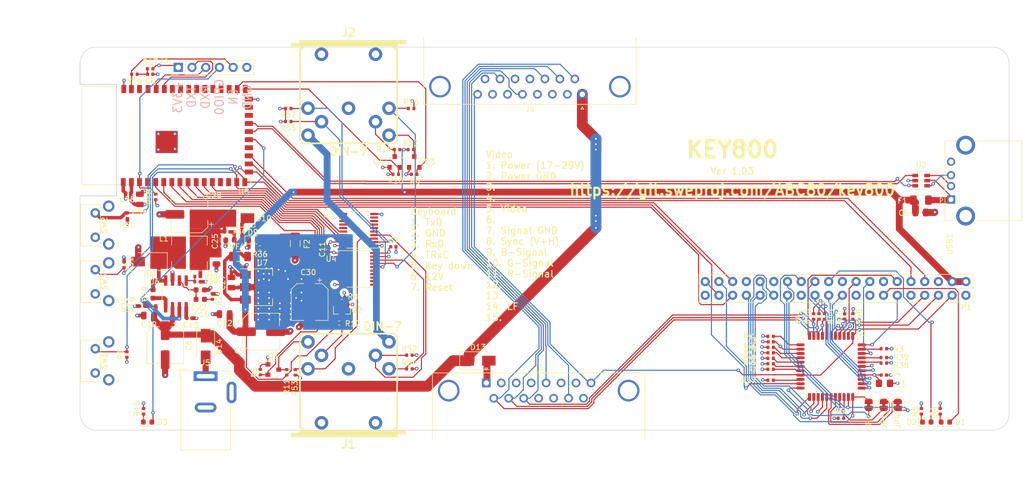
<source format=kicad_pcb>
(kicad_pcb (version 20171130) (host pcbnew 5.99.0+really5.1.10+dfsg1-1)

  (general
    (thickness 1.6)
    (drawings 18)
    (tracks 1262)
    (zones 0)
    (modules 112)
    (nets 150)
  )

  (page A4)
  (title_block
    (title KEY800)
    (date 2021-11-27)
    (rev 1.03)
    (company www.SweProj.com)
  )

  (layers
    (0 F.Cu signal)
    (1 In1.Cu power)
    (2 In2.Cu power)
    (31 B.Cu signal)
    (34 B.Paste user)
    (35 F.Paste user)
    (36 B.SilkS user)
    (37 F.SilkS user)
    (38 B.Mask user)
    (39 F.Mask user)
    (40 Dwgs.User user hide)
    (41 Cmts.User user)
    (44 Edge.Cuts user)
    (45 Margin user)
    (46 B.CrtYd user)
    (47 F.CrtYd user)
    (48 B.Fab user)
    (49 F.Fab user hide)
  )

  (setup
    (last_trace_width 0.2032)
    (user_trace_width 0.2032)
    (user_trace_width 0.381)
    (user_trace_width 0.635)
    (user_trace_width 0.762)
    (user_trace_width 0.889)
    (user_trace_width 1.016)
    (user_trace_width 1.143)
    (user_trace_width 1.27)
    (trace_clearance 0.2032)
    (zone_clearance 0.508)
    (zone_45_only no)
    (trace_min 0.2032)
    (via_size 0.6604)
    (via_drill 0.3048)
    (via_min_size 0.6604)
    (via_min_drill 0.3048)
    (uvia_size 0.6096)
    (uvia_drill 0.3048)
    (uvias_allowed no)
    (uvia_min_size 0)
    (uvia_min_drill 0)
    (edge_width 0.1)
    (segment_width 0.2)
    (pcb_text_width 0.2)
    (pcb_text_size 1.25 1.25)
    (mod_edge_width 0.15)
    (mod_text_size 1 1)
    (mod_text_width 0.15)
    (pad_size 1 1.45)
    (pad_drill 0)
    (pad_to_mask_clearance 0.15)
    (solder_mask_min_width 0.4)
    (aux_axis_origin 84.402 56.40096)
    (grid_origin 45.002 28.00096)
    (visible_elements 7FFFFFFF)
    (pcbplotparams
      (layerselection 0x3f3fc_ffffffff)
      (usegerberextensions true)
      (usegerberattributes false)
      (usegerberadvancedattributes false)
      (creategerberjobfile false)
      (excludeedgelayer true)
      (linewidth 0.100000)
      (plotframeref false)
      (viasonmask false)
      (mode 1)
      (useauxorigin false)
      (hpglpennumber 1)
      (hpglpenspeed 20)
      (hpglpendiameter 15.000000)
      (psnegative false)
      (psa4output false)
      (plotreference true)
      (plotvalue false)
      (plotinvisibletext false)
      (padsonsilk false)
      (subtractmaskfromsilk false)
      (outputformat 4)
      (mirror false)
      (drillshape 0)
      (scaleselection 1)
      (outputdirectory "pdf"))
  )

  (net 0 "")
  (net 1 "Net-(D1-Pad1)")
  (net 2 "Net-(D2-Pad1)")
  (net 3 /SYNC)
  (net 4 /DETECT)
  (net 5 /SPDATA)
  (net 6 /SPCLK)
  (net 7 /CLKEN)
  (net 8 /R1)
  (net 9 /B1)
  (net 10 /G2)
  (net 11 /R2)
  (net 12 /B2)
  (net 13 /R3)
  (net 14 /G3)
  (net 15 /B3)
  (net 16 /B0)
  (net 17 /G0)
  (net 18 /R0)
  (net 19 /G1)
  (net 20 /GPIO27_genlock)
  (net 21 /GPIO25_mode7)
  (net 22 /GPIO0_sp_data)
  (net 23 /GPIO20_sp_clk)
  (net 24 /GPIO1_sp_clken)
  (net 25 /GPIO17_psync)
  (net 26 /GPIO18_Version)
  (net 27 /GPIO22_analog)
  (net 28 /GPIO24_mux)
  (net 29 /GPIO21_clk)
  (net 30 /GPIO2_Q00)
  (net 31 /GPIO3_Q01)
  (net 32 /GPIO4_Q02)
  (net 33 /GPIO10_Q08)
  (net 34 /GPIO9_Q07)
  (net 35 /GPIO11_Q09)
  (net 36 /GPIO8_Q06)
  (net 37 /GPIO7_Q05)
  (net 38 /GPIO5_Q03)
  (net 39 /GPIO6_Q04)
  (net 40 /GPIO12_Q10)
  (net 41 /GPIO13_Q11)
  (net 42 /GPIO23_csync)
  (net 43 GND)
  (net 44 +5V)
  (net 45 +24V)
  (net 46 "Net-(C8-Pad1)")
  (net 47 "Net-(C13-Pad1)")
  (net 48 "Net-(C16-Pad2)")
  (net 49 "Net-(C16-Pad1)")
  (net 50 "Net-(C19-Pad2)")
  (net 51 "Net-(C19-Pad1)")
  (net 52 "Net-(C25-Pad1)")
  (net 53 "Net-(C27-Pad1)")
  (net 54 +3V3)
  (net 55 "Net-(D3-Pad2)")
  (net 56 "Net-(D3-Pad1)")
  (net 57 "Net-(D7-Pad2)")
  (net 58 "Net-(D9-Pad2)")
  (net 59 "Net-(D10-Pad1)")
  (net 60 ESP32_EN)
  (net 61 ESP32_IO0)
  (net 62 ESP32_RXD)
  (net 63 ESP32_TXD)
  (net 64 "Net-(J1-Pad7)")
  (net 65 /Keyboard/RESET_IN)
  (net 66 "Net-(J1-Pad5)")
  (net 67 /Keyboard/KD_IN)
  (net 68 "Net-(J2-Pad7)")
  (net 69 /Keyboard/RESET_OUT)
  (net 70 "Net-(J2-Pad5)")
  (net 71 /Keyboard/KD_OUT)
  (net 72 "Net-(R19-Pad2)")
  (net 73 /Keyboard/TRxC_IN)
  (net 74 /Keyboard/RxD_IN)
  (net 75 /Keyboard/TxD_IN)
  (net 76 /Keyboard/TRxC_OUT)
  (net 77 /Keyboard/RxD_OUT)
  (net 78 /Keyboard/TxD_OUT)
  (net 79 "Net-(F1-Pad2)")
  (net 80 "Net-(U2-Pad6)")
  (net 81 "Net-(U2-Pad4)")
  (net 82 /Keyboard/USB_D+)
  (net 83 /Keyboard/USB_D-)
  (net 84 "Net-(U3-Pad15)")
  (net 85 "Net-(U3-Pad14)")
  (net 86 "Net-(U3-Pad13)")
  (net 87 "Net-(U3-Pad12)")
  (net 88 "Net-(U3-Pad11)")
  (net 89 "Net-(U3-Pad9)")
  (net 90 "Net-(U3-Pad8)")
  (net 91 "Net-(U3-Pad7)")
  (net 92 "Net-(U3-Pad6)")
  (net 93 "Net-(U3-Pad5)")
  (net 94 /Keyboard/TRxC_OUT_3V3)
  (net 95 /Keyboard/RxD_OUT_3V3)
  (net 96 /Keyboard/TxD_IN_3V3)
  (net 97 "Net-(U4-Pad15)")
  (net 98 "Net-(U4-Pad14)")
  (net 99 "Net-(U4-Pad13)")
  (net 100 "Net-(U4-Pad12)")
  (net 101 "Net-(U4-Pad11)")
  (net 102 "Net-(U4-Pad9)")
  (net 103 "Net-(U4-Pad8)")
  (net 104 "Net-(U4-Pad7)")
  (net 105 "Net-(U4-Pad6)")
  (net 106 "Net-(U4-Pad5)")
  (net 107 "Net-(D13-Pad2)")
  (net 108 "Net-(U5-Pad20)")
  (net 109 "Net-(U5-Pad24)")
  (net 110 "Net-(U5-Pad4)")
  (net 111 /Keyboard/RxD_IN_3V3)
  (net 112 /Keyboard/TRxC_IN_3V3)
  (net 113 /Keyboard/TxD_OUT_3V3)
  (net 114 "Net-(U5-Pad36)")
  (net 115 "Net-(U5-Pad35)")
  (net 116 "Net-(U5-Pad34)")
  (net 117 "Net-(U5-Pad33)")
  (net 118 "Net-(U5-Pad32)")
  (net 119 "Net-(U5-Pad31)")
  (net 120 "Net-(U5-Pad30)")
  (net 121 "Net-(U5-Pad29)")
  (net 122 "Net-(U5-Pad25)")
  (net 123 "Net-(U5-Pad39)")
  (net 124 "Net-(U5-Pad40)")
  (net 125 "Net-(J5-Pad3)")
  (net 126 "Net-(D14-Pad2)")
  (net 127 "Net-(J4-Pad15)")
  (net 128 "Net-(J4-Pad13)")
  (net 129 "Net-(J4-Pad12)")
  (net 130 "Net-(J4-Pad6)")
  (net 131 "Net-(J4-Pad4)")
  (net 132 "Net-(J4-Pad3)")
  (net 133 "Net-(J6-Pad15)")
  (net 134 "Net-(J6-Pad13)")
  (net 135 "Net-(J6-Pad12)")
  (net 136 "Net-(J6-Pad6)")
  (net 137 "Net-(J6-Pad4)")
  (net 138 "Net-(J6-Pad3)")
  (net 139 BTN3)
  (net 140 BTN1)
  (net 141 BTN2)
  (net 142 /LF)
  (net 143 /Video)
  (net 144 "Net-(R29-Pad1)")
  (net 145 +12V)
  (net 146 "Net-(U5-Pad13)")
  (net 147 "Net-(U5-Pad14)")
  (net 148 PI_TxD)
  (net 149 PI_RxD)

  (net_class Default "This is the default net class."
    (clearance 0.2032)
    (trace_width 0.2032)
    (via_dia 0.6604)
    (via_drill 0.3048)
    (uvia_dia 0.6096)
    (uvia_drill 0.3048)
    (diff_pair_width 0.2032)
    (diff_pair_gap 0.25)
    (add_net +12V)
    (add_net +24V)
    (add_net +3V3)
    (add_net +5V)
    (add_net /B0)
    (add_net /B1)
    (add_net /B2)
    (add_net /B3)
    (add_net /CLKEN)
    (add_net /DETECT)
    (add_net /G0)
    (add_net /G1)
    (add_net /G2)
    (add_net /G3)
    (add_net /GPIO0_sp_data)
    (add_net /GPIO10_Q08)
    (add_net /GPIO11_Q09)
    (add_net /GPIO12_Q10)
    (add_net /GPIO13_Q11)
    (add_net /GPIO17_psync)
    (add_net /GPIO18_Version)
    (add_net /GPIO1_sp_clken)
    (add_net /GPIO20_sp_clk)
    (add_net /GPIO21_clk)
    (add_net /GPIO22_analog)
    (add_net /GPIO23_csync)
    (add_net /GPIO24_mux)
    (add_net /GPIO25_mode7)
    (add_net /GPIO27_genlock)
    (add_net /GPIO2_Q00)
    (add_net /GPIO3_Q01)
    (add_net /GPIO4_Q02)
    (add_net /GPIO5_Q03)
    (add_net /GPIO6_Q04)
    (add_net /GPIO7_Q05)
    (add_net /GPIO8_Q06)
    (add_net /GPIO9_Q07)
    (add_net /Keyboard/KD_IN)
    (add_net /Keyboard/KD_OUT)
    (add_net /Keyboard/RESET_IN)
    (add_net /Keyboard/RESET_OUT)
    (add_net /Keyboard/RxD_IN)
    (add_net /Keyboard/RxD_IN_3V3)
    (add_net /Keyboard/RxD_OUT)
    (add_net /Keyboard/RxD_OUT_3V3)
    (add_net /Keyboard/TRxC_IN)
    (add_net /Keyboard/TRxC_IN_3V3)
    (add_net /Keyboard/TRxC_OUT)
    (add_net /Keyboard/TRxC_OUT_3V3)
    (add_net /Keyboard/TxD_IN)
    (add_net /Keyboard/TxD_IN_3V3)
    (add_net /Keyboard/TxD_OUT)
    (add_net /Keyboard/TxD_OUT_3V3)
    (add_net /Keyboard/USB_D+)
    (add_net /Keyboard/USB_D-)
    (add_net /LF)
    (add_net /R0)
    (add_net /R1)
    (add_net /R2)
    (add_net /R3)
    (add_net /SPCLK)
    (add_net /SPDATA)
    (add_net /SYNC)
    (add_net /Video)
    (add_net BTN1)
    (add_net BTN2)
    (add_net BTN3)
    (add_net ESP32_EN)
    (add_net ESP32_IO0)
    (add_net ESP32_RXD)
    (add_net ESP32_TXD)
    (add_net GND)
    (add_net "Net-(C13-Pad1)")
    (add_net "Net-(C16-Pad1)")
    (add_net "Net-(C16-Pad2)")
    (add_net "Net-(C19-Pad1)")
    (add_net "Net-(C19-Pad2)")
    (add_net "Net-(C25-Pad1)")
    (add_net "Net-(C27-Pad1)")
    (add_net "Net-(C8-Pad1)")
    (add_net "Net-(D1-Pad1)")
    (add_net "Net-(D10-Pad1)")
    (add_net "Net-(D13-Pad2)")
    (add_net "Net-(D14-Pad2)")
    (add_net "Net-(D2-Pad1)")
    (add_net "Net-(D3-Pad1)")
    (add_net "Net-(D3-Pad2)")
    (add_net "Net-(D7-Pad2)")
    (add_net "Net-(D9-Pad2)")
    (add_net "Net-(F1-Pad2)")
    (add_net "Net-(J1-Pad5)")
    (add_net "Net-(J1-Pad7)")
    (add_net "Net-(J2-Pad5)")
    (add_net "Net-(J2-Pad7)")
    (add_net "Net-(J4-Pad12)")
    (add_net "Net-(J4-Pad13)")
    (add_net "Net-(J4-Pad15)")
    (add_net "Net-(J4-Pad3)")
    (add_net "Net-(J4-Pad4)")
    (add_net "Net-(J4-Pad6)")
    (add_net "Net-(J5-Pad3)")
    (add_net "Net-(J6-Pad12)")
    (add_net "Net-(J6-Pad13)")
    (add_net "Net-(J6-Pad15)")
    (add_net "Net-(J6-Pad3)")
    (add_net "Net-(J6-Pad4)")
    (add_net "Net-(J6-Pad6)")
    (add_net "Net-(R19-Pad2)")
    (add_net "Net-(R29-Pad1)")
    (add_net "Net-(U2-Pad4)")
    (add_net "Net-(U2-Pad6)")
    (add_net "Net-(U3-Pad11)")
    (add_net "Net-(U3-Pad12)")
    (add_net "Net-(U3-Pad13)")
    (add_net "Net-(U3-Pad14)")
    (add_net "Net-(U3-Pad15)")
    (add_net "Net-(U3-Pad5)")
    (add_net "Net-(U3-Pad6)")
    (add_net "Net-(U3-Pad7)")
    (add_net "Net-(U3-Pad8)")
    (add_net "Net-(U3-Pad9)")
    (add_net "Net-(U4-Pad11)")
    (add_net "Net-(U4-Pad12)")
    (add_net "Net-(U4-Pad13)")
    (add_net "Net-(U4-Pad14)")
    (add_net "Net-(U4-Pad15)")
    (add_net "Net-(U4-Pad5)")
    (add_net "Net-(U4-Pad6)")
    (add_net "Net-(U4-Pad7)")
    (add_net "Net-(U4-Pad8)")
    (add_net "Net-(U4-Pad9)")
    (add_net "Net-(U5-Pad13)")
    (add_net "Net-(U5-Pad14)")
    (add_net "Net-(U5-Pad20)")
    (add_net "Net-(U5-Pad24)")
    (add_net "Net-(U5-Pad25)")
    (add_net "Net-(U5-Pad29)")
    (add_net "Net-(U5-Pad30)")
    (add_net "Net-(U5-Pad31)")
    (add_net "Net-(U5-Pad32)")
    (add_net "Net-(U5-Pad33)")
    (add_net "Net-(U5-Pad34)")
    (add_net "Net-(U5-Pad35)")
    (add_net "Net-(U5-Pad36)")
    (add_net "Net-(U5-Pad39)")
    (add_net "Net-(U5-Pad4)")
    (add_net "Net-(U5-Pad40)")
    (add_net PI_RxD)
    (add_net PI_TxD)
  )

  (net_class Power ""
    (clearance 0.2032)
    (trace_width 0.381)
    (via_dia 0.762)
    (via_drill 0.381)
    (uvia_dia 0.6096)
    (uvia_drill 0.3048)
    (diff_pair_width 0.2032)
    (diff_pair_gap 0.25)
  )

  (module Diode_SMD:D_SMA (layer F.Cu) (tedit 586432E5) (tstamp 613A9619)
    (at 112.185 123.12396)
    (descr "Diode SMA (DO-214AC)")
    (tags "Diode SMA (DO-214AC)")
    (path /61DD8E36)
    (attr smd)
    (fp_text reference D13 (at 0 -2.5) (layer F.SilkS)
      (effects (font (size 1 1) (thickness 0.15)))
    )
    (fp_text value MBRA340T (at 0 2.6) (layer F.Fab)
      (effects (font (size 1 1) (thickness 0.15)))
    )
    (fp_line (start -3.4 -1.65) (end -3.4 1.65) (layer F.SilkS) (width 0.12))
    (fp_line (start 2.3 1.5) (end -2.3 1.5) (layer F.Fab) (width 0.1))
    (fp_line (start -2.3 1.5) (end -2.3 -1.5) (layer F.Fab) (width 0.1))
    (fp_line (start 2.3 -1.5) (end 2.3 1.5) (layer F.Fab) (width 0.1))
    (fp_line (start 2.3 -1.5) (end -2.3 -1.5) (layer F.Fab) (width 0.1))
    (fp_line (start -3.5 -1.75) (end 3.5 -1.75) (layer F.CrtYd) (width 0.05))
    (fp_line (start 3.5 -1.75) (end 3.5 1.75) (layer F.CrtYd) (width 0.05))
    (fp_line (start 3.5 1.75) (end -3.5 1.75) (layer F.CrtYd) (width 0.05))
    (fp_line (start -3.5 1.75) (end -3.5 -1.75) (layer F.CrtYd) (width 0.05))
    (fp_line (start -0.64944 0.00102) (end -1.55114 0.00102) (layer F.Fab) (width 0.1))
    (fp_line (start 0.50118 0.00102) (end 1.4994 0.00102) (layer F.Fab) (width 0.1))
    (fp_line (start -0.64944 -0.79908) (end -0.64944 0.80112) (layer F.Fab) (width 0.1))
    (fp_line (start 0.50118 0.75032) (end 0.50118 -0.79908) (layer F.Fab) (width 0.1))
    (fp_line (start -0.64944 0.00102) (end 0.50118 0.75032) (layer F.Fab) (width 0.1))
    (fp_line (start -0.64944 0.00102) (end 0.50118 -0.79908) (layer F.Fab) (width 0.1))
    (fp_line (start -3.4 1.65) (end 2 1.65) (layer F.SilkS) (width 0.12))
    (fp_line (start -3.4 -1.65) (end 2 -1.65) (layer F.SilkS) (width 0.12))
    (fp_text user %R (at 0 -2.5) (layer F.Fab)
      (effects (font (size 1 1) (thickness 0.15)))
    )
    (pad 2 smd rect (at 2 0) (size 2.5 1.8) (layers F.Cu F.Paste F.Mask)
      (net 107 "Net-(D13-Pad2)"))
    (pad 1 smd rect (at -2 0) (size 2.5 1.8) (layers F.Cu F.Paste F.Mask)
      (net 45 +24V))
    (model ${KISYS3DMOD}/Diode_SMD.3dshapes/D_SMA.wrl
      (at (xyz 0 0 0))
      (scale (xyz 1 1 1))
      (rotate (xyz 0 0 0))
    )
  )

  (module RPi_Hat:RPi_Hat_Mounting_Hole locked (layer F.Cu) (tedit 55217CCB) (tstamp 6146EAEE)
    (at 149.374 132.73)
    (descr "Mounting hole, Befestigungsbohrung, 2,7mm, No Annular, Kein Restring,")
    (tags "Mounting hole, Befestigungsbohrung, 2,7mm, No Annular, Kein Restring,")
    (fp_text reference "" (at 0 -4.0005) (layer F.SilkS) hide
      (effects (font (size 1 1) (thickness 0.15)))
    )
    (fp_text value "" (at 0.09906 3.59918) (layer F.Fab) hide
      (effects (font (size 1 1) (thickness 0.15)))
    )
    (fp_circle (center 0 0) (end 3.1 0) (layer B.CrtYd) (width 0.15))
    (fp_circle (center 0 0) (end 3.1 0) (layer F.CrtYd) (width 0.15))
    (fp_circle (center 0 0) (end 1.375 0) (layer B.Fab) (width 0.15))
    (fp_circle (center 0 0) (end 3.1 0) (layer B.Fab) (width 0.15))
    (fp_circle (center 0 0) (end 3.1 0) (layer F.Fab) (width 0.15))
    (fp_circle (center 0 0) (end 1.375 0) (layer F.Fab) (width 0.15))
    (pad "" np_thru_hole circle (at 0 0) (size 2.75 2.75) (drill 2.75) (layers *.Cu *.Mask)
      (solder_mask_margin 1.725) (clearance 1.725))
  )

  (module RPi_Hat:RPi_Hat_Mounting_Hole locked (layer F.Cu) (tedit 55217CCB) (tstamp 6146E955)
    (at 149.374 109.73)
    (descr "Mounting hole, Befestigungsbohrung, 2,7mm, No Annular, Kein Restring,")
    (tags "Mounting hole, Befestigungsbohrung, 2,7mm, No Annular, Kein Restring,")
    (fp_text reference "" (at 0 -4.0005) (layer F.SilkS) hide
      (effects (font (size 1 1) (thickness 0.15)))
    )
    (fp_text value "" (at 0.09906 3.59918) (layer F.Fab) hide
      (effects (font (size 1 1) (thickness 0.15)))
    )
    (fp_circle (center 0 0) (end 3.1 0) (layer B.CrtYd) (width 0.15))
    (fp_circle (center 0 0) (end 3.1 0) (layer F.CrtYd) (width 0.15))
    (fp_circle (center 0 0) (end 1.375 0) (layer B.Fab) (width 0.15))
    (fp_circle (center 0 0) (end 3.1 0) (layer B.Fab) (width 0.15))
    (fp_circle (center 0 0) (end 3.1 0) (layer F.Fab) (width 0.15))
    (fp_circle (center 0 0) (end 1.375 0) (layer F.Fab) (width 0.15))
    (pad "" np_thru_hole circle (at 0 0) (size 2.75 2.75) (drill 2.75) (layers *.Cu *.Mask)
      (solder_mask_margin 1.725) (clearance 1.725))
  )

  (module RPi_Hat:RPi_Hat_Mounting_Hole locked (layer F.Cu) (tedit 55217CCB) (tstamp 6146E673)
    (at 207.374 109.73)
    (descr "Mounting hole, Befestigungsbohrung, 2,7mm, No Annular, Kein Restring,")
    (tags "Mounting hole, Befestigungsbohrung, 2,7mm, No Annular, Kein Restring,")
    (fp_text reference "" (at 0 -4.0005) (layer F.SilkS) hide
      (effects (font (size 1 1) (thickness 0.15)))
    )
    (fp_text value "" (at 0.09906 3.59918) (layer F.Fab) hide
      (effects (font (size 1 1) (thickness 0.15)))
    )
    (fp_circle (center 0 0) (end 3.1 0) (layer B.CrtYd) (width 0.15))
    (fp_circle (center 0 0) (end 3.1 0) (layer F.CrtYd) (width 0.15))
    (fp_circle (center 0 0) (end 1.375 0) (layer B.Fab) (width 0.15))
    (fp_circle (center 0 0) (end 3.1 0) (layer B.Fab) (width 0.15))
    (fp_circle (center 0 0) (end 3.1 0) (layer F.Fab) (width 0.15))
    (fp_circle (center 0 0) (end 1.375 0) (layer F.Fab) (width 0.15))
    (pad "" np_thru_hole circle (at 0 0) (size 2.75 2.75) (drill 2.75) (layers *.Cu *.Mask)
      (solder_mask_margin 1.725) (clearance 1.725))
  )

  (module key800:din-7 (layer F.Cu) (tedit 613B297A) (tstamp 6141E32B)
    (at 88.2 73.33996 180)
    (descr "Din 5 (MIDI), Pro Signal P/N PSG03463")
    (path /613A2C81/6174E6C6)
    (fp_text reference J2 (at 0 11) (layer F.SilkS)
      (effects (font (size 1.5 1.5) (thickness 0.3)))
    )
    (fp_text value DIN-7 (at 0 -11) (layer F.SilkS)
      (effects (font (size 1.5 1.5) (thickness 0.3)))
    )
    (fp_line (start 10.50036 8.49884) (end 10.50036 8.99922) (layer F.SilkS) (width 0.3048))
    (fp_line (start -10.50036 9.4996) (end -10.50036 8.99922) (layer F.SilkS) (width 0.3048))
    (fp_line (start -8.49884 8.001) (end -8.49884 8.49884) (layer F.SilkS) (width 0.3048))
    (fp_line (start 8.49884 8.49884) (end 8.49884 8.001) (layer F.SilkS) (width 0.3048))
    (fp_line (start -8.99922 8.001) (end -8.49884 8.001) (layer F.SilkS) (width 0.3048))
    (fp_line (start 8.99922 8.001) (end 8.49884 8.001) (layer F.SilkS) (width 0.3048))
    (fp_line (start -8.99922 8.49884) (end 10.50036 8.49884) (layer F.SilkS) (width 0.3048))
    (fp_line (start -8.99922 8.99922) (end -8.99922 8.49884) (layer F.SilkS) (width 0.3048))
    (fp_line (start -10.50036 8.99922) (end -8.99922 8.99922) (layer F.SilkS) (width 0.3048))
    (fp_line (start 8.99922 9.4996) (end -10.50036 9.4996) (layer F.SilkS) (width 0.3048))
    (fp_line (start 8.99922 8.99922) (end 8.99922 9.4996) (layer F.SilkS) (width 0.3048))
    (fp_line (start 10.50036 8.99922) (end 8.99922 8.99922) (layer F.SilkS) (width 0.3048))
    (fp_line (start -1.50114 -9.4996) (end 5.99948 -9.4996) (layer F.SilkS) (width 0.3048))
    (fp_line (start 6.49986 -9.4996) (end 5.99948 -9.4996) (layer F.SilkS) (width 0.3048))
    (fp_line (start 8.49884 -9.4996) (end 6.49986 -9.4996) (layer F.SilkS) (width 0.3048))
    (fp_line (start 8.99922 -8.99922) (end 8.49884 -9.4996) (layer F.SilkS) (width 0.3048))
    (fp_line (start 8.99922 -8.99922) (end 8.99922 8.001) (layer F.SilkS) (width 0.3048))
    (fp_line (start -8.49884 -9.4996) (end -1.50114 -9.4996) (layer F.SilkS) (width 0.3048))
    (fp_line (start -8.99922 -8.99922) (end -8.49884 -9.4996) (layer F.SilkS) (width 0.3048))
    (fp_line (start -8.99922 -8.99922) (end -8.99922 8.001) (layer F.SilkS) (width 0.3048))
    (fp_line (start -10.50036 9.25068) (end 8.99922 9.25068) (layer F.SilkS) (width 0.3048))
    (fp_line (start 8.99922 8.99922) (end -8.99922 8.99922) (layer F.SilkS) (width 0.3048))
    (fp_line (start -8.99922 8.7503) (end 10.50036 8.7503) (layer F.SilkS) (width 0.3048))
    (pad 6 thru_hole circle (at 7.5 -8 180) (size 2.5 2.5) (drill 1.4) (layers *.Cu *.Mask)
      (net 145 +12V))
    (pad 7 thru_hole circle (at -7.5 -8 180) (size 2.5 2.5) (drill 1.4) (layers *.Cu *.Mask)
      (net 68 "Net-(J2-Pad7)"))
    (pad 8 thru_hole circle (at -5 7 180) (size 2.5 2.5) (drill 1.4) (layers *.Cu *.Mask))
    (pad 8 thru_hole circle (at 5 7 180) (size 2.5 2.5) (drill 1.4) (layers *.Cu *.Mask))
    (pad 5 thru_hole circle (at -5 -5.5 180) (size 2.5 2.5) (drill 1.4) (layers *.Cu *.Mask)
      (net 70 "Net-(J2-Pad5)"))
    (pad 1 thru_hole circle (at 7.5 -3 180) (size 2.5 2.5) (drill 1.4) (layers *.Cu *.Mask)
      (net 78 /Keyboard/TxD_OUT))
    (pad 2 thru_hole circle (at 0 -3 180) (size 2.5 2.5) (drill 1.4) (layers *.Cu *.Mask)
      (net 43 GND))
    (pad 4 thru_hole circle (at 5 -5.5 180) (size 2.5 2.5) (drill 1.4) (layers *.Cu *.Mask)
      (net 76 /Keyboard/TRxC_OUT))
    (pad 3 thru_hole circle (at -7.5 -3 180) (size 2.5 2.5) (drill 1.4) (layers *.Cu *.Mask)
      (net 77 /Keyboard/RxD_OUT))
    (model "3d_models/DIN 41524 C64 8-pin video connector.step"
      (offset (xyz 0 -9.5 0))
      (scale (xyz 1 1 1))
      (rotate (xyz 0 0 0))
    )
  )

  (module Capacitor_SMD:C_0402_1005Metric (layer F.Cu) (tedit 5F68FEEE) (tstamp 614566D2)
    (at 84.502 102.50096 90)
    (descr "Capacitor SMD 0402 (1005 Metric), square (rectangular) end terminal, IPC_7351 nominal, (Body size source: IPC-SM-782 page 76, https://www.pcb-3d.com/wordpress/wp-content/uploads/ipc-sm-782a_amendment_1_and_2.pdf), generated with kicad-footprint-generator")
    (tags capacitor)
    (path /613A2C81/625C70C1)
    (attr smd)
    (fp_text reference C11 (at 0 -1.16 90) (layer F.SilkS)
      (effects (font (size 1 1) (thickness 0.15)))
    )
    (fp_text value 100nF (at 0 1.16 90) (layer F.Fab)
      (effects (font (size 1 1) (thickness 0.15)))
    )
    (fp_line (start 0.91 0.46) (end -0.91 0.46) (layer F.CrtYd) (width 0.05))
    (fp_line (start 0.91 -0.46) (end 0.91 0.46) (layer F.CrtYd) (width 0.05))
    (fp_line (start -0.91 -0.46) (end 0.91 -0.46) (layer F.CrtYd) (width 0.05))
    (fp_line (start -0.91 0.46) (end -0.91 -0.46) (layer F.CrtYd) (width 0.05))
    (fp_line (start -0.107836 0.36) (end 0.107836 0.36) (layer F.SilkS) (width 0.12))
    (fp_line (start -0.107836 -0.36) (end 0.107836 -0.36) (layer F.SilkS) (width 0.12))
    (fp_line (start 0.5 0.25) (end -0.5 0.25) (layer F.Fab) (width 0.1))
    (fp_line (start 0.5 -0.25) (end 0.5 0.25) (layer F.Fab) (width 0.1))
    (fp_line (start -0.5 -0.25) (end 0.5 -0.25) (layer F.Fab) (width 0.1))
    (fp_line (start -0.5 0.25) (end -0.5 -0.25) (layer F.Fab) (width 0.1))
    (fp_text user %R (at 0 0 90) (layer F.Fab)
      (effects (font (size 0.25 0.25) (thickness 0.04)))
    )
    (pad 2 smd roundrect (at 0.48 0 90) (size 0.56 0.62) (layers F.Cu F.Paste F.Mask) (roundrect_rratio 0.25)
      (net 43 GND))
    (pad 1 smd roundrect (at -0.48 0 90) (size 0.56 0.62) (layers F.Cu F.Paste F.Mask) (roundrect_rratio 0.25)
      (net 54 +3V3))
    (model ${KISYS3DMOD}/Capacitor_SMD.3dshapes/C_0402_1005Metric.wrl
      (at (xyz 0 0 0))
      (scale (xyz 1 1 1))
      (rotate (xyz 0 0 0))
    )
  )

  (module Capacitor_SMD:C_0402_1005Metric (layer F.Cu) (tedit 5F68FEEE) (tstamp 61456633)
    (at 96.502 102.00096)
    (descr "Capacitor SMD 0402 (1005 Metric), square (rectangular) end terminal, IPC_7351 nominal, (Body size source: IPC-SM-782 page 76, https://www.pcb-3d.com/wordpress/wp-content/uploads/ipc-sm-782a_amendment_1_and_2.pdf), generated with kicad-footprint-generator")
    (tags capacitor)
    (path /613A2C81/625E2799)
    (attr smd)
    (fp_text reference C7 (at 0 -1.16) (layer F.SilkS)
      (effects (font (size 1 1) (thickness 0.15)))
    )
    (fp_text value 100nF (at 0 1.16) (layer F.Fab)
      (effects (font (size 1 1) (thickness 0.15)))
    )
    (fp_line (start 0.91 0.46) (end -0.91 0.46) (layer F.CrtYd) (width 0.05))
    (fp_line (start 0.91 -0.46) (end 0.91 0.46) (layer F.CrtYd) (width 0.05))
    (fp_line (start -0.91 -0.46) (end 0.91 -0.46) (layer F.CrtYd) (width 0.05))
    (fp_line (start -0.91 0.46) (end -0.91 -0.46) (layer F.CrtYd) (width 0.05))
    (fp_line (start -0.107836 0.36) (end 0.107836 0.36) (layer F.SilkS) (width 0.12))
    (fp_line (start -0.107836 -0.36) (end 0.107836 -0.36) (layer F.SilkS) (width 0.12))
    (fp_line (start 0.5 0.25) (end -0.5 0.25) (layer F.Fab) (width 0.1))
    (fp_line (start 0.5 -0.25) (end 0.5 0.25) (layer F.Fab) (width 0.1))
    (fp_line (start -0.5 -0.25) (end 0.5 -0.25) (layer F.Fab) (width 0.1))
    (fp_line (start -0.5 0.25) (end -0.5 -0.25) (layer F.Fab) (width 0.1))
    (fp_text user %R (at 0 0) (layer F.Fab)
      (effects (font (size 0.25 0.25) (thickness 0.04)))
    )
    (pad 2 smd roundrect (at 0.48 0) (size 0.56 0.62) (layers F.Cu F.Paste F.Mask) (roundrect_rratio 0.25)
      (net 43 GND))
    (pad 1 smd roundrect (at -0.48 0) (size 0.56 0.62) (layers F.Cu F.Paste F.Mask) (roundrect_rratio 0.25)
      (net 54 +3V3))
    (model ${KISYS3DMOD}/Capacitor_SMD.3dshapes/C_0402_1005Metric.wrl
      (at (xyz 0 0 0))
      (scale (xyz 1 1 1))
      (rotate (xyz 0 0 0))
    )
  )

  (module key800:din-7 (layer F.Cu) (tedit 613B297A) (tstamp 6141E307)
    (at 88.202 127.63246)
    (descr "Din 5 (MIDI), Pro Signal P/N PSG03463")
    (path /613A2C81/61457221)
    (fp_text reference J1 (at 0 11) (layer F.SilkS)
      (effects (font (size 1.5 1.5) (thickness 0.3)))
    )
    (fp_text value DIN-7 (at 6.3 -10.8815) (layer F.SilkS)
      (effects (font (size 1.5 1.5) (thickness 0.3)))
    )
    (fp_line (start 10.50036 8.49884) (end 10.50036 8.99922) (layer F.SilkS) (width 0.3048))
    (fp_line (start -10.50036 9.4996) (end -10.50036 8.99922) (layer F.SilkS) (width 0.3048))
    (fp_line (start -8.49884 8.001) (end -8.49884 8.49884) (layer F.SilkS) (width 0.3048))
    (fp_line (start 8.49884 8.49884) (end 8.49884 8.001) (layer F.SilkS) (width 0.3048))
    (fp_line (start -8.99922 8.001) (end -8.49884 8.001) (layer F.SilkS) (width 0.3048))
    (fp_line (start 8.99922 8.001) (end 8.49884 8.001) (layer F.SilkS) (width 0.3048))
    (fp_line (start -8.99922 8.49884) (end 10.50036 8.49884) (layer F.SilkS) (width 0.3048))
    (fp_line (start -8.99922 8.99922) (end -8.99922 8.49884) (layer F.SilkS) (width 0.3048))
    (fp_line (start -10.50036 8.99922) (end -8.99922 8.99922) (layer F.SilkS) (width 0.3048))
    (fp_line (start 8.99922 9.4996) (end -10.50036 9.4996) (layer F.SilkS) (width 0.3048))
    (fp_line (start 8.99922 8.99922) (end 8.99922 9.4996) (layer F.SilkS) (width 0.3048))
    (fp_line (start 10.50036 8.99922) (end 8.99922 8.99922) (layer F.SilkS) (width 0.3048))
    (fp_line (start -1.50114 -9.4996) (end 5.99948 -9.4996) (layer F.SilkS) (width 0.3048))
    (fp_line (start 6.49986 -9.4996) (end 5.99948 -9.4996) (layer F.SilkS) (width 0.3048))
    (fp_line (start 8.49884 -9.4996) (end 6.49986 -9.4996) (layer F.SilkS) (width 0.3048))
    (fp_line (start 8.99922 -8.99922) (end 8.49884 -9.4996) (layer F.SilkS) (width 0.3048))
    (fp_line (start 8.99922 -8.99922) (end 8.99922 8.001) (layer F.SilkS) (width 0.3048))
    (fp_line (start -8.49884 -9.4996) (end -1.50114 -9.4996) (layer F.SilkS) (width 0.3048))
    (fp_line (start -8.99922 -8.99922) (end -8.49884 -9.4996) (layer F.SilkS) (width 0.3048))
    (fp_line (start -8.99922 -8.99922) (end -8.99922 8.001) (layer F.SilkS) (width 0.3048))
    (fp_line (start -10.50036 9.25068) (end 8.99922 9.25068) (layer F.SilkS) (width 0.3048))
    (fp_line (start 8.99922 8.99922) (end -8.99922 8.99922) (layer F.SilkS) (width 0.3048))
    (fp_line (start -8.99922 8.7503) (end 10.50036 8.7503) (layer F.SilkS) (width 0.3048))
    (pad 6 thru_hole circle (at 7.5 -8) (size 2.5 2.5) (drill 1.4) (layers *.Cu *.Mask)
      (net 145 +12V))
    (pad 7 thru_hole circle (at -7.5 -8) (size 2.5 2.5) (drill 1.4) (layers *.Cu *.Mask)
      (net 64 "Net-(J1-Pad7)"))
    (pad 8 thru_hole circle (at -5 7) (size 2.5 2.5) (drill 1.4) (layers *.Cu *.Mask))
    (pad 8 thru_hole circle (at 5 7) (size 2.5 2.5) (drill 1.4) (layers *.Cu *.Mask))
    (pad 5 thru_hole circle (at -5 -5.5) (size 2.5 2.5) (drill 1.4) (layers *.Cu *.Mask)
      (net 66 "Net-(J1-Pad5)"))
    (pad 1 thru_hole circle (at 7.5 -3) (size 2.5 2.5) (drill 1.4) (layers *.Cu *.Mask)
      (net 75 /Keyboard/TxD_IN))
    (pad 2 thru_hole circle (at 0 -3) (size 2.5 2.5) (drill 1.4) (layers *.Cu *.Mask)
      (net 43 GND))
    (pad 4 thru_hole circle (at 5 -5.5) (size 2.5 2.5) (drill 1.4) (layers *.Cu *.Mask)
      (net 73 /Keyboard/TRxC_IN))
    (pad 3 thru_hole circle (at -7.5 -3) (size 2.5 2.5) (drill 1.4) (layers *.Cu *.Mask)
      (net 74 /Keyboard/RxD_IN))
    (model "3d_models/DIN 41524 C64 8-pin video connector.step"
      (offset (xyz 0 -9.5 0))
      (scale (xyz 1 1 1))
      (rotate (xyz 0 0 0))
    )
  )

  (module Connector_Dsub:DSUB-15_Male_Horizontal_P2.77x2.84mm_EdgePinOffset7.70mm_Housed_MountingHolesOffset9.12mm (layer F.Cu) (tedit 59FEDEE2) (tstamp 613D3DCD)
    (at 113.709 127.25096)
    (descr "15-pin D-Sub connector, horizontal/angled (90 deg), THT-mount, male, pitch 2.77x2.84mm, pin-PCB-offset 7.699999999999999mm, distance of mounting holes 33.3mm, distance of mounting holes to PCB edge 9.12mm, see https://disti-assets.s3.amazonaws.com/tonar/files/datasheets/16730.pdf")
    (tags "15-pin D-Sub connector horizontal angled 90deg THT male pitch 2.77x2.84mm pin-PCB-offset 7.699999999999999mm mounting-holes-distance 33.3mm mounting-hole-offset 33.3mm")
    (path /61ED4F46)
    (fp_text reference J6 (at 9.695 -2.8) (layer F.SilkS)
      (effects (font (size 1 1) (thickness 0.15)))
    )
    (fp_text value DB15_Female_MountingHoles (at 9.695 18.44) (layer F.Fab)
      (effects (font (size 1 1) (thickness 0.15)))
    )
    (fp_line (start -9.905 -1.8) (end -9.905 10.54) (layer F.Fab) (width 0.1))
    (fp_line (start -9.905 10.54) (end 29.295 10.54) (layer F.Fab) (width 0.1))
    (fp_line (start 29.295 10.54) (end 29.295 -1.8) (layer F.Fab) (width 0.1))
    (fp_line (start 29.295 -1.8) (end -9.905 -1.8) (layer F.Fab) (width 0.1))
    (fp_line (start -9.905 10.54) (end -9.905 10.94) (layer F.Fab) (width 0.1))
    (fp_line (start -9.905 10.94) (end 29.295 10.94) (layer F.Fab) (width 0.1))
    (fp_line (start 29.295 10.94) (end 29.295 10.54) (layer F.Fab) (width 0.1))
    (fp_line (start 29.295 10.54) (end -9.905 10.54) (layer F.Fab) (width 0.1))
    (fp_line (start -2.605 10.94) (end -2.605 16.94) (layer F.Fab) (width 0.1))
    (fp_line (start -2.605 16.94) (end 21.995 16.94) (layer F.Fab) (width 0.1))
    (fp_line (start 21.995 16.94) (end 21.995 10.94) (layer F.Fab) (width 0.1))
    (fp_line (start 21.995 10.94) (end -2.605 10.94) (layer F.Fab) (width 0.1))
    (fp_line (start -9.455 10.94) (end -9.455 15.94) (layer F.Fab) (width 0.1))
    (fp_line (start -9.455 15.94) (end -4.455 15.94) (layer F.Fab) (width 0.1))
    (fp_line (start -4.455 15.94) (end -4.455 10.94) (layer F.Fab) (width 0.1))
    (fp_line (start -4.455 10.94) (end -9.455 10.94) (layer F.Fab) (width 0.1))
    (fp_line (start 23.845 10.94) (end 23.845 15.94) (layer F.Fab) (width 0.1))
    (fp_line (start 23.845 15.94) (end 28.845 15.94) (layer F.Fab) (width 0.1))
    (fp_line (start 28.845 15.94) (end 28.845 10.94) (layer F.Fab) (width 0.1))
    (fp_line (start 28.845 10.94) (end 23.845 10.94) (layer F.Fab) (width 0.1))
    (fp_line (start -8.555 10.54) (end -8.555 1.42) (layer F.Fab) (width 0.1))
    (fp_line (start -5.355 10.54) (end -5.355 1.42) (layer F.Fab) (width 0.1))
    (fp_line (start 24.745 10.54) (end 24.745 1.42) (layer F.Fab) (width 0.1))
    (fp_line (start 27.945 10.54) (end 27.945 1.42) (layer F.Fab) (width 0.1))
    (fp_line (start -9.965 10.48) (end -9.965 -1.86) (layer F.SilkS) (width 0.12))
    (fp_line (start -9.965 -1.86) (end 29.355 -1.86) (layer F.SilkS) (width 0.12))
    (fp_line (start 29.355 -1.86) (end 29.355 10.48) (layer F.SilkS) (width 0.12))
    (fp_line (start -0.25 -2.754338) (end 0.25 -2.754338) (layer F.SilkS) (width 0.12))
    (fp_line (start 0.25 -2.754338) (end 0 -2.321325) (layer F.SilkS) (width 0.12))
    (fp_line (start 0 -2.321325) (end -0.25 -2.754338) (layer F.SilkS) (width 0.12))
    (fp_line (start -10.45 -2.35) (end -10.45 17.45) (layer F.CrtYd) (width 0.05))
    (fp_line (start -10.45 17.45) (end 29.8 17.45) (layer F.CrtYd) (width 0.05))
    (fp_line (start 29.8 17.45) (end 29.8 -2.35) (layer F.CrtYd) (width 0.05))
    (fp_line (start 29.8 -2.35) (end -10.45 -2.35) (layer F.CrtYd) (width 0.05))
    (fp_text user %R (at 9.695 13.94) (layer F.Fab)
      (effects (font (size 1 1) (thickness 0.15)))
    )
    (fp_arc (start 26.345 1.42) (end 24.745 1.42) (angle 180) (layer F.Fab) (width 0.1))
    (fp_arc (start -6.955 1.42) (end -8.555 1.42) (angle 180) (layer F.Fab) (width 0.1))
    (pad 0 thru_hole circle (at 26.345 1.42) (size 4 4) (drill 3.2) (layers *.Cu *.Mask)
      (net 43 GND))
    (pad 0 thru_hole circle (at -6.955 1.42) (size 4 4) (drill 3.2) (layers *.Cu *.Mask)
      (net 43 GND))
    (pad 15 thru_hole circle (at 18.005 2.84) (size 1.6 1.6) (drill 1) (layers *.Cu *.Mask)
      (net 133 "Net-(J6-Pad15)"))
    (pad 14 thru_hole circle (at 15.235 2.84) (size 1.6 1.6) (drill 1) (layers *.Cu *.Mask)
      (net 142 /LF))
    (pad 13 thru_hole circle (at 12.465 2.84) (size 1.6 1.6) (drill 1) (layers *.Cu *.Mask)
      (net 134 "Net-(J6-Pad13)"))
    (pad 12 thru_hole circle (at 9.695 2.84) (size 1.6 1.6) (drill 1) (layers *.Cu *.Mask)
      (net 135 "Net-(J6-Pad12)"))
    (pad 11 thru_hole circle (at 6.925 2.84) (size 1.6 1.6) (drill 1) (layers *.Cu *.Mask)
      (net 13 /R3))
    (pad 10 thru_hole circle (at 4.155 2.84) (size 1.6 1.6) (drill 1) (layers *.Cu *.Mask)
      (net 14 /G3))
    (pad 9 thru_hole circle (at 1.385 2.84) (size 1.6 1.6) (drill 1) (layers *.Cu *.Mask)
      (net 15 /B3))
    (pad 8 thru_hole circle (at 19.39 0) (size 1.6 1.6) (drill 1) (layers *.Cu *.Mask)
      (net 3 /SYNC))
    (pad 7 thru_hole circle (at 16.62 0) (size 1.6 1.6) (drill 1) (layers *.Cu *.Mask)
      (net 43 GND))
    (pad 6 thru_hole circle (at 13.85 0) (size 1.6 1.6) (drill 1) (layers *.Cu *.Mask)
      (net 136 "Net-(J6-Pad6)"))
    (pad 5 thru_hole circle (at 11.08 0) (size 1.6 1.6) (drill 1) (layers *.Cu *.Mask)
      (net 143 /Video))
    (pad 4 thru_hole circle (at 8.31 0) (size 1.6 1.6) (drill 1) (layers *.Cu *.Mask)
      (net 137 "Net-(J6-Pad4)"))
    (pad 3 thru_hole circle (at 5.54 0) (size 1.6 1.6) (drill 1) (layers *.Cu *.Mask)
      (net 138 "Net-(J6-Pad3)"))
    (pad 2 thru_hole circle (at 2.77 0) (size 1.6 1.6) (drill 1) (layers *.Cu *.Mask)
      (net 43 GND))
    (pad 1 thru_hole rect (at 0 0) (size 1.6 1.6) (drill 1) (layers *.Cu *.Mask)
      (net 107 "Net-(D13-Pad2)"))
    (model ${KISYS3DMOD}/Connector_Dsub.3dshapes/DSUB-15_Male_Horizontal_P2.77x2.84mm_EdgePinOffset7.70mm_Housed_MountingHolesOffset9.12mm.wrl
      (at (xyz 0 0 0))
      (scale (xyz 1 1 1))
      (rotate (xyz 0 0 0))
    )
  )

  (module key800:ESP32-S2-WROVER (layer F.Cu) (tedit 613A4425) (tstamp 613B100F)
    (at 58.2735 81.40446 90)
    (descr "ESP32-S2-WROVER(-I) 2.4 GHz Wi-Fi https://www.espressif.com/sites/default/files/documentation/esp32-s2-wroom_esp32-s2-wroom-i_datasheet_en.pdf")
    (tags "ESP32-S2  ESP32  WIFI")
    (path /613A2C81/610EDBDA)
    (attr smd)
    (fp_text reference U5 (at -10.41 10.53) (layer F.SilkS)
      (effects (font (size 1 1) (thickness 0.15)))
    )
    (fp_text value ESP32-S2-WROVER-I (at 0.04 13.145 270) (layer F.Fab)
      (effects (font (size 1 1) (thickness 0.15)))
    )
    (fp_line (start 9 -13.023) (end -9 -13.023) (layer F.Fab) (width 0.1))
    (fp_line (start 9 -19.32) (end 9 11.68) (layer F.Fab) (width 0.1))
    (fp_line (start -9 -19.323) (end 9 -19.323) (layer F.Fab) (width 0.1))
    (fp_line (start -9 -19.32) (end -9 -13.02) (layer F.Fab) (width 0.1))
    (fp_line (start -9 11.68) (end 9 11.68) (layer F.Fab) (width 0.1))
    (fp_line (start -9.12 11.8) (end -7.46 11.8) (layer F.SilkS) (width 0.12))
    (fp_line (start -9.12 11.44) (end -9.12 11.8) (layer F.SilkS) (width 0.12))
    (fp_line (start 9.12 11.8) (end 7.46 11.8) (layer F.SilkS) (width 0.12))
    (fp_line (start 9.12 11.54) (end 9.12 11.8) (layer F.SilkS) (width 0.12))
    (fp_line (start -9.125 -19.45) (end 9.13 -19.45) (layer F.SilkS) (width 0.12))
    (fp_line (start -9.11 -12.37) (end -9.125 -19.45) (layer F.SilkS) (width 0.12))
    (fp_line (start 9.13 -13.03) (end 9.13 -19.45) (layer F.SilkS) (width 0.12))
    (fp_line (start -9.63 -12.77) (end -9.63 12.47) (layer F.CrtYd) (width 0.05))
    (fp_line (start 9.63 12.47) (end 9.63 -12.77) (layer F.CrtYd) (width 0.05))
    (fp_line (start -9.63 12.47) (end 9.63 12.47) (layer F.CrtYd) (width 0.05))
    (fp_line (start -9.11 -12.37) (end -9.5 -12.37) (layer F.SilkS) (width 0.12))
    (fp_line (start -24 -13.023) (end 24 -13.023) (layer Dwgs.User) (width 0.12))
    (fp_line (start -24 -34.323) (end 24 -34.323) (layer Dwgs.User) (width 0.12))
    (fp_line (start 24 -34.323) (end 24 -13.023) (layer Dwgs.User) (width 0.12))
    (fp_line (start -24 -34.323) (end -24 -13.023) (layer Dwgs.User) (width 0.12))
    (fp_line (start 24 -15.03) (end 22 -13.03) (layer Dwgs.User) (width 0.12))
    (fp_line (start 24 -20.04) (end 17 -13.03) (layer Dwgs.User) (width 0.12))
    (fp_line (start 24 -25.02) (end 12 -13.03) (layer Dwgs.User) (width 0.12))
    (fp_line (start 24 -30.04) (end 7.01 -13.03) (layer Dwgs.User) (width 0.12))
    (fp_line (start 23.28 -34.32) (end 2 -13.03) (layer Dwgs.User) (width 0.12))
    (fp_line (start 18.31 -34.32) (end -2.95 -13.03) (layer Dwgs.User) (width 0.12))
    (fp_line (start 13.28 -34.32) (end -7.99 -13.03) (layer Dwgs.User) (width 0.12))
    (fp_line (start 8.26 -34.32) (end -13.01 -13.02) (layer Dwgs.User) (width 0.12))
    (fp_line (start 3.27 -34.32) (end -18 -13.03) (layer Dwgs.User) (width 0.12))
    (fp_line (start -1.73 -34.32) (end -23 -13.03) (layer Dwgs.User) (width 0.12))
    (fp_line (start -6.7 -34.32) (end -24 -17.01) (layer Dwgs.User) (width 0.12))
    (fp_line (start -11.69 -34.32) (end -24 -22.01) (layer Dwgs.User) (width 0.12))
    (fp_line (start -16.69 -34.32) (end -24 -27) (layer Dwgs.User) (width 0.12))
    (fp_line (start -21.69 -34.32) (end -23.99 -32.02) (layer Dwgs.User) (width 0.12))
    (fp_line (start 9.63 -12.77) (end 24.25 -12.77) (layer F.CrtYd) (width 0.05))
    (fp_line (start 24.25 -12.77) (end 24.25 -34.57) (layer F.CrtYd) (width 0.05))
    (fp_line (start 24.25 -34.57) (end -24.25 -34.57) (layer F.CrtYd) (width 0.05))
    (fp_line (start -24.25 -34.57) (end -24.25 -12.77) (layer F.CrtYd) (width 0.05))
    (fp_line (start -24.25 -12.77) (end -9.63 -12.77) (layer F.CrtYd) (width 0.05))
    (fp_line (start -9 -12.02) (end -8.5 -12.52) (layer F.Fab) (width 0.1))
    (fp_line (start -8.5 -12.52) (end -9 -13.02) (layer F.Fab) (width 0.1))
    (fp_line (start -9 -12.02) (end -9 11.68) (layer F.Fab) (width 0.1))
    (fp_text user ANTENNA (at 0 -16.15 90) (layer Cmts.User)
      (effects (font (size 1.25 1.25) (thickness 0.15)))
    )
    (fp_text user "KEEP-OUT ZONE" (at 0 -27.09 90) (layer Cmts.User)
      (effects (font (size 2 2) (thickness 0.15)))
    )
    (fp_text user %R (at 0 0 90) (layer F.Fab)
      (effects (font (size 1 1) (thickness 0.15)))
    )
    (pad 1 smd rect (at -8.625 -11.775 90) (size 1.5 0.9) (layers F.Cu F.Paste F.Mask)
      (net 43 GND))
    (pad 15 smd rect (at -8.625 9.225 270) (size 1.5 0.9) (layers F.Cu F.Paste F.Mask)
      (net 139 BTN3))
    (pad 16 smd rect (at -8.625 10.725 270) (size 1.5 0.9) (layers F.Cu F.Paste F.Mask)
      (net 141 BTN2))
    (pad 17 smd rect (at -6.75 11.475 90) (size 0.9 1.5) (layers F.Cu F.Paste F.Mask)
      (net 140 BTN1))
    (pad 18 smd rect (at -5.25 11.475 90) (size 0.9 1.5) (layers F.Cu F.Paste F.Mask)
      (net 149 PI_RxD))
    (pad 19 smd rect (at -3.75 11.475 90) (size 0.9 1.5) (layers F.Cu F.Paste F.Mask)
      (net 148 PI_TxD))
    (pad 20 smd rect (at -2.25 11.475 90) (size 0.9 1.5) (layers F.Cu F.Paste F.Mask)
      (net 108 "Net-(U5-Pad20)"))
    (pad 21 smd rect (at -0.75 11.475 90) (size 0.9 1.5) (layers F.Cu F.Paste F.Mask)
      (net 55 "Net-(D3-Pad2)"))
    (pad 22 smd rect (at 0.75 11.475 90) (size 0.9 1.5) (layers F.Cu F.Paste F.Mask)
      (net 83 /Keyboard/USB_D-))
    (pad 23 smd rect (at 2.25 11.475 90) (size 0.9 1.5) (layers F.Cu F.Paste F.Mask)
      (net 82 /Keyboard/USB_D+))
    (pad 24 smd rect (at 3.75 11.475 90) (size 0.9 1.5) (layers F.Cu F.Paste F.Mask)
      (net 109 "Net-(U5-Pad24)"))
    (pad 2 smd rect (at -8.625 -10.275 90) (size 1.5 0.9) (layers F.Cu F.Paste F.Mask)
      (net 54 +3V3))
    (pad 3 smd rect (at -8.625 -8.775 90) (size 1.5 0.9) (layers F.Cu F.Paste F.Mask)
      (net 61 ESP32_IO0))
    (pad 4 smd rect (at -8.625 -7.275 90) (size 1.5 0.9) (layers F.Cu F.Paste F.Mask)
      (net 110 "Net-(U5-Pad4)"))
    (pad 5 smd rect (at -8.625 -5.775 90) (size 1.5 0.9) (layers F.Cu F.Paste F.Mask)
      (net 65 /Keyboard/RESET_IN))
    (pad 6 smd rect (at -8.625 -4.275 90) (size 1.5 0.9) (layers F.Cu F.Paste F.Mask)
      (net 67 /Keyboard/KD_IN))
    (pad 7 smd rect (at -8.625 -2.775 90) (size 1.5 0.9) (layers F.Cu F.Paste F.Mask)
      (net 94 /Keyboard/TRxC_OUT_3V3))
    (pad 8 smd rect (at -8.625 -1.275 90) (size 1.5 0.9) (layers F.Cu F.Paste F.Mask)
      (net 95 /Keyboard/RxD_OUT_3V3))
    (pad 9 smd rect (at -8.625 0.225 90) (size 1.5 0.9) (layers F.Cu F.Paste F.Mask)
      (net 96 /Keyboard/TxD_IN_3V3))
    (pad 10 smd rect (at -8.625 1.725 90) (size 1.5 0.9) (layers F.Cu F.Paste F.Mask)
      (net 113 /Keyboard/TxD_OUT_3V3))
    (pad 11 smd rect (at -8.625 3.225 90) (size 1.5 0.9) (layers F.Cu F.Paste F.Mask)
      (net 111 /Keyboard/RxD_IN_3V3))
    (pad 12 smd rect (at -8.625 4.725 90) (size 1.5 0.9) (layers F.Cu F.Paste F.Mask)
      (net 112 /Keyboard/TRxC_IN_3V3))
    (pad 13 smd rect (at -8.625 6.225 90) (size 1.5 0.9) (layers F.Cu F.Paste F.Mask)
      (net 146 "Net-(U5-Pad13)"))
    (pad 14 smd rect (at -8.625 7.725 90) (size 1.5 0.9) (layers F.Cu F.Paste F.Mask)
      (net 147 "Net-(U5-Pad14)"))
    (pad 38 smd rect (at 8.625 -5.675 90) (size 1.5 0.9) (layers F.Cu F.Paste F.Mask)
      (net 62 ESP32_RXD))
    (pad 37 smd rect (at 8.625 -4.175 90) (size 1.5 0.9) (layers F.Cu F.Paste F.Mask)
      (net 63 ESP32_TXD))
    (pad 36 smd rect (at 8.625 -2.675 90) (size 1.5 0.9) (layers F.Cu F.Paste F.Mask)
      (net 114 "Net-(U5-Pad36)"))
    (pad 35 smd rect (at 8.625 -1.175 90) (size 1.5 0.9) (layers F.Cu F.Paste F.Mask)
      (net 115 "Net-(U5-Pad35)"))
    (pad 34 smd rect (at 8.625 0.325 90) (size 1.5 0.9) (layers F.Cu F.Paste F.Mask)
      (net 116 "Net-(U5-Pad34)"))
    (pad 33 smd rect (at 8.625 1.825 90) (size 1.5 0.9) (layers F.Cu F.Paste F.Mask)
      (net 117 "Net-(U5-Pad33)"))
    (pad 32 smd rect (at 8.625 3.325 90) (size 1.5 0.9) (layers F.Cu F.Paste F.Mask)
      (net 118 "Net-(U5-Pad32)"))
    (pad 31 smd rect (at 8.625 4.825 90) (size 1.5 0.9) (layers F.Cu F.Paste F.Mask)
      (net 119 "Net-(U5-Pad31)"))
    (pad 30 smd rect (at 8.625 6.325 90) (size 1.5 0.9) (layers F.Cu F.Paste F.Mask)
      (net 120 "Net-(U5-Pad30)"))
    (pad 29 smd rect (at 8.625 7.825 90) (size 1.5 0.9) (layers F.Cu F.Paste F.Mask)
      (net 121 "Net-(U5-Pad29)"))
    (pad 28 smd rect (at 8.625 9.325 90) (size 1.5 0.9) (layers F.Cu F.Paste F.Mask)
      (net 69 /Keyboard/RESET_OUT))
    (pad 27 smd rect (at 8.625 10.825 90) (size 1.5 0.9) (layers F.Cu F.Paste F.Mask)
      (net 71 /Keyboard/KD_OUT))
    (pad 26 smd rect (at 6.75 11.475 90) (size 0.9 1.5) (layers F.Cu F.Paste F.Mask)
      (net 43 GND))
    (pad 25 smd rect (at 5.25 11.475 90) (size 0.9 1.5) (layers F.Cu F.Paste F.Mask)
      (net 122 "Net-(U5-Pad25)"))
    (pad 39 smd rect (at 8.625 -7.175 90) (size 1.5 0.9) (layers F.Cu F.Paste F.Mask)
      (net 123 "Net-(U5-Pad39)"))
    (pad 40 smd rect (at 8.625 -8.775 90) (size 1.5 0.9) (layers F.Cu F.Paste F.Mask)
      (net 124 "Net-(U5-Pad40)"))
    (pad 41 smd rect (at 8.625 -10.275 90) (size 1.5 0.9) (layers F.Cu F.Paste F.Mask)
      (net 60 ESP32_EN))
    (pad 42 smd rect (at 8.625 -11.675 90) (size 1.5 0.9) (layers F.Cu F.Paste F.Mask)
      (net 43 GND))
    (pad 43 smd rect (at -1.19 -3.735 90) (size 4.1 4.1) (layers F.Cu F.Paste F.Mask)
      (net 43 GND))
    (model ${KISYS3DMOD}/RF_Module.3dshapes/ESP32-S2-WROVER.wrl
      (at (xyz 0 0 0))
      (scale (xyz 1 1 1))
      (rotate (xyz 0 0 0))
    )
    (model 3d_models/ESP32-S2-WROVER.STEP
      (offset (xyz 0 3.75 0))
      (scale (xyz 1 1 1))
      (rotate (xyz 0 0 0))
    )
  )

  (module Package_TO_SOT_SMD:SOT-223-3_TabPin2 (layer F.Cu) (tedit 613B6405) (tstamp 613FBB83)
    (at 72.252 109.50096)
    (descr "module CMS SOT223 4 pins")
    (tags "CMS SOT")
    (path /61B6F635/62296F0D)
    (attr smd)
    (fp_text reference U7 (at 0 -4.5) (layer F.SilkS)
      (effects (font (size 1 1) (thickness 0.15)))
    )
    (fp_text value LD1117S33TR_SOT223 (at 0 4.5) (layer F.Fab)
      (effects (font (size 1 1) (thickness 0.15)))
    )
    (fp_line (start 1.91 3.41) (end 1.91 2.15) (layer F.SilkS) (width 0.12))
    (fp_line (start 1.91 -3.41) (end 1.91 -2.15) (layer F.SilkS) (width 0.12))
    (fp_line (start 4.4 -3.6) (end -4.4 -3.6) (layer F.CrtYd) (width 0.05))
    (fp_line (start 4.4 3.6) (end 4.4 -3.6) (layer F.CrtYd) (width 0.05))
    (fp_line (start -4.4 3.6) (end 4.4 3.6) (layer F.CrtYd) (width 0.05))
    (fp_line (start -4.4 -3.6) (end -4.4 3.6) (layer F.CrtYd) (width 0.05))
    (fp_line (start -1.85 -2.35) (end -0.85 -3.35) (layer F.Fab) (width 0.1))
    (fp_line (start -1.85 -2.35) (end -1.85 3.35) (layer F.Fab) (width 0.1))
    (fp_line (start -1.85 3.41) (end 1.91 3.41) (layer F.SilkS) (width 0.12))
    (fp_line (start -0.85 -3.35) (end 1.85 -3.35) (layer F.Fab) (width 0.1))
    (fp_line (start -4.1 -3.41) (end 1.91 -3.41) (layer F.SilkS) (width 0.12))
    (fp_line (start -1.85 3.35) (end 1.85 3.35) (layer F.Fab) (width 0.1))
    (fp_line (start 1.85 -3.35) (end 1.85 3.35) (layer F.Fab) (width 0.1))
    (fp_text user %R (at 0 0 90) (layer F.Fab)
      (effects (font (size 0.8 0.8) (thickness 0.12)))
    )
    (pad 1 smd rect (at -3.15 -2.3) (size 2 1.5) (layers F.Cu F.Paste F.Mask)
      (net 43 GND))
    (pad 3 smd rect (at -3.15 2.3) (size 2 1.5) (layers F.Cu F.Paste F.Mask)
      (net 44 +5V))
    (pad 2 smd rect (at -3.15 0) (size 2 1.5) (layers F.Cu F.Paste F.Mask)
      (net 53 "Net-(C27-Pad1)"))
    (pad 2 smd rect (at 3.15 0) (size 2 3.8) (layers F.Cu F.Paste F.Mask)
      (net 53 "Net-(C27-Pad1)") (zone_connect 2))
    (model ${KISYS3DMOD}/Package_TO_SOT_SMD.3dshapes/SOT-223.wrl
      (at (xyz 0 0 0))
      (scale (xyz 1 1 1))
      (rotate (xyz 0 0 0))
    )
  )

  (module Button_Switch_THT:SW_Tactile_SPST_Angled_PTS645Vx39-2LFS (layer F.Cu) (tedit 5A02FE31) (tstamp 613E1076)
    (at 41.319 100.25096 90)
    (descr "tactile switch SPST right angle, PTS645VL39-2 LFS")
    (tags "tactile switch SPST angled PTS645VL39-2 LFS C&K Button")
    (path /621934F0)
    (fp_text reference SW2 (at 2.25 1.68 90) (layer F.SilkS)
      (effects (font (size 1 1) (thickness 0.15)))
    )
    (fp_text value TC-1102N-C-Q-B (at 2.25 5.38988 90) (layer F.Fab)
      (effects (font (size 1 1) (thickness 0.15)))
    )
    (fp_line (start 0.5 -3.85) (end 0.5 -2.59) (layer F.Fab) (width 0.1))
    (fp_line (start 4 -3.85) (end 4 -2.59) (layer F.Fab) (width 0.1))
    (fp_line (start 0.5 -3.85) (end 4 -3.85) (layer F.Fab) (width 0.1))
    (fp_line (start -1.09 0.97) (end -1.09 1.2) (layer F.SilkS) (width 0.12))
    (fp_line (start 5.7 4.2) (end 5.7 0.86) (layer F.Fab) (width 0.1))
    (fp_line (start -1.5 4.2) (end -1.2 4.2) (layer F.Fab) (width 0.1))
    (fp_line (start -1.2 0.86) (end 5.7 0.86) (layer F.Fab) (width 0.1))
    (fp_line (start 6 4.2) (end 6 -2.59) (layer F.Fab) (width 0.1))
    (fp_line (start -2.5 -2.8) (end 7.05 -2.8) (layer F.CrtYd) (width 0.05))
    (fp_line (start 7.05 -2.8) (end 7.05 4.45) (layer F.CrtYd) (width 0.05))
    (fp_line (start 7.05 4.45) (end -2.5 4.45) (layer F.CrtYd) (width 0.05))
    (fp_line (start -2.5 4.45) (end -2.5 -2.8) (layer F.CrtYd) (width 0.05))
    (fp_line (start -1.61 -2.7) (end 6.11 -2.7) (layer F.SilkS) (width 0.12))
    (fp_line (start 6.11 -2.7) (end 6.11 1.2) (layer F.SilkS) (width 0.12))
    (fp_line (start -1.61 4.31) (end -1.09 4.31) (layer F.SilkS) (width 0.12))
    (fp_line (start -1.61 -2.7) (end -1.61 1.2) (layer F.SilkS) (width 0.12))
    (fp_line (start -1.5 -2.59) (end 6 -2.59) (layer F.Fab) (width 0.1))
    (fp_line (start -1.5 4.2) (end -1.5 -2.59) (layer F.Fab) (width 0.1))
    (fp_line (start 5.7 4.2) (end 6 4.2) (layer F.Fab) (width 0.1))
    (fp_line (start -1.2 4.2) (end -1.2 0.86) (layer F.Fab) (width 0.1))
    (fp_line (start 5.59 0.97) (end 5.59 1.2) (layer F.SilkS) (width 0.12))
    (fp_line (start -1.09 3.8) (end -1.09 4.31) (layer F.SilkS) (width 0.12))
    (fp_line (start -1.61 3.8) (end -1.61 4.31) (layer F.SilkS) (width 0.12))
    (fp_line (start 5.05 0.97) (end 5.59 0.97) (layer F.SilkS) (width 0.12))
    (fp_line (start 5.59 3.8) (end 5.59 4.31) (layer F.SilkS) (width 0.12))
    (fp_line (start 5.59 4.31) (end 6.11 4.31) (layer F.SilkS) (width 0.12))
    (fp_line (start 6.11 3.8) (end 6.11 4.31) (layer F.SilkS) (width 0.12))
    (fp_line (start -1.09 0.97) (end -0.55 0.97) (layer F.SilkS) (width 0.12))
    (fp_line (start 0.55 0.97) (end 3.95 0.97) (layer F.SilkS) (width 0.12))
    (fp_text user %R (at 2.25 1.68 90) (layer F.Fab)
      (effects (font (size 1 1) (thickness 0.15)))
    )
    (pad "" thru_hole circle (at 5.76 2.49 90) (size 2.1 2.1) (drill 1.3) (layers *.Cu *.Mask))
    (pad 2 thru_hole circle (at 4.5 0 90) (size 1.75 1.75) (drill 0.99) (layers *.Cu *.Mask)
      (net 141 BTN2))
    (pad 1 thru_hole circle (at 0 0 90) (size 1.75 1.75) (drill 0.99) (layers *.Cu *.Mask)
      (net 43 GND))
    (pad "" thru_hole circle (at -1.25 2.49 90) (size 2.1 2.1) (drill 1.3) (layers *.Cu *.Mask))
    (model ${KISYS3DMOD}/Button_Switch_THT.3dshapes/SW_Tactile_SPST_Angled_PTS645Vx39-2LFS.wrl
      (at (xyz 0 0 0))
      (scale (xyz 1 1 1))
      (rotate (xyz 0 0 0))
    )
  )

  (module Button_Switch_THT:SW_Tactile_SPST_Angled_PTS645Vx39-2LFS (layer F.Cu) (tedit 5A02FE31) (tstamp 613DDC17)
    (at 41.319 110.75096 90)
    (descr "tactile switch SPST right angle, PTS645VL39-2 LFS")
    (tags "tactile switch SPST angled PTS645VL39-2 LFS C&K Button")
    (path /621A31C0)
    (fp_text reference SW3 (at 2.25 1.68 90) (layer F.SilkS)
      (effects (font (size 1 1) (thickness 0.15)))
    )
    (fp_text value TC-1102N-C-Q-B (at 2.25 5.38988 90) (layer F.Fab)
      (effects (font (size 1 1) (thickness 0.15)))
    )
    (fp_line (start 0.55 0.97) (end 3.95 0.97) (layer F.SilkS) (width 0.12))
    (fp_line (start -1.09 0.97) (end -0.55 0.97) (layer F.SilkS) (width 0.12))
    (fp_line (start 6.11 3.8) (end 6.11 4.31) (layer F.SilkS) (width 0.12))
    (fp_line (start 5.59 4.31) (end 6.11 4.31) (layer F.SilkS) (width 0.12))
    (fp_line (start 5.59 3.8) (end 5.59 4.31) (layer F.SilkS) (width 0.12))
    (fp_line (start 5.05 0.97) (end 5.59 0.97) (layer F.SilkS) (width 0.12))
    (fp_line (start -1.61 3.8) (end -1.61 4.31) (layer F.SilkS) (width 0.12))
    (fp_line (start -1.09 3.8) (end -1.09 4.31) (layer F.SilkS) (width 0.12))
    (fp_line (start 5.59 0.97) (end 5.59 1.2) (layer F.SilkS) (width 0.12))
    (fp_line (start -1.2 4.2) (end -1.2 0.86) (layer F.Fab) (width 0.1))
    (fp_line (start 5.7 4.2) (end 6 4.2) (layer F.Fab) (width 0.1))
    (fp_line (start -1.5 4.2) (end -1.5 -2.59) (layer F.Fab) (width 0.1))
    (fp_line (start -1.5 -2.59) (end 6 -2.59) (layer F.Fab) (width 0.1))
    (fp_line (start -1.61 -2.7) (end -1.61 1.2) (layer F.SilkS) (width 0.12))
    (fp_line (start -1.61 4.31) (end -1.09 4.31) (layer F.SilkS) (width 0.12))
    (fp_line (start 6.11 -2.7) (end 6.11 1.2) (layer F.SilkS) (width 0.12))
    (fp_line (start -1.61 -2.7) (end 6.11 -2.7) (layer F.SilkS) (width 0.12))
    (fp_line (start -2.5 4.45) (end -2.5 -2.8) (layer F.CrtYd) (width 0.05))
    (fp_line (start 7.05 4.45) (end -2.5 4.45) (layer F.CrtYd) (width 0.05))
    (fp_line (start 7.05 -2.8) (end 7.05 4.45) (layer F.CrtYd) (width 0.05))
    (fp_line (start -2.5 -2.8) (end 7.05 -2.8) (layer F.CrtYd) (width 0.05))
    (fp_line (start 6 4.2) (end 6 -2.59) (layer F.Fab) (width 0.1))
    (fp_line (start -1.2 0.86) (end 5.7 0.86) (layer F.Fab) (width 0.1))
    (fp_line (start -1.5 4.2) (end -1.2 4.2) (layer F.Fab) (width 0.1))
    (fp_line (start 5.7 4.2) (end 5.7 0.86) (layer F.Fab) (width 0.1))
    (fp_line (start -1.09 0.97) (end -1.09 1.2) (layer F.SilkS) (width 0.12))
    (fp_line (start 0.5 -3.85) (end 4 -3.85) (layer F.Fab) (width 0.1))
    (fp_line (start 4 -3.85) (end 4 -2.59) (layer F.Fab) (width 0.1))
    (fp_line (start 0.5 -3.85) (end 0.5 -2.59) (layer F.Fab) (width 0.1))
    (fp_text user %R (at 2.25 1.68 90) (layer F.Fab)
      (effects (font (size 1 1) (thickness 0.15)))
    )
    (pad "" thru_hole circle (at -1.25 2.49 90) (size 2.1 2.1) (drill 1.3) (layers *.Cu *.Mask))
    (pad 1 thru_hole circle (at 0 0 90) (size 1.75 1.75) (drill 0.99) (layers *.Cu *.Mask)
      (net 43 GND))
    (pad 2 thru_hole circle (at 4.5 0 90) (size 1.75 1.75) (drill 0.99) (layers *.Cu *.Mask)
      (net 139 BTN3))
    (pad "" thru_hole circle (at 5.76 2.49 90) (size 2.1 2.1) (drill 1.3) (layers *.Cu *.Mask))
    (model ${KISYS3DMOD}/Button_Switch_THT.3dshapes/SW_Tactile_SPST_Angled_PTS645Vx39-2LFS.wrl
      (at (xyz 0 0 0))
      (scale (xyz 1 1 1))
      (rotate (xyz 0 0 0))
    )
  )

  (module Button_Switch_THT:SW_Tactile_SPST_Angled_PTS645Vx39-2LFS (layer F.Cu) (tedit 5A02FE31) (tstamp 5DAA7A9D)
    (at 41.319 125.40996 90)
    (descr "tactile switch SPST right angle, PTS645VL39-2 LFS")
    (tags "tactile switch SPST angled PTS645VL39-2 LFS C&K Button")
    (path /595B68BB)
    (fp_text reference SW1 (at 2.25 1.68 90) (layer F.SilkS)
      (effects (font (size 1 1) (thickness 0.15)))
    )
    (fp_text value TC-1102N-C-Q-B (at 2.25 5.38988 90) (layer F.Fab)
      (effects (font (size 1 1) (thickness 0.15)))
    )
    (fp_line (start 0.55 0.97) (end 3.95 0.97) (layer F.SilkS) (width 0.12))
    (fp_line (start -1.09 0.97) (end -0.55 0.97) (layer F.SilkS) (width 0.12))
    (fp_line (start 6.11 3.8) (end 6.11 4.31) (layer F.SilkS) (width 0.12))
    (fp_line (start 5.59 4.31) (end 6.11 4.31) (layer F.SilkS) (width 0.12))
    (fp_line (start 5.59 3.8) (end 5.59 4.31) (layer F.SilkS) (width 0.12))
    (fp_line (start 5.05 0.97) (end 5.59 0.97) (layer F.SilkS) (width 0.12))
    (fp_line (start -1.61 3.8) (end -1.61 4.31) (layer F.SilkS) (width 0.12))
    (fp_line (start -1.09 3.8) (end -1.09 4.31) (layer F.SilkS) (width 0.12))
    (fp_line (start 5.59 0.97) (end 5.59 1.2) (layer F.SilkS) (width 0.12))
    (fp_line (start -1.2 4.2) (end -1.2 0.86) (layer F.Fab) (width 0.1))
    (fp_line (start 5.7 4.2) (end 6 4.2) (layer F.Fab) (width 0.1))
    (fp_line (start -1.5 4.2) (end -1.5 -2.59) (layer F.Fab) (width 0.1))
    (fp_line (start -1.5 -2.59) (end 6 -2.59) (layer F.Fab) (width 0.1))
    (fp_line (start -1.61 -2.7) (end -1.61 1.2) (layer F.SilkS) (width 0.12))
    (fp_line (start -1.61 4.31) (end -1.09 4.31) (layer F.SilkS) (width 0.12))
    (fp_line (start 6.11 -2.7) (end 6.11 1.2) (layer F.SilkS) (width 0.12))
    (fp_line (start -1.61 -2.7) (end 6.11 -2.7) (layer F.SilkS) (width 0.12))
    (fp_line (start -2.5 4.45) (end -2.5 -2.8) (layer F.CrtYd) (width 0.05))
    (fp_line (start 7.05 4.45) (end -2.5 4.45) (layer F.CrtYd) (width 0.05))
    (fp_line (start 7.05 -2.8) (end 7.05 4.45) (layer F.CrtYd) (width 0.05))
    (fp_line (start -2.5 -2.8) (end 7.05 -2.8) (layer F.CrtYd) (width 0.05))
    (fp_line (start 6 4.2) (end 6 -2.59) (layer F.Fab) (width 0.1))
    (fp_line (start -1.2 0.86) (end 5.7 0.86) (layer F.Fab) (width 0.1))
    (fp_line (start -1.5 4.2) (end -1.2 4.2) (layer F.Fab) (width 0.1))
    (fp_line (start 5.7 4.2) (end 5.7 0.86) (layer F.Fab) (width 0.1))
    (fp_line (start -1.09 0.97) (end -1.09 1.2) (layer F.SilkS) (width 0.12))
    (fp_line (start 0.5 -3.85) (end 4 -3.85) (layer F.Fab) (width 0.1))
    (fp_line (start 4 -3.85) (end 4 -2.59) (layer F.Fab) (width 0.1))
    (fp_line (start 0.5 -3.85) (end 0.5 -2.59) (layer F.Fab) (width 0.1))
    (fp_text user %R (at 2.25 1.68 90) (layer F.Fab)
      (effects (font (size 1 1) (thickness 0.15)))
    )
    (pad "" thru_hole circle (at -1.25 2.49 90) (size 2.1 2.1) (drill 1.3) (layers *.Cu *.Mask))
    (pad 1 thru_hole circle (at 0 0 90) (size 1.75 1.75) (drill 0.99) (layers *.Cu *.Mask)
      (net 43 GND))
    (pad 2 thru_hole circle (at 4.5 0 90) (size 1.75 1.75) (drill 0.99) (layers *.Cu *.Mask)
      (net 140 BTN1))
    (pad "" thru_hole circle (at 5.76 2.49 90) (size 2.1 2.1) (drill 1.3) (layers *.Cu *.Mask))
    (model ${KISYS3DMOD}/Button_Switch_THT.3dshapes/SW_Tactile_SPST_Angled_PTS645Vx39-2LFS.wrl
      (at (xyz 0 0 0))
      (scale (xyz 1 1 1))
      (rotate (xyz 0 0 0))
    )
  )

  (module Connector_Dsub:DSUB-15_Male_Horizontal_P2.77x2.84mm_EdgePinOffset7.70mm_Housed_MountingHolesOffset9.12mm (layer F.Cu) (tedit 59FEDEE2) (tstamp 613FD927)
    (at 131.489 73.75096 180)
    (descr "15-pin D-Sub connector, horizontal/angled (90 deg), THT-mount, male, pitch 2.77x2.84mm, pin-PCB-offset 7.699999999999999mm, distance of mounting holes 33.3mm, distance of mounting holes to PCB edge 9.12mm, see https://disti-assets.s3.amazonaws.com/tonar/files/datasheets/16730.pdf")
    (tags "15-pin D-Sub connector horizontal angled 90deg THT male pitch 2.77x2.84mm pin-PCB-offset 7.699999999999999mm mounting-holes-distance 33.3mm mounting-hole-offset 33.3mm")
    (path /620FAE42)
    (fp_text reference J4 (at 9.695 -2.8) (layer F.SilkS)
      (effects (font (size 1 1) (thickness 0.15)))
    )
    (fp_text value DB15_Female_MountingHoles (at 9.695 18.44) (layer F.Fab)
      (effects (font (size 1 1) (thickness 0.15)))
    )
    (fp_line (start 29.8 -2.35) (end -10.45 -2.35) (layer F.CrtYd) (width 0.05))
    (fp_line (start 29.8 17.45) (end 29.8 -2.35) (layer F.CrtYd) (width 0.05))
    (fp_line (start -10.45 17.45) (end 29.8 17.45) (layer F.CrtYd) (width 0.05))
    (fp_line (start -10.45 -2.35) (end -10.45 17.45) (layer F.CrtYd) (width 0.05))
    (fp_line (start 0 -2.321325) (end -0.25 -2.754338) (layer F.SilkS) (width 0.12))
    (fp_line (start 0.25 -2.754338) (end 0 -2.321325) (layer F.SilkS) (width 0.12))
    (fp_line (start -0.25 -2.754338) (end 0.25 -2.754338) (layer F.SilkS) (width 0.12))
    (fp_line (start 29.355 -1.86) (end 29.355 10.48) (layer F.SilkS) (width 0.12))
    (fp_line (start -9.965 -1.86) (end 29.355 -1.86) (layer F.SilkS) (width 0.12))
    (fp_line (start -9.965 10.48) (end -9.965 -1.86) (layer F.SilkS) (width 0.12))
    (fp_line (start 27.945 10.54) (end 27.945 1.42) (layer F.Fab) (width 0.1))
    (fp_line (start 24.745 10.54) (end 24.745 1.42) (layer F.Fab) (width 0.1))
    (fp_line (start -5.355 10.54) (end -5.355 1.42) (layer F.Fab) (width 0.1))
    (fp_line (start -8.555 10.54) (end -8.555 1.42) (layer F.Fab) (width 0.1))
    (fp_line (start 28.845 10.94) (end 23.845 10.94) (layer F.Fab) (width 0.1))
    (fp_line (start 28.845 15.94) (end 28.845 10.94) (layer F.Fab) (width 0.1))
    (fp_line (start 23.845 15.94) (end 28.845 15.94) (layer F.Fab) (width 0.1))
    (fp_line (start 23.845 10.94) (end 23.845 15.94) (layer F.Fab) (width 0.1))
    (fp_line (start -4.455 10.94) (end -9.455 10.94) (layer F.Fab) (width 0.1))
    (fp_line (start -4.455 15.94) (end -4.455 10.94) (layer F.Fab) (width 0.1))
    (fp_line (start -9.455 15.94) (end -4.455 15.94) (layer F.Fab) (width 0.1))
    (fp_line (start -9.455 10.94) (end -9.455 15.94) (layer F.Fab) (width 0.1))
    (fp_line (start 21.995 10.94) (end -2.605 10.94) (layer F.Fab) (width 0.1))
    (fp_line (start 21.995 16.94) (end 21.995 10.94) (layer F.Fab) (width 0.1))
    (fp_line (start -2.605 16.94) (end 21.995 16.94) (layer F.Fab) (width 0.1))
    (fp_line (start -2.605 10.94) (end -2.605 16.94) (layer F.Fab) (width 0.1))
    (fp_line (start 29.295 10.54) (end -9.905 10.54) (layer F.Fab) (width 0.1))
    (fp_line (start 29.295 10.94) (end 29.295 10.54) (layer F.Fab) (width 0.1))
    (fp_line (start -9.905 10.94) (end 29.295 10.94) (layer F.Fab) (width 0.1))
    (fp_line (start -9.905 10.54) (end -9.905 10.94) (layer F.Fab) (width 0.1))
    (fp_line (start 29.295 -1.8) (end -9.905 -1.8) (layer F.Fab) (width 0.1))
    (fp_line (start 29.295 10.54) (end 29.295 -1.8) (layer F.Fab) (width 0.1))
    (fp_line (start -9.905 10.54) (end 29.295 10.54) (layer F.Fab) (width 0.1))
    (fp_line (start -9.905 -1.8) (end -9.905 10.54) (layer F.Fab) (width 0.1))
    (fp_text user %R (at 9.695 13.94) (layer F.Fab)
      (effects (font (size 1 1) (thickness 0.15)))
    )
    (fp_arc (start 26.345 1.42) (end 24.745 1.42) (angle 180) (layer F.Fab) (width 0.1))
    (fp_arc (start -6.955 1.42) (end -8.555 1.42) (angle 180) (layer F.Fab) (width 0.1))
    (pad 0 thru_hole circle (at 26.345 1.42 180) (size 4 4) (drill 3.2) (layers *.Cu *.Mask)
      (net 43 GND))
    (pad 0 thru_hole circle (at -6.955 1.42 180) (size 4 4) (drill 3.2) (layers *.Cu *.Mask)
      (net 43 GND))
    (pad 15 thru_hole circle (at 18.005 2.84 180) (size 1.6 1.6) (drill 1) (layers *.Cu *.Mask)
      (net 127 "Net-(J4-Pad15)"))
    (pad 14 thru_hole circle (at 15.235 2.84 180) (size 1.6 1.6) (drill 1) (layers *.Cu *.Mask)
      (net 142 /LF))
    (pad 13 thru_hole circle (at 12.465 2.84 180) (size 1.6 1.6) (drill 1) (layers *.Cu *.Mask)
      (net 128 "Net-(J4-Pad13)"))
    (pad 12 thru_hole circle (at 9.695 2.84 180) (size 1.6 1.6) (drill 1) (layers *.Cu *.Mask)
      (net 129 "Net-(J4-Pad12)"))
    (pad 11 thru_hole circle (at 6.925 2.84 180) (size 1.6 1.6) (drill 1) (layers *.Cu *.Mask)
      (net 13 /R3))
    (pad 10 thru_hole circle (at 4.155 2.84 180) (size 1.6 1.6) (drill 1) (layers *.Cu *.Mask)
      (net 14 /G3))
    (pad 9 thru_hole circle (at 1.385 2.84 180) (size 1.6 1.6) (drill 1) (layers *.Cu *.Mask)
      (net 15 /B3))
    (pad 8 thru_hole circle (at 19.39 0 180) (size 1.6 1.6) (drill 1) (layers *.Cu *.Mask)
      (net 3 /SYNC))
    (pad 7 thru_hole circle (at 16.62 0 180) (size 1.6 1.6) (drill 1) (layers *.Cu *.Mask)
      (net 43 GND))
    (pad 6 thru_hole circle (at 13.85 0 180) (size 1.6 1.6) (drill 1) (layers *.Cu *.Mask)
      (net 130 "Net-(J4-Pad6)"))
    (pad 5 thru_hole circle (at 11.08 0 180) (size 1.6 1.6) (drill 1) (layers *.Cu *.Mask)
      (net 143 /Video))
    (pad 4 thru_hole circle (at 8.31 0 180) (size 1.6 1.6) (drill 1) (layers *.Cu *.Mask)
      (net 131 "Net-(J4-Pad4)"))
    (pad 3 thru_hole circle (at 5.54 0 180) (size 1.6 1.6) (drill 1) (layers *.Cu *.Mask)
      (net 132 "Net-(J4-Pad3)"))
    (pad 2 thru_hole circle (at 2.77 0 180) (size 1.6 1.6) (drill 1) (layers *.Cu *.Mask)
      (net 43 GND))
    (pad 1 thru_hole rect (at 0 0 180) (size 1.6 1.6) (drill 1) (layers *.Cu *.Mask)
      (net 45 +24V))
    (model ${KISYS3DMOD}/Connector_Dsub.3dshapes/DSUB-15_Male_Horizontal_P2.77x2.84mm_EdgePinOffset7.70mm_Housed_MountingHolesOffset9.12mm.wrl
      (at (xyz 0 0 0))
      (scale (xyz 1 1 1))
      (rotate (xyz 0 0 0))
    )
  )

  (module Diode_SMD:D_SMA (layer F.Cu) (tedit 586432E5) (tstamp 613CC3E7)
    (at 61.752 120.50096 270)
    (descr "Diode SMA (DO-214AC)")
    (tags "Diode SMA (DO-214AC)")
    (path /61B6F635/61E919B9)
    (attr smd)
    (fp_text reference D14 (at 0 -2.5 90) (layer F.SilkS)
      (effects (font (size 1 1) (thickness 0.15)))
    )
    (fp_text value MBRA340T (at 0 2.6 90) (layer F.Fab)
      (effects (font (size 1 1) (thickness 0.15)))
    )
    (fp_line (start -3.4 -1.65) (end -3.4 1.65) (layer F.SilkS) (width 0.12))
    (fp_line (start 2.3 1.5) (end -2.3 1.5) (layer F.Fab) (width 0.1))
    (fp_line (start -2.3 1.5) (end -2.3 -1.5) (layer F.Fab) (width 0.1))
    (fp_line (start 2.3 -1.5) (end 2.3 1.5) (layer F.Fab) (width 0.1))
    (fp_line (start 2.3 -1.5) (end -2.3 -1.5) (layer F.Fab) (width 0.1))
    (fp_line (start -3.5 -1.75) (end 3.5 -1.75) (layer F.CrtYd) (width 0.05))
    (fp_line (start 3.5 -1.75) (end 3.5 1.75) (layer F.CrtYd) (width 0.05))
    (fp_line (start 3.5 1.75) (end -3.5 1.75) (layer F.CrtYd) (width 0.05))
    (fp_line (start -3.5 1.75) (end -3.5 -1.75) (layer F.CrtYd) (width 0.05))
    (fp_line (start -0.64944 0.00102) (end -1.55114 0.00102) (layer F.Fab) (width 0.1))
    (fp_line (start 0.50118 0.00102) (end 1.4994 0.00102) (layer F.Fab) (width 0.1))
    (fp_line (start -0.64944 -0.79908) (end -0.64944 0.80112) (layer F.Fab) (width 0.1))
    (fp_line (start 0.50118 0.75032) (end 0.50118 -0.79908) (layer F.Fab) (width 0.1))
    (fp_line (start -0.64944 0.00102) (end 0.50118 0.75032) (layer F.Fab) (width 0.1))
    (fp_line (start -0.64944 0.00102) (end 0.50118 -0.79908) (layer F.Fab) (width 0.1))
    (fp_line (start -3.4 1.65) (end 2 1.65) (layer F.SilkS) (width 0.12))
    (fp_line (start -3.4 -1.65) (end 2 -1.65) (layer F.SilkS) (width 0.12))
    (fp_text user %R (at 0 -2.5 90) (layer F.Fab)
      (effects (font (size 1 1) (thickness 0.15)))
    )
    (pad 2 smd rect (at 2 0 270) (size 2.5 1.8) (layers F.Cu F.Paste F.Mask)
      (net 126 "Net-(D14-Pad2)"))
    (pad 1 smd rect (at -2 0 270) (size 2.5 1.8) (layers F.Cu F.Paste F.Mask)
      (net 45 +24V))
    (model ${KISYS3DMOD}/Diode_SMD.3dshapes/D_SMA.wrl
      (at (xyz 0 0 0))
      (scale (xyz 1 1 1))
      (rotate (xyz 0 0 0))
    )
  )

  (module key800:BarrelJack_Wuerth_6941xx301002 (layer F.Cu) (tedit 613A460B) (tstamp 61453928)
    (at 61.752 126.00096)
    (descr "Wuerth electronics barrel jack connector (5.5mm outher diameter, inner diameter 2.05mm or 2.55mm depending on exact order number), See: http://katalog.we-online.de/em/datasheet/6941xx301002.pdf")
    (tags "connector barrel jack")
    (path /61B6F635/61E1F946)
    (fp_text reference J5 (at 0 -2.5) (layer F.SilkS)
      (effects (font (size 1 1) (thickness 0.15)))
    )
    (fp_text value Barrel_Jack_Switch (at 0 15.5) (layer F.Fab)
      (effects (font (size 1 1) (thickness 0.15)))
    )
    (fp_line (start 5 14.1) (end 5 5.5) (layer F.CrtYd) (width 0.05))
    (fp_line (start 4.6 5.2) (end 4.6 13.7) (layer F.SilkS) (width 0.12))
    (fp_line (start -4.5 0.1) (end -3.5 -0.9) (layer F.Fab) (width 0.1))
    (fp_line (start 4.5 -0.9) (end -3.5 -0.9) (layer F.Fab) (width 0.1))
    (fp_line (start 4.5 -0.9) (end 4.5 13.6) (layer F.Fab) (width 0.1))
    (fp_line (start 4.5 13.6) (end -4.5 13.6) (layer F.Fab) (width 0.1))
    (fp_line (start -4.5 13.6) (end -4.5 0.1) (layer F.Fab) (width 0.1))
    (fp_line (start 4.6 13.7) (end -4.6 13.7) (layer F.SilkS) (width 0.12))
    (fp_line (start -4.6 13.7) (end -4.6 -1) (layer F.SilkS) (width 0.12))
    (fp_line (start 2.5 -1) (end 4.6 -1) (layer F.SilkS) (width 0.12))
    (fp_line (start 4.6 -1) (end 4.6 0.8) (layer F.SilkS) (width 0.12))
    (fp_line (start -3.2 -1.3) (end -4.9 -1.3) (layer F.SilkS) (width 0.12))
    (fp_line (start -4.9 -1.3) (end -4.9 0.3) (layer F.SilkS) (width 0.12))
    (fp_line (start 5 -1.4) (end -5 -1.4) (layer F.CrtYd) (width 0.05))
    (fp_line (start -5 -1.4) (end -5 14.1) (layer F.CrtYd) (width 0.05))
    (fp_line (start -5 14.1) (end 5 14.1) (layer F.CrtYd) (width 0.05))
    (fp_line (start 5 0.5) (end 5 -1.4) (layer F.CrtYd) (width 0.05))
    (fp_line (start 6.2 0.5) (end 6.2 5.5) (layer F.CrtYd) (width 0.05))
    (fp_line (start 6.2 5.5) (end 5 5.5) (layer F.CrtYd) (width 0.05))
    (fp_line (start 6.2 0.5) (end 5 0.5) (layer F.CrtYd) (width 0.05))
    (fp_line (start -4.6 -1) (end -2.5 -1) (layer F.SilkS) (width 0.12))
    (fp_text user %R (at 0 7.5) (layer F.Fab)
      (effects (font (size 1 1) (thickness 0.15)))
    )
    (pad 1 thru_hole rect (at 0 0) (size 4.4 1.8) (drill oval 3.4 0.8) (layers *.Cu *.Mask)
      (net 126 "Net-(D14-Pad2)"))
    (pad 2 thru_hole oval (at 0 5.8) (size 4 1.8) (drill oval 3 0.8) (layers *.Cu *.Mask)
      (net 43 GND))
    (pad 3 thru_hole oval (at 4.8 3 90) (size 4 1.8) (drill oval 3 0.8) (layers *.Cu *.Mask)
      (net 125 "Net-(J5-Pad3)"))
    (model ${KISYS3DMOD}/Connector_BarrelJack.3dshapes/BarrelJack_Wuerth_6941xx301002.wrl
      (at (xyz 0 0 0))
      (scale (xyz 1 1 1))
      (rotate (xyz 0 0 0))
    )
    (model 3d_models/DCPowerJack5.5mmx2.1mm.STEP
      (offset (xyz 0 -10.5 6))
      (scale (xyz 1 1 1))
      (rotate (xyz 90 180 180))
    )
  )

  (module key800:L_6.3x6.3_H3 (layer F.Cu) (tedit 613B649B) (tstamp 613B4544)
    (at 58.752 103.25096)
    (descr "Choke, SMD, 6.3x6.3mm 3mm height")
    (tags "Choke SMD")
    (path /61B6F635/62165A8F)
    (attr smd)
    (fp_text reference L1 (at -4.75 -2.75) (layer F.SilkS)
      (effects (font (size 1 1) (thickness 0.15)))
    )
    (fp_text value 15uH (at 0 4.45) (layer F.Fab)
      (effects (font (size 1 1) (thickness 0.15)))
    )
    (fp_line (start -3.15 3.15) (end 3.15 3.15) (layer F.Fab) (width 0.1))
    (fp_line (start -3.15 -3.15) (end 3.15 -3.15) (layer F.Fab) (width 0.1))
    (fp_line (start -3.15 -3.15) (end -3.15 -1.5) (layer F.Fab) (width 0.1))
    (fp_line (start -3.15 3.15) (end -3.15 1.5) (layer F.Fab) (width 0.1))
    (fp_line (start 3.15 -3.15) (end 3.15 -1.5) (layer F.Fab) (width 0.1))
    (fp_line (start 3.15 3.15) (end 3.15 1.5) (layer F.Fab) (width 0.1))
    (fp_line (start 3.75 -3.4) (end -3.75 -3.4) (layer F.CrtYd) (width 0.05))
    (fp_line (start 3.75 3.4) (end 3.75 -3.4) (layer F.CrtYd) (width 0.05))
    (fp_line (start -3.75 3.4) (end 3.75 3.4) (layer F.CrtYd) (width 0.05))
    (fp_line (start -3.75 -3.4) (end -3.75 3.4) (layer F.CrtYd) (width 0.05))
    (fp_line (start 3.3 -3.2) (end 3.3 -1.5) (layer F.SilkS) (width 0.12))
    (fp_line (start -3.3 -3.2) (end 3.3 -3.2) (layer F.SilkS) (width 0.12))
    (fp_line (start -3.3 -1.5) (end -3.3 -3.2) (layer F.SilkS) (width 0.12))
    (fp_line (start -3.3 3.2) (end -3.3 1.5) (layer F.SilkS) (width 0.12))
    (fp_line (start 3.3 3.2) (end -3.3 3.2) (layer F.SilkS) (width 0.12))
    (fp_line (start 3.3 1.5) (end 3.3 3.2) (layer F.SilkS) (width 0.12))
    (fp_arc (start 0 0) (end 1.91 1.91) (angle 90) (layer F.Fab) (width 0.1))
    (fp_arc (start 0 0) (end -1.91 -1.91) (angle 90) (layer F.Fab) (width 0.1))
    (fp_text user %R (at 0 0) (layer F.Fab)
      (effects (font (size 1 1) (thickness 0.15)))
    )
    (pad 2 smd rect (at 2.75 0) (size 1.5 2.4) (layers F.Cu F.Paste F.Mask)
      (net 52 "Net-(C25-Pad1)") (zone_connect 2))
    (pad 1 smd rect (at -2.75 0) (size 1.5 2.4) (layers F.Cu F.Paste F.Mask)
      (net 51 "Net-(C19-Pad1)") (zone_connect 2))
    (model ${KISYS3DMOD}/Inductor_SMD.3dshapes/L_6.3x6.3_H3.wrl
      (at (xyz 0 0 0))
      (scale (xyz 1 1 1))
      (rotate (xyz 0 0 0))
    )
    (model 3d_models/IHLP2525.step
      (at (xyz 0 0 0))
      (scale (xyz 0.9 0.9 1))
      (rotate (xyz 0 0 0))
    )
  )

  (module key800:Fuse_1206_3216Metric (layer F.Cu) (tedit 613A4459) (tstamp 613F6820)
    (at 68.116 103.81996)
    (descr "Fuse SMD 1206 (3216 Metric), square (rectangular) end terminal, IPC_7351 nominal, (Body size source: http://www.tortai-tech.com/upload/download/2011102023233369053.pdf), generated with kicad-footprint-generator")
    (tags resistor)
    (path /61B6F635/6226E0D2)
    (attr smd)
    (fp_text reference F4 (at 0 -1.82) (layer F.SilkS)
      (effects (font (size 1 1) (thickness 0.15)))
    )
    (fp_text value "Polyfuse 2.2A" (at 0 1.82) (layer F.Fab)
      (effects (font (size 1 1) (thickness 0.15)))
    )
    (fp_line (start 2.28 1.12) (end -2.28 1.12) (layer F.CrtYd) (width 0.05))
    (fp_line (start 2.28 -1.12) (end 2.28 1.12) (layer F.CrtYd) (width 0.05))
    (fp_line (start -2.28 -1.12) (end 2.28 -1.12) (layer F.CrtYd) (width 0.05))
    (fp_line (start -2.28 1.12) (end -2.28 -1.12) (layer F.CrtYd) (width 0.05))
    (fp_line (start -0.602064 0.91) (end 0.602064 0.91) (layer F.SilkS) (width 0.12))
    (fp_line (start -0.602064 -0.91) (end 0.602064 -0.91) (layer F.SilkS) (width 0.12))
    (fp_line (start 1.6 0.8) (end -1.6 0.8) (layer F.Fab) (width 0.1))
    (fp_line (start 1.6 -0.8) (end 1.6 0.8) (layer F.Fab) (width 0.1))
    (fp_line (start -1.6 -0.8) (end 1.6 -0.8) (layer F.Fab) (width 0.1))
    (fp_line (start -1.6 0.8) (end -1.6 -0.8) (layer F.Fab) (width 0.1))
    (fp_text user %R (at 0 0) (layer F.Fab)
      (effects (font (size 0.8 0.8) (thickness 0.12)))
    )
    (pad 2 smd roundrect (at 1.4 0) (size 1.25 1.75) (layers F.Cu F.Paste F.Mask) (roundrect_rratio 0.2)
      (net 59 "Net-(D10-Pad1)"))
    (pad 1 smd roundrect (at -1.4 0) (size 1.25 1.75) (layers F.Cu F.Paste F.Mask) (roundrect_rratio 0.2)
      (net 44 +5V))
    (model 3d_models/SMD_Polyfuse_1206.stp
      (at (xyz 0 0 0))
      (scale (xyz 1 1 1))
      (rotate (xyz 0 0 0))
    )
  )

  (module key800:Fuse_1206_3216Metric (layer F.Cu) (tedit 613A4459) (tstamp 613B036D)
    (at 78.3395 101.40696 90)
    (descr "Fuse SMD 1206 (3216 Metric), square (rectangular) end terminal, IPC_7351 nominal, (Body size source: http://www.tortai-tech.com/upload/download/2011102023233369053.pdf), generated with kicad-footprint-generator")
    (tags resistor)
    (path /61B6F635/622AD7C0)
    (attr smd)
    (fp_text reference F2 (at -0.094 2.1625 90) (layer F.SilkS)
      (effects (font (size 1 1) (thickness 0.15)))
    )
    (fp_text value "Polyfuse 2.2A" (at 0 1.82 90) (layer F.Fab)
      (effects (font (size 1 1) (thickness 0.15)))
    )
    (fp_line (start 2.28 1.12) (end -2.28 1.12) (layer F.CrtYd) (width 0.05))
    (fp_line (start 2.28 -1.12) (end 2.28 1.12) (layer F.CrtYd) (width 0.05))
    (fp_line (start -2.28 -1.12) (end 2.28 -1.12) (layer F.CrtYd) (width 0.05))
    (fp_line (start -2.28 1.12) (end -2.28 -1.12) (layer F.CrtYd) (width 0.05))
    (fp_line (start -0.602064 0.91) (end 0.602064 0.91) (layer F.SilkS) (width 0.12))
    (fp_line (start -0.602064 -0.91) (end 0.602064 -0.91) (layer F.SilkS) (width 0.12))
    (fp_line (start 1.6 0.8) (end -1.6 0.8) (layer F.Fab) (width 0.1))
    (fp_line (start 1.6 -0.8) (end 1.6 0.8) (layer F.Fab) (width 0.1))
    (fp_line (start -1.6 -0.8) (end 1.6 -0.8) (layer F.Fab) (width 0.1))
    (fp_line (start -1.6 0.8) (end -1.6 -0.8) (layer F.Fab) (width 0.1))
    (fp_text user %R (at 0 0 90) (layer F.Fab)
      (effects (font (size 0.8 0.8) (thickness 0.12)))
    )
    (pad 2 smd roundrect (at 1.4 0 90) (size 1.25 1.75) (layers F.Cu F.Paste F.Mask) (roundrect_rratio 0.2)
      (net 53 "Net-(C27-Pad1)"))
    (pad 1 smd roundrect (at -1.4 0 90) (size 1.25 1.75) (layers F.Cu F.Paste F.Mask) (roundrect_rratio 0.2)
      (net 54 +3V3))
    (model 3d_models/SMD_Polyfuse_1206.stp
      (at (xyz 0 0 0))
      (scale (xyz 1 1 1))
      (rotate (xyz 0 0 0))
    )
  )

  (module key800:Fuse_1206_3216Metric (layer F.Cu) (tedit 613A4459) (tstamp 614549C4)
    (at 194.1715 93.37346)
    (descr "Fuse SMD 1206 (3216 Metric), square (rectangular) end terminal, IPC_7351 nominal, (Body size source: http://www.tortai-tech.com/upload/download/2011102023233369053.pdf), generated with kicad-footprint-generator")
    (tags resistor)
    (path /613A2C81/610EE853)
    (attr smd)
    (fp_text reference F1 (at -3.4195 0.1275) (layer F.SilkS)
      (effects (font (size 1 1) (thickness 0.15)))
    )
    (fp_text value "Polyfuse 0.5A" (at 0 1.82) (layer F.Fab)
      (effects (font (size 1 1) (thickness 0.15)))
    )
    (fp_line (start 2.28 1.12) (end -2.28 1.12) (layer F.CrtYd) (width 0.05))
    (fp_line (start 2.28 -1.12) (end 2.28 1.12) (layer F.CrtYd) (width 0.05))
    (fp_line (start -2.28 -1.12) (end 2.28 -1.12) (layer F.CrtYd) (width 0.05))
    (fp_line (start -2.28 1.12) (end -2.28 -1.12) (layer F.CrtYd) (width 0.05))
    (fp_line (start -0.602064 0.91) (end 0.602064 0.91) (layer F.SilkS) (width 0.12))
    (fp_line (start -0.602064 -0.91) (end 0.602064 -0.91) (layer F.SilkS) (width 0.12))
    (fp_line (start 1.6 0.8) (end -1.6 0.8) (layer F.Fab) (width 0.1))
    (fp_line (start 1.6 -0.8) (end 1.6 0.8) (layer F.Fab) (width 0.1))
    (fp_line (start -1.6 -0.8) (end 1.6 -0.8) (layer F.Fab) (width 0.1))
    (fp_line (start -1.6 0.8) (end -1.6 -0.8) (layer F.Fab) (width 0.1))
    (fp_text user %R (at 0 0) (layer F.Fab)
      (effects (font (size 0.8 0.8) (thickness 0.12)))
    )
    (pad 2 smd roundrect (at 1.4 0) (size 1.25 1.75) (layers F.Cu F.Paste F.Mask) (roundrect_rratio 0.2)
      (net 79 "Net-(F1-Pad2)"))
    (pad 1 smd roundrect (at -1.4 0) (size 1.25 1.75) (layers F.Cu F.Paste F.Mask) (roundrect_rratio 0.2)
      (net 44 +5V))
    (model 3d_models/SMD_Polyfuse_1206.stp
      (at (xyz 0 0 0))
      (scale (xyz 1 1 1))
      (rotate (xyz 0 0 0))
    )
  )

  (module key800:USB_A_CONNFLY_DS1095-WNR0 (layer F.Cu) (tedit 613A44D3) (tstamp 61454952)
    (at 199.752 93.25096 90)
    (descr http://www.connfly.com/userfiles/image/UpLoadFile/File/2013/5/6/DS1095.pdf)
    (tags "USB-A receptacle horizontal through-hole")
    (path /613A2C81/610EE858)
    (fp_text reference USB1 (at -8.25 -0.25 90) (layer F.SilkS)
      (effects (font (size 1 1) (thickness 0.15)))
    )
    (fp_text value CONNFLY_DS1095 (at 3.5 7 90) (layer F.Fab)
      (effects (font (size 1 1) (thickness 0.15)))
    )
    (fp_line (start -3.75 -0.13) (end -3.75 12.99) (layer F.Fab) (width 0.1))
    (fp_line (start 10.75 -1.01) (end 10.75 12.99) (layer F.Fab) (width 0.1))
    (fp_line (start -2.87 -1.01) (end 10.75 -1.01) (layer F.Fab) (width 0.1))
    (fp_line (start -3.75 12.99) (end 10.75 12.99) (layer F.Fab) (width 0.1))
    (fp_line (start -2.87 -1.01) (end -3.75 -0.13) (layer F.Fab) (width 0.1))
    (fp_line (start -5.32 -1.51) (end -5.32 13.49) (layer F.CrtYd) (width 0.05))
    (fp_line (start 12.32 13.49) (end -5.32 13.49) (layer F.CrtYd) (width 0.05))
    (fp_line (start 12.32 -1.51) (end 12.32 13.49) (layer F.CrtYd) (width 0.05))
    (fp_line (start -5.32 -1.51) (end 12.32 -1.51) (layer F.CrtYd) (width 0.05))
    (fp_line (start -3.86 4.56) (end -3.86 13.1) (layer F.SilkS) (width 0.12))
    (fp_line (start -3.86 13.1) (end 10.86 13.1) (layer F.SilkS) (width 0.12))
    (fp_line (start 10.86 4.56) (end 10.86 13.1) (layer F.SilkS) (width 0.12))
    (fp_line (start -3.86 -1.12) (end 10.86 -1.12) (layer F.SilkS) (width 0.12))
    (fp_line (start -3.86 -1.12) (end -3.86 0.86) (layer F.SilkS) (width 0.12))
    (fp_line (start 10.86 0.86) (end 10.86 -1.12) (layer F.SilkS) (width 0.12))
    (fp_line (start -0.5 -2) (end 0 -1.5) (layer F.SilkS) (width 0.12))
    (fp_line (start 0 -1.5) (end 0.5 -2) (layer F.SilkS) (width 0.12))
    (fp_line (start 0.5 -2) (end -0.5 -2) (layer F.SilkS) (width 0.12))
    (fp_text user %R (at 3.5 5 90) (layer F.Fab)
      (effects (font (size 1 1) (thickness 0.15)))
    )
    (pad 4 thru_hole circle (at 7 0 90) (size 1.524 1.524) (drill 0.92) (layers *.Cu *.Mask)
      (net 43 GND))
    (pad 3 thru_hole circle (at 4.5 0 90) (size 1.524 1.524) (drill 0.92) (layers *.Cu *.Mask)
      (net 81 "Net-(U2-Pad4)"))
    (pad 2 thru_hole circle (at 2.5 0 90) (size 1.524 1.524) (drill 0.92) (layers *.Cu *.Mask)
      (net 80 "Net-(U2-Pad6)"))
    (pad 1 thru_hole rect (at 0 0 90) (size 1.524 1.524) (drill 0.92) (layers *.Cu *.Mask)
      (net 79 "Net-(F1-Pad2)"))
    (pad 5 thru_hole circle (at -3.07 2.71 90) (size 3.5 3.5) (drill 2.3) (layers *.Cu *.Mask)
      (net 43 GND))
    (pad 5 thru_hole circle (at 10.07 2.71 90) (size 3.5 3.5) (drill 2.3) (layers *.Cu *.Mask)
      (net 43 GND))
    (model ${KISYS3DMOD}/Connector_USB.3dshapes/USB_A_CONNFLY_DS1095-WNR0.wrl
      (at (xyz 0 0 0))
      (scale (xyz 1 1 1))
      (rotate (xyz 0 0 0))
    )
    (model 3d_models/Connector_USB-A.STEP
      (offset (xyz 3.5 -5.75 4))
      (scale (xyz 1 1 1))
      (rotate (xyz 90 180 180))
    )
  )

  (module Package_SO:SOIC-8_3.9x4.9mm_P1.27mm (layer F.Cu) (tedit 5D9F72B1) (tstamp 613A730C)
    (at 56.252 110.75096 90)
    (descr "SOIC, 8 Pin (JEDEC MS-012AA, https://www.analog.com/media/en/package-pcb-resources/package/pkg_pdf/soic_narrow-r/r_8.pdf), generated with kicad-footprint-generator ipc_gullwing_generator.py")
    (tags "SOIC SO")
    (path /61B6F635/621659E5)
    (attr smd)
    (fp_text reference U6 (at 2.25 -4 180) (layer F.SilkS)
      (effects (font (size 1 1) (thickness 0.15)))
    )
    (fp_text value TPS54331 (at 0 3.4 90) (layer F.Fab)
      (effects (font (size 1 1) (thickness 0.15)))
    )
    (fp_line (start 0 2.56) (end 1.95 2.56) (layer F.SilkS) (width 0.12))
    (fp_line (start 0 2.56) (end -1.95 2.56) (layer F.SilkS) (width 0.12))
    (fp_line (start 0 -2.56) (end 1.95 -2.56) (layer F.SilkS) (width 0.12))
    (fp_line (start 0 -2.56) (end -3.45 -2.56) (layer F.SilkS) (width 0.12))
    (fp_line (start -0.975 -2.45) (end 1.95 -2.45) (layer F.Fab) (width 0.1))
    (fp_line (start 1.95 -2.45) (end 1.95 2.45) (layer F.Fab) (width 0.1))
    (fp_line (start 1.95 2.45) (end -1.95 2.45) (layer F.Fab) (width 0.1))
    (fp_line (start -1.95 2.45) (end -1.95 -1.475) (layer F.Fab) (width 0.1))
    (fp_line (start -1.95 -1.475) (end -0.975 -2.45) (layer F.Fab) (width 0.1))
    (fp_line (start -3.7 -2.7) (end -3.7 2.7) (layer F.CrtYd) (width 0.05))
    (fp_line (start -3.7 2.7) (end 3.7 2.7) (layer F.CrtYd) (width 0.05))
    (fp_line (start 3.7 2.7) (end 3.7 -2.7) (layer F.CrtYd) (width 0.05))
    (fp_line (start 3.7 -2.7) (end -3.7 -2.7) (layer F.CrtYd) (width 0.05))
    (fp_text user %R (at 0 0 90) (layer F.Fab)
      (effects (font (size 0.98 0.98) (thickness 0.15)))
    )
    (pad 8 smd roundrect (at 2.475 -1.905 90) (size 1.95 0.6) (layers F.Cu F.Paste F.Mask) (roundrect_rratio 0.25)
      (net 51 "Net-(C19-Pad1)"))
    (pad 7 smd roundrect (at 2.475 -0.635 90) (size 1.95 0.6) (layers F.Cu F.Paste F.Mask) (roundrect_rratio 0.25)
      (net 43 GND))
    (pad 6 smd roundrect (at 2.475 0.635 90) (size 1.95 0.6) (layers F.Cu F.Paste F.Mask) (roundrect_rratio 0.25)
      (net 49 "Net-(C16-Pad1)"))
    (pad 5 smd roundrect (at 2.475 1.905 90) (size 1.95 0.6) (layers F.Cu F.Paste F.Mask) (roundrect_rratio 0.25)
      (net 144 "Net-(R29-Pad1)"))
    (pad 4 smd roundrect (at -2.475 1.905 90) (size 1.95 0.6) (layers F.Cu F.Paste F.Mask) (roundrect_rratio 0.25)
      (net 47 "Net-(C13-Pad1)"))
    (pad 3 smd roundrect (at -2.475 0.635 90) (size 1.95 0.6) (layers F.Cu F.Paste F.Mask) (roundrect_rratio 0.25)
      (net 72 "Net-(R19-Pad2)"))
    (pad 2 smd roundrect (at -2.475 -0.635 90) (size 1.95 0.6) (layers F.Cu F.Paste F.Mask) (roundrect_rratio 0.25)
      (net 45 +24V))
    (pad 1 smd roundrect (at -2.475 -1.905 90) (size 1.95 0.6) (layers F.Cu F.Paste F.Mask) (roundrect_rratio 0.25)
      (net 50 "Net-(C19-Pad2)"))
    (model ${KISYS3DMOD}/Package_SO.3dshapes/SOIC-8_3.9x4.9mm_P1.27mm.wrl
      (at (xyz 0 0 0))
      (scale (xyz 1 1 1))
      (rotate (xyz 0 0 0))
    )
  )

  (module Package_SO:TSSOP-20_4.4x6.5mm_P0.65mm (layer F.Cu) (tedit 5E476F32) (tstamp 613A72F2)
    (at 90.087 98.86696 180)
    (descr "TSSOP, 20 Pin (JEDEC MO-153 Var AC https://www.jedec.org/document_search?search_api_views_fulltext=MO-153), generated with kicad-footprint-generator ipc_gullwing_generator.py")
    (tags "TSSOP SO")
    (path /613A2C81/616B6A24)
    (attr smd)
    (fp_text reference U4 (at 5.085 -5.384) (layer F.SilkS)
      (effects (font (size 1 1) (thickness 0.15)))
    )
    (fp_text value 74HCT245 (at 0 4.2) (layer F.Fab)
      (effects (font (size 1 1) (thickness 0.15)))
    )
    (fp_line (start 0 3.385) (end 2.2 3.385) (layer F.SilkS) (width 0.12))
    (fp_line (start 0 3.385) (end -2.2 3.385) (layer F.SilkS) (width 0.12))
    (fp_line (start 0 -3.385) (end 2.2 -3.385) (layer F.SilkS) (width 0.12))
    (fp_line (start 0 -3.385) (end -3.6 -3.385) (layer F.SilkS) (width 0.12))
    (fp_line (start -1.2 -3.25) (end 2.2 -3.25) (layer F.Fab) (width 0.1))
    (fp_line (start 2.2 -3.25) (end 2.2 3.25) (layer F.Fab) (width 0.1))
    (fp_line (start 2.2 3.25) (end -2.2 3.25) (layer F.Fab) (width 0.1))
    (fp_line (start -2.2 3.25) (end -2.2 -2.25) (layer F.Fab) (width 0.1))
    (fp_line (start -2.2 -2.25) (end -1.2 -3.25) (layer F.Fab) (width 0.1))
    (fp_line (start -3.85 -3.5) (end -3.85 3.5) (layer F.CrtYd) (width 0.05))
    (fp_line (start -3.85 3.5) (end 3.85 3.5) (layer F.CrtYd) (width 0.05))
    (fp_line (start 3.85 3.5) (end 3.85 -3.5) (layer F.CrtYd) (width 0.05))
    (fp_line (start 3.85 -3.5) (end -3.85 -3.5) (layer F.CrtYd) (width 0.05))
    (fp_text user %R (at 0 0) (layer F.Fab)
      (effects (font (size 1 1) (thickness 0.15)))
    )
    (pad 20 smd roundrect (at 2.8625 -2.925 180) (size 1.475 0.4) (layers F.Cu F.Paste F.Mask) (roundrect_rratio 0.25)
      (net 54 +3V3))
    (pad 19 smd roundrect (at 2.8625 -2.275 180) (size 1.475 0.4) (layers F.Cu F.Paste F.Mask) (roundrect_rratio 0.25)
      (net 43 GND))
    (pad 18 smd roundrect (at 2.8625 -1.625 180) (size 1.475 0.4) (layers F.Cu F.Paste F.Mask) (roundrect_rratio 0.25)
      (net 113 /Keyboard/TxD_OUT_3V3))
    (pad 17 smd roundrect (at 2.8625 -0.975 180) (size 1.475 0.4) (layers F.Cu F.Paste F.Mask) (roundrect_rratio 0.25)
      (net 111 /Keyboard/RxD_IN_3V3))
    (pad 16 smd roundrect (at 2.8625 -0.325 180) (size 1.475 0.4) (layers F.Cu F.Paste F.Mask) (roundrect_rratio 0.25)
      (net 112 /Keyboard/TRxC_IN_3V3))
    (pad 15 smd roundrect (at 2.8625 0.325 180) (size 1.475 0.4) (layers F.Cu F.Paste F.Mask) (roundrect_rratio 0.25)
      (net 97 "Net-(U4-Pad15)"))
    (pad 14 smd roundrect (at 2.8625 0.975 180) (size 1.475 0.4) (layers F.Cu F.Paste F.Mask) (roundrect_rratio 0.25)
      (net 98 "Net-(U4-Pad14)"))
    (pad 13 smd roundrect (at 2.8625 1.625 180) (size 1.475 0.4) (layers F.Cu F.Paste F.Mask) (roundrect_rratio 0.25)
      (net 99 "Net-(U4-Pad13)"))
    (pad 12 smd roundrect (at 2.8625 2.275 180) (size 1.475 0.4) (layers F.Cu F.Paste F.Mask) (roundrect_rratio 0.25)
      (net 100 "Net-(U4-Pad12)"))
    (pad 11 smd roundrect (at 2.8625 2.925 180) (size 1.475 0.4) (layers F.Cu F.Paste F.Mask) (roundrect_rratio 0.25)
      (net 101 "Net-(U4-Pad11)"))
    (pad 10 smd roundrect (at -2.8625 2.925 180) (size 1.475 0.4) (layers F.Cu F.Paste F.Mask) (roundrect_rratio 0.25)
      (net 43 GND))
    (pad 9 smd roundrect (at -2.8625 2.275 180) (size 1.475 0.4) (layers F.Cu F.Paste F.Mask) (roundrect_rratio 0.25)
      (net 102 "Net-(U4-Pad9)"))
    (pad 8 smd roundrect (at -2.8625 1.625 180) (size 1.475 0.4) (layers F.Cu F.Paste F.Mask) (roundrect_rratio 0.25)
      (net 103 "Net-(U4-Pad8)"))
    (pad 7 smd roundrect (at -2.8625 0.975 180) (size 1.475 0.4) (layers F.Cu F.Paste F.Mask) (roundrect_rratio 0.25)
      (net 104 "Net-(U4-Pad7)"))
    (pad 6 smd roundrect (at -2.8625 0.325 180) (size 1.475 0.4) (layers F.Cu F.Paste F.Mask) (roundrect_rratio 0.25)
      (net 105 "Net-(U4-Pad6)"))
    (pad 5 smd roundrect (at -2.8625 -0.325 180) (size 1.475 0.4) (layers F.Cu F.Paste F.Mask) (roundrect_rratio 0.25)
      (net 106 "Net-(U4-Pad5)"))
    (pad 4 smd roundrect (at -2.8625 -0.975 180) (size 1.475 0.4) (layers F.Cu F.Paste F.Mask) (roundrect_rratio 0.25)
      (net 73 /Keyboard/TRxC_IN))
    (pad 3 smd roundrect (at -2.8625 -1.625 180) (size 1.475 0.4) (layers F.Cu F.Paste F.Mask) (roundrect_rratio 0.25)
      (net 74 /Keyboard/RxD_IN))
    (pad 2 smd roundrect (at -2.8625 -2.275 180) (size 1.475 0.4) (layers F.Cu F.Paste F.Mask) (roundrect_rratio 0.25)
      (net 78 /Keyboard/TxD_OUT))
    (pad 1 smd roundrect (at -2.8625 -2.925 180) (size 1.475 0.4) (layers F.Cu F.Paste F.Mask) (roundrect_rratio 0.25)
      (net 54 +3V3))
    (model ${KISYS3DMOD}/Package_SO.3dshapes/TSSOP-20_4.4x6.5mm_P0.65mm.wrl
      (at (xyz 0 0 0))
      (scale (xyz 1 1 1))
      (rotate (xyz 0 0 0))
    )
  )

  (module Package_SO:TSSOP-20_4.4x6.5mm_P0.65mm (layer F.Cu) (tedit 5E476F32) (tstamp 613A72CC)
    (at 90.087 106.10596)
    (descr "TSSOP, 20 Pin (JEDEC MO-153 Var AC https://www.jedec.org/document_search?search_api_views_fulltext=MO-153), generated with kicad-footprint-generator ipc_gullwing_generator.py")
    (tags "TSSOP SO")
    (path /613A2C81/6173B8BA)
    (attr smd)
    (fp_text reference U3 (at -5.585 -10.105) (layer F.SilkS)
      (effects (font (size 1 1) (thickness 0.15)))
    )
    (fp_text value 74HCT245 (at 0 4.2) (layer F.Fab)
      (effects (font (size 1 1) (thickness 0.15)))
    )
    (fp_line (start 0 3.385) (end 2.2 3.385) (layer F.SilkS) (width 0.12))
    (fp_line (start 0 3.385) (end -2.2 3.385) (layer F.SilkS) (width 0.12))
    (fp_line (start 0 -3.385) (end 2.2 -3.385) (layer F.SilkS) (width 0.12))
    (fp_line (start 0 -3.385) (end -3.6 -3.385) (layer F.SilkS) (width 0.12))
    (fp_line (start -1.2 -3.25) (end 2.2 -3.25) (layer F.Fab) (width 0.1))
    (fp_line (start 2.2 -3.25) (end 2.2 3.25) (layer F.Fab) (width 0.1))
    (fp_line (start 2.2 3.25) (end -2.2 3.25) (layer F.Fab) (width 0.1))
    (fp_line (start -2.2 3.25) (end -2.2 -2.25) (layer F.Fab) (width 0.1))
    (fp_line (start -2.2 -2.25) (end -1.2 -3.25) (layer F.Fab) (width 0.1))
    (fp_line (start -3.85 -3.5) (end -3.85 3.5) (layer F.CrtYd) (width 0.05))
    (fp_line (start -3.85 3.5) (end 3.85 3.5) (layer F.CrtYd) (width 0.05))
    (fp_line (start 3.85 3.5) (end 3.85 -3.5) (layer F.CrtYd) (width 0.05))
    (fp_line (start 3.85 -3.5) (end -3.85 -3.5) (layer F.CrtYd) (width 0.05))
    (fp_text user %R (at 0 0) (layer F.Fab)
      (effects (font (size 1 1) (thickness 0.15)))
    )
    (pad 20 smd roundrect (at 2.8625 -2.925) (size 1.475 0.4) (layers F.Cu F.Paste F.Mask) (roundrect_rratio 0.25)
      (net 54 +3V3))
    (pad 19 smd roundrect (at 2.8625 -2.275) (size 1.475 0.4) (layers F.Cu F.Paste F.Mask) (roundrect_rratio 0.25)
      (net 43 GND))
    (pad 18 smd roundrect (at 2.8625 -1.625) (size 1.475 0.4) (layers F.Cu F.Paste F.Mask) (roundrect_rratio 0.25)
      (net 75 /Keyboard/TxD_IN))
    (pad 17 smd roundrect (at 2.8625 -0.975) (size 1.475 0.4) (layers F.Cu F.Paste F.Mask) (roundrect_rratio 0.25)
      (net 77 /Keyboard/RxD_OUT))
    (pad 16 smd roundrect (at 2.8625 -0.325) (size 1.475 0.4) (layers F.Cu F.Paste F.Mask) (roundrect_rratio 0.25)
      (net 76 /Keyboard/TRxC_OUT))
    (pad 15 smd roundrect (at 2.8625 0.325) (size 1.475 0.4) (layers F.Cu F.Paste F.Mask) (roundrect_rratio 0.25)
      (net 84 "Net-(U3-Pad15)"))
    (pad 14 smd roundrect (at 2.8625 0.975) (size 1.475 0.4) (layers F.Cu F.Paste F.Mask) (roundrect_rratio 0.25)
      (net 85 "Net-(U3-Pad14)"))
    (pad 13 smd roundrect (at 2.8625 1.625) (size 1.475 0.4) (layers F.Cu F.Paste F.Mask) (roundrect_rratio 0.25)
      (net 86 "Net-(U3-Pad13)"))
    (pad 12 smd roundrect (at 2.8625 2.275) (size 1.475 0.4) (layers F.Cu F.Paste F.Mask) (roundrect_rratio 0.25)
      (net 87 "Net-(U3-Pad12)"))
    (pad 11 smd roundrect (at 2.8625 2.925) (size 1.475 0.4) (layers F.Cu F.Paste F.Mask) (roundrect_rratio 0.25)
      (net 88 "Net-(U3-Pad11)"))
    (pad 10 smd roundrect (at -2.8625 2.925) (size 1.475 0.4) (layers F.Cu F.Paste F.Mask) (roundrect_rratio 0.25)
      (net 43 GND))
    (pad 9 smd roundrect (at -2.8625 2.275) (size 1.475 0.4) (layers F.Cu F.Paste F.Mask) (roundrect_rratio 0.25)
      (net 89 "Net-(U3-Pad9)"))
    (pad 8 smd roundrect (at -2.8625 1.625) (size 1.475 0.4) (layers F.Cu F.Paste F.Mask) (roundrect_rratio 0.25)
      (net 90 "Net-(U3-Pad8)"))
    (pad 7 smd roundrect (at -2.8625 0.975) (size 1.475 0.4) (layers F.Cu F.Paste F.Mask) (roundrect_rratio 0.25)
      (net 91 "Net-(U3-Pad7)"))
    (pad 6 smd roundrect (at -2.8625 0.325) (size 1.475 0.4) (layers F.Cu F.Paste F.Mask) (roundrect_rratio 0.25)
      (net 92 "Net-(U3-Pad6)"))
    (pad 5 smd roundrect (at -2.8625 -0.325) (size 1.475 0.4) (layers F.Cu F.Paste F.Mask) (roundrect_rratio 0.25)
      (net 93 "Net-(U3-Pad5)"))
    (pad 4 smd roundrect (at -2.8625 -0.975) (size 1.475 0.4) (layers F.Cu F.Paste F.Mask) (roundrect_rratio 0.25)
      (net 94 /Keyboard/TRxC_OUT_3V3))
    (pad 3 smd roundrect (at -2.8625 -1.625) (size 1.475 0.4) (layers F.Cu F.Paste F.Mask) (roundrect_rratio 0.25)
      (net 95 /Keyboard/RxD_OUT_3V3))
    (pad 2 smd roundrect (at -2.8625 -2.275) (size 1.475 0.4) (layers F.Cu F.Paste F.Mask) (roundrect_rratio 0.25)
      (net 96 /Keyboard/TxD_IN_3V3))
    (pad 1 smd roundrect (at -2.8625 -2.925) (size 1.475 0.4) (layers F.Cu F.Paste F.Mask) (roundrect_rratio 0.25)
      (net 54 +3V3))
    (model ${KISYS3DMOD}/Package_SO.3dshapes/TSSOP-20_4.4x6.5mm_P0.65mm.wrl
      (at (xyz 0 0 0))
      (scale (xyz 1 1 1))
      (rotate (xyz 0 0 0))
    )
  )

  (module Package_TO_SOT_SMD:SOT-23-6 (layer F.Cu) (tedit 5A02FF57) (tstamp 614549FC)
    (at 194.235 89.75396)
    (descr "6-pin SOT-23 package")
    (tags SOT-23-6)
    (path /613A2C81/610EE85E)
    (attr smd)
    (fp_text reference U2 (at 0 -2.9) (layer F.SilkS)
      (effects (font (size 1 1) (thickness 0.15)))
    )
    (fp_text value USBLC6-2SC6 (at 0 2.9) (layer F.Fab)
      (effects (font (size 1 1) (thickness 0.15)))
    )
    (fp_line (start -0.9 1.61) (end 0.9 1.61) (layer F.SilkS) (width 0.12))
    (fp_line (start 0.9 -1.61) (end -1.55 -1.61) (layer F.SilkS) (width 0.12))
    (fp_line (start 1.9 -1.8) (end -1.9 -1.8) (layer F.CrtYd) (width 0.05))
    (fp_line (start 1.9 1.8) (end 1.9 -1.8) (layer F.CrtYd) (width 0.05))
    (fp_line (start -1.9 1.8) (end 1.9 1.8) (layer F.CrtYd) (width 0.05))
    (fp_line (start -1.9 -1.8) (end -1.9 1.8) (layer F.CrtYd) (width 0.05))
    (fp_line (start -0.9 -0.9) (end -0.25 -1.55) (layer F.Fab) (width 0.1))
    (fp_line (start 0.9 -1.55) (end -0.25 -1.55) (layer F.Fab) (width 0.1))
    (fp_line (start -0.9 -0.9) (end -0.9 1.55) (layer F.Fab) (width 0.1))
    (fp_line (start 0.9 1.55) (end -0.9 1.55) (layer F.Fab) (width 0.1))
    (fp_line (start 0.9 -1.55) (end 0.9 1.55) (layer F.Fab) (width 0.1))
    (fp_text user %R (at 0 0 90) (layer F.Fab)
      (effects (font (size 0.5 0.5) (thickness 0.075)))
    )
    (pad 5 smd rect (at 1.1 0) (size 1.06 0.65) (layers F.Cu F.Paste F.Mask)
      (net 79 "Net-(F1-Pad2)"))
    (pad 6 smd rect (at 1.1 -0.95) (size 1.06 0.65) (layers F.Cu F.Paste F.Mask)
      (net 80 "Net-(U2-Pad6)"))
    (pad 4 smd rect (at 1.1 0.95) (size 1.06 0.65) (layers F.Cu F.Paste F.Mask)
      (net 81 "Net-(U2-Pad4)"))
    (pad 3 smd rect (at -1.1 0.95) (size 1.06 0.65) (layers F.Cu F.Paste F.Mask)
      (net 82 /Keyboard/USB_D+))
    (pad 2 smd rect (at -1.1 0) (size 1.06 0.65) (layers F.Cu F.Paste F.Mask)
      (net 43 GND))
    (pad 1 smd rect (at -1.1 -0.95) (size 1.06 0.65) (layers F.Cu F.Paste F.Mask)
      (net 83 /Keyboard/USB_D-))
    (model ${KISYS3DMOD}/Package_TO_SOT_SMD.3dshapes/SOT-23-6.wrl
      (at (xyz 0 0 0))
      (scale (xyz 1 1 1))
      (rotate (xyz 0 0 0))
    )
  )

  (module Resistor_SMD:R_0402_1005Metric (layer F.Cu) (tedit 5F68FEEE) (tstamp 613A70F4)
    (at 77.046 76.38796 180)
    (descr "Resistor SMD 0402 (1005 Metric), square (rectangular) end terminal, IPC_7351 nominal, (Body size source: IPC-SM-782 page 72, https://www.pcb-3d.com/wordpress/wp-content/uploads/ipc-sm-782a_amendment_1_and_2.pdf), generated with kicad-footprint-generator")
    (tags resistor)
    (path /613A2C81/61CE91F9)
    (attr smd)
    (fp_text reference R57 (at 0 -1.17) (layer F.SilkS)
      (effects (font (size 1 1) (thickness 0.15)))
    )
    (fp_text value 10k (at 0 1.17) (layer F.Fab)
      (effects (font (size 1 1) (thickness 0.15)))
    )
    (fp_line (start -0.525 0.27) (end -0.525 -0.27) (layer F.Fab) (width 0.1))
    (fp_line (start -0.525 -0.27) (end 0.525 -0.27) (layer F.Fab) (width 0.1))
    (fp_line (start 0.525 -0.27) (end 0.525 0.27) (layer F.Fab) (width 0.1))
    (fp_line (start 0.525 0.27) (end -0.525 0.27) (layer F.Fab) (width 0.1))
    (fp_line (start -0.153641 -0.38) (end 0.153641 -0.38) (layer F.SilkS) (width 0.12))
    (fp_line (start -0.153641 0.38) (end 0.153641 0.38) (layer F.SilkS) (width 0.12))
    (fp_line (start -0.93 0.47) (end -0.93 -0.47) (layer F.CrtYd) (width 0.05))
    (fp_line (start -0.93 -0.47) (end 0.93 -0.47) (layer F.CrtYd) (width 0.05))
    (fp_line (start 0.93 -0.47) (end 0.93 0.47) (layer F.CrtYd) (width 0.05))
    (fp_line (start 0.93 0.47) (end -0.93 0.47) (layer F.CrtYd) (width 0.05))
    (fp_text user %R (at 0 0) (layer F.Fab)
      (effects (font (size 0.26 0.26) (thickness 0.04)))
    )
    (pad 2 smd roundrect (at 0.51 0 180) (size 0.54 0.64) (layers F.Cu F.Paste F.Mask) (roundrect_rratio 0.25)
      (net 43 GND))
    (pad 1 smd roundrect (at -0.51 0 180) (size 0.54 0.64) (layers F.Cu F.Paste F.Mask) (roundrect_rratio 0.25)
      (net 78 /Keyboard/TxD_OUT))
    (model ${KISYS3DMOD}/Resistor_SMD.3dshapes/R_0402_1005Metric.wrl
      (at (xyz 0 0 0))
      (scale (xyz 1 1 1))
      (rotate (xyz 0 0 0))
    )
  )

  (module Resistor_SMD:R_0402_1005Metric (layer F.Cu) (tedit 5F68FEEE) (tstamp 613A70E3)
    (at 99.803 76.38796)
    (descr "Resistor SMD 0402 (1005 Metric), square (rectangular) end terminal, IPC_7351 nominal, (Body size source: IPC-SM-782 page 72, https://www.pcb-3d.com/wordpress/wp-content/uploads/ipc-sm-782a_amendment_1_and_2.pdf), generated with kicad-footprint-generator")
    (tags resistor)
    (path /613A2C81/61CE91EE)
    (attr smd)
    (fp_text reference R56 (at 0 -1.17) (layer F.SilkS)
      (effects (font (size 1 1) (thickness 0.15)))
    )
    (fp_text value 10k (at 0 1.17) (layer F.Fab)
      (effects (font (size 1 1) (thickness 0.15)))
    )
    (fp_line (start -0.525 0.27) (end -0.525 -0.27) (layer F.Fab) (width 0.1))
    (fp_line (start -0.525 -0.27) (end 0.525 -0.27) (layer F.Fab) (width 0.1))
    (fp_line (start 0.525 -0.27) (end 0.525 0.27) (layer F.Fab) (width 0.1))
    (fp_line (start 0.525 0.27) (end -0.525 0.27) (layer F.Fab) (width 0.1))
    (fp_line (start -0.153641 -0.38) (end 0.153641 -0.38) (layer F.SilkS) (width 0.12))
    (fp_line (start -0.153641 0.38) (end 0.153641 0.38) (layer F.SilkS) (width 0.12))
    (fp_line (start -0.93 0.47) (end -0.93 -0.47) (layer F.CrtYd) (width 0.05))
    (fp_line (start -0.93 -0.47) (end 0.93 -0.47) (layer F.CrtYd) (width 0.05))
    (fp_line (start 0.93 -0.47) (end 0.93 0.47) (layer F.CrtYd) (width 0.05))
    (fp_line (start 0.93 0.47) (end -0.93 0.47) (layer F.CrtYd) (width 0.05))
    (fp_text user %R (at 0 0) (layer F.Fab)
      (effects (font (size 0.26 0.26) (thickness 0.04)))
    )
    (pad 2 smd roundrect (at 0.51 0) (size 0.54 0.64) (layers F.Cu F.Paste F.Mask) (roundrect_rratio 0.25)
      (net 43 GND))
    (pad 1 smd roundrect (at -0.51 0) (size 0.54 0.64) (layers F.Cu F.Paste F.Mask) (roundrect_rratio 0.25)
      (net 77 /Keyboard/RxD_OUT))
    (model ${KISYS3DMOD}/Resistor_SMD.3dshapes/R_0402_1005Metric.wrl
      (at (xyz 0 0 0))
      (scale (xyz 1 1 1))
      (rotate (xyz 0 0 0))
    )
  )

  (module Resistor_SMD:R_0402_1005Metric (layer F.Cu) (tedit 5F68FEEE) (tstamp 61426C5C)
    (at 77.046 78.80096 180)
    (descr "Resistor SMD 0402 (1005 Metric), square (rectangular) end terminal, IPC_7351 nominal, (Body size source: IPC-SM-782 page 72, https://www.pcb-3d.com/wordpress/wp-content/uploads/ipc-sm-782a_amendment_1_and_2.pdf), generated with kicad-footprint-generator")
    (tags resistor)
    (path /613A2C81/61CE89C5)
    (attr smd)
    (fp_text reference R55 (at 0 -1.17) (layer F.SilkS)
      (effects (font (size 1 1) (thickness 0.15)))
    )
    (fp_text value 10k (at 0 1.17) (layer F.Fab)
      (effects (font (size 1 1) (thickness 0.15)))
    )
    (fp_line (start -0.525 0.27) (end -0.525 -0.27) (layer F.Fab) (width 0.1))
    (fp_line (start -0.525 -0.27) (end 0.525 -0.27) (layer F.Fab) (width 0.1))
    (fp_line (start 0.525 -0.27) (end 0.525 0.27) (layer F.Fab) (width 0.1))
    (fp_line (start 0.525 0.27) (end -0.525 0.27) (layer F.Fab) (width 0.1))
    (fp_line (start -0.153641 -0.38) (end 0.153641 -0.38) (layer F.SilkS) (width 0.12))
    (fp_line (start -0.153641 0.38) (end 0.153641 0.38) (layer F.SilkS) (width 0.12))
    (fp_line (start -0.93 0.47) (end -0.93 -0.47) (layer F.CrtYd) (width 0.05))
    (fp_line (start -0.93 -0.47) (end 0.93 -0.47) (layer F.CrtYd) (width 0.05))
    (fp_line (start 0.93 -0.47) (end 0.93 0.47) (layer F.CrtYd) (width 0.05))
    (fp_line (start 0.93 0.47) (end -0.93 0.47) (layer F.CrtYd) (width 0.05))
    (fp_text user %R (at 0 0) (layer F.Fab)
      (effects (font (size 0.26 0.26) (thickness 0.04)))
    )
    (pad 2 smd roundrect (at 0.51 0 180) (size 0.54 0.64) (layers F.Cu F.Paste F.Mask) (roundrect_rratio 0.25)
      (net 43 GND))
    (pad 1 smd roundrect (at -0.51 0 180) (size 0.54 0.64) (layers F.Cu F.Paste F.Mask) (roundrect_rratio 0.25)
      (net 76 /Keyboard/TRxC_OUT))
    (model ${KISYS3DMOD}/Resistor_SMD.3dshapes/R_0402_1005Metric.wrl
      (at (xyz 0 0 0))
      (scale (xyz 1 1 1))
      (rotate (xyz 0 0 0))
    )
  )

  (module Resistor_SMD:R_0402_1005Metric (layer F.Cu) (tedit 5F68FEEE) (tstamp 613A70C1)
    (at 99.468 124.64796)
    (descr "Resistor SMD 0402 (1005 Metric), square (rectangular) end terminal, IPC_7351 nominal, (Body size source: IPC-SM-782 page 72, https://www.pcb-3d.com/wordpress/wp-content/uploads/ipc-sm-782a_amendment_1_and_2.pdf), generated with kicad-footprint-generator")
    (tags resistor)
    (path /613A2C81/61C84598)
    (attr smd)
    (fp_text reference R54 (at 0 -1.17) (layer F.SilkS)
      (effects (font (size 1 1) (thickness 0.15)))
    )
    (fp_text value 10k (at 0 1.17) (layer F.Fab)
      (effects (font (size 1 1) (thickness 0.15)))
    )
    (fp_line (start -0.525 0.27) (end -0.525 -0.27) (layer F.Fab) (width 0.1))
    (fp_line (start -0.525 -0.27) (end 0.525 -0.27) (layer F.Fab) (width 0.1))
    (fp_line (start 0.525 -0.27) (end 0.525 0.27) (layer F.Fab) (width 0.1))
    (fp_line (start 0.525 0.27) (end -0.525 0.27) (layer F.Fab) (width 0.1))
    (fp_line (start -0.153641 -0.38) (end 0.153641 -0.38) (layer F.SilkS) (width 0.12))
    (fp_line (start -0.153641 0.38) (end 0.153641 0.38) (layer F.SilkS) (width 0.12))
    (fp_line (start -0.93 0.47) (end -0.93 -0.47) (layer F.CrtYd) (width 0.05))
    (fp_line (start -0.93 -0.47) (end 0.93 -0.47) (layer F.CrtYd) (width 0.05))
    (fp_line (start 0.93 -0.47) (end 0.93 0.47) (layer F.CrtYd) (width 0.05))
    (fp_line (start 0.93 0.47) (end -0.93 0.47) (layer F.CrtYd) (width 0.05))
    (fp_text user %R (at 0 0) (layer F.Fab)
      (effects (font (size 0.26 0.26) (thickness 0.04)))
    )
    (pad 2 smd roundrect (at 0.51 0) (size 0.54 0.64) (layers F.Cu F.Paste F.Mask) (roundrect_rratio 0.25)
      (net 43 GND))
    (pad 1 smd roundrect (at -0.51 0) (size 0.54 0.64) (layers F.Cu F.Paste F.Mask) (roundrect_rratio 0.25)
      (net 75 /Keyboard/TxD_IN))
    (model ${KISYS3DMOD}/Resistor_SMD.3dshapes/R_0402_1005Metric.wrl
      (at (xyz 0 0 0))
      (scale (xyz 1 1 1))
      (rotate (xyz 0 0 0))
    )
  )

  (module Resistor_SMD:R_0402_1005Metric (layer F.Cu) (tedit 5F68FEEE) (tstamp 6144D7FB)
    (at 78.349 125.27596 270)
    (descr "Resistor SMD 0402 (1005 Metric), square (rectangular) end terminal, IPC_7351 nominal, (Body size source: IPC-SM-782 page 72, https://www.pcb-3d.com/wordpress/wp-content/uploads/ipc-sm-782a_amendment_1_and_2.pdf), generated with kicad-footprint-generator")
    (tags resistor)
    (path /613A2C81/61C83627)
    (attr smd)
    (fp_text reference R53 (at 2.975 0.097 90) (layer F.SilkS)
      (effects (font (size 1 1) (thickness 0.15)))
    )
    (fp_text value 10k (at 0 1.17 90) (layer F.Fab)
      (effects (font (size 1 1) (thickness 0.15)))
    )
    (fp_line (start -0.525 0.27) (end -0.525 -0.27) (layer F.Fab) (width 0.1))
    (fp_line (start -0.525 -0.27) (end 0.525 -0.27) (layer F.Fab) (width 0.1))
    (fp_line (start 0.525 -0.27) (end 0.525 0.27) (layer F.Fab) (width 0.1))
    (fp_line (start 0.525 0.27) (end -0.525 0.27) (layer F.Fab) (width 0.1))
    (fp_line (start -0.153641 -0.38) (end 0.153641 -0.38) (layer F.SilkS) (width 0.12))
    (fp_line (start -0.153641 0.38) (end 0.153641 0.38) (layer F.SilkS) (width 0.12))
    (fp_line (start -0.93 0.47) (end -0.93 -0.47) (layer F.CrtYd) (width 0.05))
    (fp_line (start -0.93 -0.47) (end 0.93 -0.47) (layer F.CrtYd) (width 0.05))
    (fp_line (start 0.93 -0.47) (end 0.93 0.47) (layer F.CrtYd) (width 0.05))
    (fp_line (start 0.93 0.47) (end -0.93 0.47) (layer F.CrtYd) (width 0.05))
    (fp_text user %R (at 0 0 90) (layer F.Fab)
      (effects (font (size 0.26 0.26) (thickness 0.04)))
    )
    (pad 2 smd roundrect (at 0.51 0 270) (size 0.54 0.64) (layers F.Cu F.Paste F.Mask) (roundrect_rratio 0.25)
      (net 43 GND))
    (pad 1 smd roundrect (at -0.51 0 270) (size 0.54 0.64) (layers F.Cu F.Paste F.Mask) (roundrect_rratio 0.25)
      (net 74 /Keyboard/RxD_IN))
    (model ${KISYS3DMOD}/Resistor_SMD.3dshapes/R_0402_1005Metric.wrl
      (at (xyz 0 0 0))
      (scale (xyz 1 1 1))
      (rotate (xyz 0 0 0))
    )
  )

  (module Resistor_SMD:R_0402_1005Metric (layer F.Cu) (tedit 5F68FEEE) (tstamp 613A709F)
    (at 99.468 122.10796)
    (descr "Resistor SMD 0402 (1005 Metric), square (rectangular) end terminal, IPC_7351 nominal, (Body size source: IPC-SM-782 page 72, https://www.pcb-3d.com/wordpress/wp-content/uploads/ipc-sm-782a_amendment_1_and_2.pdf), generated with kicad-footprint-generator")
    (tags resistor)
    (path /613A2C81/61C82904)
    (attr smd)
    (fp_text reference R52 (at 0 -1.17) (layer F.SilkS)
      (effects (font (size 1 1) (thickness 0.15)))
    )
    (fp_text value 10k (at 0 1.17) (layer F.Fab)
      (effects (font (size 1 1) (thickness 0.15)))
    )
    (fp_line (start -0.525 0.27) (end -0.525 -0.27) (layer F.Fab) (width 0.1))
    (fp_line (start -0.525 -0.27) (end 0.525 -0.27) (layer F.Fab) (width 0.1))
    (fp_line (start 0.525 -0.27) (end 0.525 0.27) (layer F.Fab) (width 0.1))
    (fp_line (start 0.525 0.27) (end -0.525 0.27) (layer F.Fab) (width 0.1))
    (fp_line (start -0.153641 -0.38) (end 0.153641 -0.38) (layer F.SilkS) (width 0.12))
    (fp_line (start -0.153641 0.38) (end 0.153641 0.38) (layer F.SilkS) (width 0.12))
    (fp_line (start -0.93 0.47) (end -0.93 -0.47) (layer F.CrtYd) (width 0.05))
    (fp_line (start -0.93 -0.47) (end 0.93 -0.47) (layer F.CrtYd) (width 0.05))
    (fp_line (start 0.93 -0.47) (end 0.93 0.47) (layer F.CrtYd) (width 0.05))
    (fp_line (start 0.93 0.47) (end -0.93 0.47) (layer F.CrtYd) (width 0.05))
    (fp_text user %R (at 0 0) (layer F.Fab)
      (effects (font (size 0.26 0.26) (thickness 0.04)))
    )
    (pad 2 smd roundrect (at 0.51 0) (size 0.54 0.64) (layers F.Cu F.Paste F.Mask) (roundrect_rratio 0.25)
      (net 43 GND))
    (pad 1 smd roundrect (at -0.51 0) (size 0.54 0.64) (layers F.Cu F.Paste F.Mask) (roundrect_rratio 0.25)
      (net 73 /Keyboard/TRxC_IN))
    (model ${KISYS3DMOD}/Resistor_SMD.3dshapes/R_0402_1005Metric.wrl
      (at (xyz 0 0 0))
      (scale (xyz 1 1 1))
      (rotate (xyz 0 0 0))
    )
  )

  (module Resistor_SMD:R_0402_1005Metric (layer F.Cu) (tedit 5F68FEEE) (tstamp 613A708E)
    (at 46.653 105.34396 270)
    (descr "Resistor SMD 0402 (1005 Metric), square (rectangular) end terminal, IPC_7351 nominal, (Body size source: IPC-SM-782 page 72, https://www.pcb-3d.com/wordpress/wp-content/uploads/ipc-sm-782a_amendment_1_and_2.pdf), generated with kicad-footprint-generator")
    (tags resistor)
    (path /61DA2F71)
    (attr smd)
    (fp_text reference R51 (at 0 -1.17 90) (layer F.SilkS)
      (effects (font (size 1 1) (thickness 0.15)))
    )
    (fp_text value 10K (at 0 1.17 90) (layer F.Fab)
      (effects (font (size 1 1) (thickness 0.15)))
    )
    (fp_line (start -0.525 0.27) (end -0.525 -0.27) (layer F.Fab) (width 0.1))
    (fp_line (start -0.525 -0.27) (end 0.525 -0.27) (layer F.Fab) (width 0.1))
    (fp_line (start 0.525 -0.27) (end 0.525 0.27) (layer F.Fab) (width 0.1))
    (fp_line (start 0.525 0.27) (end -0.525 0.27) (layer F.Fab) (width 0.1))
    (fp_line (start -0.153641 -0.38) (end 0.153641 -0.38) (layer F.SilkS) (width 0.12))
    (fp_line (start -0.153641 0.38) (end 0.153641 0.38) (layer F.SilkS) (width 0.12))
    (fp_line (start -0.93 0.47) (end -0.93 -0.47) (layer F.CrtYd) (width 0.05))
    (fp_line (start -0.93 -0.47) (end 0.93 -0.47) (layer F.CrtYd) (width 0.05))
    (fp_line (start 0.93 -0.47) (end 0.93 0.47) (layer F.CrtYd) (width 0.05))
    (fp_line (start 0.93 0.47) (end -0.93 0.47) (layer F.CrtYd) (width 0.05))
    (fp_text user %R (at 0 0 90) (layer F.Fab)
      (effects (font (size 0.26 0.26) (thickness 0.04)))
    )
    (pad 2 smd roundrect (at 0.51 0 270) (size 0.54 0.64) (layers F.Cu F.Paste F.Mask) (roundrect_rratio 0.25)
      (net 139 BTN3))
    (pad 1 smd roundrect (at -0.51 0 270) (size 0.54 0.64) (layers F.Cu F.Paste F.Mask) (roundrect_rratio 0.25)
      (net 54 +3V3))
    (model ${KISYS3DMOD}/Resistor_SMD.3dshapes/R_0402_1005Metric.wrl
      (at (xyz 0 0 0))
      (scale (xyz 1 1 1))
      (rotate (xyz 0 0 0))
    )
  )

  (module Resistor_SMD:R_0402_1005Metric (layer F.Cu) (tedit 5F68FEEE) (tstamp 613A707D)
    (at 47.252 96.25096 90)
    (descr "Resistor SMD 0402 (1005 Metric), square (rectangular) end terminal, IPC_7351 nominal, (Body size source: IPC-SM-782 page 72, https://www.pcb-3d.com/wordpress/wp-content/uploads/ipc-sm-782a_amendment_1_and_2.pdf), generated with kicad-footprint-generator")
    (tags resistor)
    (path /61DA2A50)
    (attr smd)
    (fp_text reference R50 (at -1.75 0 180) (layer F.SilkS)
      (effects (font (size 1 1) (thickness 0.15)))
    )
    (fp_text value 10K (at 0 1.17 90) (layer F.Fab)
      (effects (font (size 1 1) (thickness 0.15)))
    )
    (fp_line (start -0.525 0.27) (end -0.525 -0.27) (layer F.Fab) (width 0.1))
    (fp_line (start -0.525 -0.27) (end 0.525 -0.27) (layer F.Fab) (width 0.1))
    (fp_line (start 0.525 -0.27) (end 0.525 0.27) (layer F.Fab) (width 0.1))
    (fp_line (start 0.525 0.27) (end -0.525 0.27) (layer F.Fab) (width 0.1))
    (fp_line (start -0.153641 -0.38) (end 0.153641 -0.38) (layer F.SilkS) (width 0.12))
    (fp_line (start -0.153641 0.38) (end 0.153641 0.38) (layer F.SilkS) (width 0.12))
    (fp_line (start -0.93 0.47) (end -0.93 -0.47) (layer F.CrtYd) (width 0.05))
    (fp_line (start -0.93 -0.47) (end 0.93 -0.47) (layer F.CrtYd) (width 0.05))
    (fp_line (start 0.93 -0.47) (end 0.93 0.47) (layer F.CrtYd) (width 0.05))
    (fp_line (start 0.93 0.47) (end -0.93 0.47) (layer F.CrtYd) (width 0.05))
    (fp_text user %R (at 0 0 90) (layer F.Fab)
      (effects (font (size 0.26 0.26) (thickness 0.04)))
    )
    (pad 2 smd roundrect (at 0.51 0 90) (size 0.54 0.64) (layers F.Cu F.Paste F.Mask) (roundrect_rratio 0.25)
      (net 141 BTN2))
    (pad 1 smd roundrect (at -0.51 0 90) (size 0.54 0.64) (layers F.Cu F.Paste F.Mask) (roundrect_rratio 0.25)
      (net 54 +3V3))
    (model ${KISYS3DMOD}/Resistor_SMD.3dshapes/R_0402_1005Metric.wrl
      (at (xyz 0 0 0))
      (scale (xyz 1 1 1))
      (rotate (xyz 0 0 0))
    )
  )

  (module Resistor_SMD:R_0402_1005Metric (layer F.Cu) (tedit 5F68FEEE) (tstamp 613A705B)
    (at 181.5905 114.93246 270)
    (descr "Resistor SMD 0402 (1005 Metric), square (rectangular) end terminal, IPC_7351 nominal, (Body size source: IPC-SM-782 page 72, https://www.pcb-3d.com/wordpress/wp-content/uploads/ipc-sm-782a_amendment_1_and_2.pdf), generated with kicad-footprint-generator")
    (tags resistor)
    (path /61D7E063)
    (attr smd)
    (fp_text reference R48 (at 0 -1.17 90) (layer F.SilkS)
      (effects (font (size 1 1) (thickness 0.15)))
    )
    (fp_text value 4.7k (at 0 1.17 90) (layer F.Fab)
      (effects (font (size 1 1) (thickness 0.15)))
    )
    (fp_line (start -0.525 0.27) (end -0.525 -0.27) (layer F.Fab) (width 0.1))
    (fp_line (start -0.525 -0.27) (end 0.525 -0.27) (layer F.Fab) (width 0.1))
    (fp_line (start 0.525 -0.27) (end 0.525 0.27) (layer F.Fab) (width 0.1))
    (fp_line (start 0.525 0.27) (end -0.525 0.27) (layer F.Fab) (width 0.1))
    (fp_line (start -0.153641 -0.38) (end 0.153641 -0.38) (layer F.SilkS) (width 0.12))
    (fp_line (start -0.153641 0.38) (end 0.153641 0.38) (layer F.SilkS) (width 0.12))
    (fp_line (start -0.93 0.47) (end -0.93 -0.47) (layer F.CrtYd) (width 0.05))
    (fp_line (start -0.93 -0.47) (end 0.93 -0.47) (layer F.CrtYd) (width 0.05))
    (fp_line (start 0.93 -0.47) (end 0.93 0.47) (layer F.CrtYd) (width 0.05))
    (fp_line (start 0.93 0.47) (end -0.93 0.47) (layer F.CrtYd) (width 0.05))
    (fp_text user %R (at 0 0 90) (layer F.Fab)
      (effects (font (size 0.26 0.26) (thickness 0.04)))
    )
    (pad 2 smd roundrect (at 0.51 0 270) (size 0.54 0.64) (layers F.Cu F.Paste F.Mask) (roundrect_rratio 0.25)
      (net 3 /SYNC))
    (pad 1 smd roundrect (at -0.51 0 270) (size 0.54 0.64) (layers F.Cu F.Paste F.Mask) (roundrect_rratio 0.25)
      (net 43 GND))
    (model ${KISYS3DMOD}/Resistor_SMD.3dshapes/R_0402_1005Metric.wrl
      (at (xyz 0 0 0))
      (scale (xyz 1 1 1))
      (rotate (xyz 0 0 0))
    )
  )

  (module Resistor_SMD:R_0402_1005Metric (layer F.Cu) (tedit 5F68FEEE) (tstamp 613A704A)
    (at 166.3505 121.66346)
    (descr "Resistor SMD 0402 (1005 Metric), square (rectangular) end terminal, IPC_7351 nominal, (Body size source: IPC-SM-782 page 72, https://www.pcb-3d.com/wordpress/wp-content/uploads/ipc-sm-782a_amendment_1_and_2.pdf), generated with kicad-footprint-generator")
    (tags resistor)
    (path /61D7E059)
    (attr smd)
    (fp_text reference R47 (at -3.8485 -0.1625) (layer F.SilkS)
      (effects (font (size 0.8 0.8) (thickness 0.15)))
    )
    (fp_text value 4.7k (at 0 1.17) (layer F.Fab)
      (effects (font (size 1 1) (thickness 0.15)))
    )
    (fp_line (start -0.525 0.27) (end -0.525 -0.27) (layer F.Fab) (width 0.1))
    (fp_line (start -0.525 -0.27) (end 0.525 -0.27) (layer F.Fab) (width 0.1))
    (fp_line (start 0.525 -0.27) (end 0.525 0.27) (layer F.Fab) (width 0.1))
    (fp_line (start 0.525 0.27) (end -0.525 0.27) (layer F.Fab) (width 0.1))
    (fp_line (start -0.153641 -0.38) (end 0.153641 -0.38) (layer F.SilkS) (width 0.12))
    (fp_line (start -0.153641 0.38) (end 0.153641 0.38) (layer F.SilkS) (width 0.12))
    (fp_line (start -0.93 0.47) (end -0.93 -0.47) (layer F.CrtYd) (width 0.05))
    (fp_line (start -0.93 -0.47) (end 0.93 -0.47) (layer F.CrtYd) (width 0.05))
    (fp_line (start 0.93 -0.47) (end 0.93 0.47) (layer F.CrtYd) (width 0.05))
    (fp_line (start 0.93 0.47) (end -0.93 0.47) (layer F.CrtYd) (width 0.05))
    (fp_text user %R (at 0 0) (layer F.Fab)
      (effects (font (size 0.26 0.26) (thickness 0.04)))
    )
    (pad 2 smd roundrect (at 0.51 0) (size 0.54 0.64) (layers F.Cu F.Paste F.Mask) (roundrect_rratio 0.25)
      (net 12 /B2))
    (pad 1 smd roundrect (at -0.51 0) (size 0.54 0.64) (layers F.Cu F.Paste F.Mask) (roundrect_rratio 0.25)
      (net 43 GND))
    (model ${KISYS3DMOD}/Resistor_SMD.3dshapes/R_0402_1005Metric.wrl
      (at (xyz 0 0 0))
      (scale (xyz 1 1 1))
      (rotate (xyz 0 0 0))
    )
  )

  (module Resistor_SMD:R_0402_1005Metric (layer F.Cu) (tedit 5F68FEEE) (tstamp 613A7039)
    (at 166.3505 120.64746)
    (descr "Resistor SMD 0402 (1005 Metric), square (rectangular) end terminal, IPC_7351 nominal, (Body size source: IPC-SM-782 page 72, https://www.pcb-3d.com/wordpress/wp-content/uploads/ipc-sm-782a_amendment_1_and_2.pdf), generated with kicad-footprint-generator")
    (tags resistor)
    (path /61D7E077)
    (attr smd)
    (fp_text reference R46 (at -3.8485 -0.1465) (layer F.SilkS)
      (effects (font (size 0.8 0.8) (thickness 0.15)))
    )
    (fp_text value 4.7k (at 0 1.17) (layer F.Fab)
      (effects (font (size 1 1) (thickness 0.15)))
    )
    (fp_line (start -0.525 0.27) (end -0.525 -0.27) (layer F.Fab) (width 0.1))
    (fp_line (start -0.525 -0.27) (end 0.525 -0.27) (layer F.Fab) (width 0.1))
    (fp_line (start 0.525 -0.27) (end 0.525 0.27) (layer F.Fab) (width 0.1))
    (fp_line (start 0.525 0.27) (end -0.525 0.27) (layer F.Fab) (width 0.1))
    (fp_line (start -0.153641 -0.38) (end 0.153641 -0.38) (layer F.SilkS) (width 0.12))
    (fp_line (start -0.153641 0.38) (end 0.153641 0.38) (layer F.SilkS) (width 0.12))
    (fp_line (start -0.93 0.47) (end -0.93 -0.47) (layer F.CrtYd) (width 0.05))
    (fp_line (start -0.93 -0.47) (end 0.93 -0.47) (layer F.CrtYd) (width 0.05))
    (fp_line (start 0.93 -0.47) (end 0.93 0.47) (layer F.CrtYd) (width 0.05))
    (fp_line (start 0.93 0.47) (end -0.93 0.47) (layer F.CrtYd) (width 0.05))
    (fp_text user %R (at 0 0) (layer F.Fab)
      (effects (font (size 0.26 0.26) (thickness 0.04)))
    )
    (pad 2 smd roundrect (at 0.51 0) (size 0.54 0.64) (layers F.Cu F.Paste F.Mask) (roundrect_rratio 0.25)
      (net 10 /G2))
    (pad 1 smd roundrect (at -0.51 0) (size 0.54 0.64) (layers F.Cu F.Paste F.Mask) (roundrect_rratio 0.25)
      (net 43 GND))
    (model ${KISYS3DMOD}/Resistor_SMD.3dshapes/R_0402_1005Metric.wrl
      (at (xyz 0 0 0))
      (scale (xyz 1 1 1))
      (rotate (xyz 0 0 0))
    )
  )

  (module Resistor_SMD:R_0402_1005Metric (layer F.Cu) (tedit 5F68FEEE) (tstamp 613A7028)
    (at 166.3505 123.69546 180)
    (descr "Resistor SMD 0402 (1005 Metric), square (rectangular) end terminal, IPC_7351 nominal, (Body size source: IPC-SM-782 page 72, https://www.pcb-3d.com/wordpress/wp-content/uploads/ipc-sm-782a_amendment_1_and_2.pdf), generated with kicad-footprint-generator")
    (tags resistor)
    (path /61D7DE19)
    (attr smd)
    (fp_text reference R45 (at 3.8485 0.1945) (layer F.SilkS)
      (effects (font (size 0.8 0.8) (thickness 0.15)))
    )
    (fp_text value 4.7k (at 0 1.17) (layer F.Fab)
      (effects (font (size 1 1) (thickness 0.15)))
    )
    (fp_line (start -0.525 0.27) (end -0.525 -0.27) (layer F.Fab) (width 0.1))
    (fp_line (start -0.525 -0.27) (end 0.525 -0.27) (layer F.Fab) (width 0.1))
    (fp_line (start 0.525 -0.27) (end 0.525 0.27) (layer F.Fab) (width 0.1))
    (fp_line (start 0.525 0.27) (end -0.525 0.27) (layer F.Fab) (width 0.1))
    (fp_line (start -0.153641 -0.38) (end 0.153641 -0.38) (layer F.SilkS) (width 0.12))
    (fp_line (start -0.153641 0.38) (end 0.153641 0.38) (layer F.SilkS) (width 0.12))
    (fp_line (start -0.93 0.47) (end -0.93 -0.47) (layer F.CrtYd) (width 0.05))
    (fp_line (start -0.93 -0.47) (end 0.93 -0.47) (layer F.CrtYd) (width 0.05))
    (fp_line (start 0.93 -0.47) (end 0.93 0.47) (layer F.CrtYd) (width 0.05))
    (fp_line (start 0.93 0.47) (end -0.93 0.47) (layer F.CrtYd) (width 0.05))
    (fp_text user %R (at 0 0) (layer F.Fab)
      (effects (font (size 0.26 0.26) (thickness 0.04)))
    )
    (pad 2 smd roundrect (at 0.51 0 180) (size 0.54 0.64) (layers F.Cu F.Paste F.Mask) (roundrect_rratio 0.25)
      (net 43 GND))
    (pad 1 smd roundrect (at -0.51 0 180) (size 0.54 0.64) (layers F.Cu F.Paste F.Mask) (roundrect_rratio 0.25)
      (net 8 /R1))
    (model ${KISYS3DMOD}/Resistor_SMD.3dshapes/R_0402_1005Metric.wrl
      (at (xyz 0 0 0))
      (scale (xyz 1 1 1))
      (rotate (xyz 0 0 0))
    )
  )

  (module Resistor_SMD:R_0402_1005Metric (layer F.Cu) (tedit 5F68FEEE) (tstamp 613A7017)
    (at 176.32 114.93246 90)
    (descr "Resistor SMD 0402 (1005 Metric), square (rectangular) end terminal, IPC_7351 nominal, (Body size source: IPC-SM-782 page 72, https://www.pcb-3d.com/wordpress/wp-content/uploads/ipc-sm-782a_amendment_1_and_2.pdf), generated with kicad-footprint-generator")
    (tags resistor)
    (path /61D24C75)
    (attr smd)
    (fp_text reference R44 (at 0 1.182 90) (layer F.SilkS)
      (effects (font (size 1 1) (thickness 0.15)))
    )
    (fp_text value 4.7k (at 0 1.17 90) (layer F.Fab)
      (effects (font (size 1 1) (thickness 0.15)))
    )
    (fp_line (start -0.525 0.27) (end -0.525 -0.27) (layer F.Fab) (width 0.1))
    (fp_line (start -0.525 -0.27) (end 0.525 -0.27) (layer F.Fab) (width 0.1))
    (fp_line (start 0.525 -0.27) (end 0.525 0.27) (layer F.Fab) (width 0.1))
    (fp_line (start 0.525 0.27) (end -0.525 0.27) (layer F.Fab) (width 0.1))
    (fp_line (start -0.153641 -0.38) (end 0.153641 -0.38) (layer F.SilkS) (width 0.12))
    (fp_line (start -0.153641 0.38) (end 0.153641 0.38) (layer F.SilkS) (width 0.12))
    (fp_line (start -0.93 0.47) (end -0.93 -0.47) (layer F.CrtYd) (width 0.05))
    (fp_line (start -0.93 -0.47) (end 0.93 -0.47) (layer F.CrtYd) (width 0.05))
    (fp_line (start 0.93 -0.47) (end 0.93 0.47) (layer F.CrtYd) (width 0.05))
    (fp_line (start 0.93 0.47) (end -0.93 0.47) (layer F.CrtYd) (width 0.05))
    (fp_text user %R (at 0 0 90) (layer F.Fab)
      (effects (font (size 0.26 0.26) (thickness 0.04)))
    )
    (pad 2 smd roundrect (at 0.51 0 90) (size 0.54 0.64) (layers F.Cu F.Paste F.Mask) (roundrect_rratio 0.25)
      (net 43 GND))
    (pad 1 smd roundrect (at -0.51 0 90) (size 0.54 0.64) (layers F.Cu F.Paste F.Mask) (roundrect_rratio 0.25)
      (net 15 /B3))
    (model ${KISYS3DMOD}/Resistor_SMD.3dshapes/R_0402_1005Metric.wrl
      (at (xyz 0 0 0))
      (scale (xyz 1 1 1))
      (rotate (xyz 0 0 0))
    )
  )

  (module Resistor_SMD:R_0402_1005Metric (layer F.Cu) (tedit 5F68FEEE) (tstamp 613A7006)
    (at 175.304 114.93246 90)
    (descr "Resistor SMD 0402 (1005 Metric), square (rectangular) end terminal, IPC_7351 nominal, (Body size source: IPC-SM-782 page 72, https://www.pcb-3d.com/wordpress/wp-content/uploads/ipc-sm-782a_amendment_1_and_2.pdf), generated with kicad-footprint-generator")
    (tags resistor)
    (path /61D244F5)
    (attr smd)
    (fp_text reference R43 (at 0 -2.302 90) (layer F.SilkS)
      (effects (font (size 1 1) (thickness 0.15)))
    )
    (fp_text value 4.7k (at 0 1.17 90) (layer F.Fab)
      (effects (font (size 1 1) (thickness 0.15)))
    )
    (fp_line (start -0.525 0.27) (end -0.525 -0.27) (layer F.Fab) (width 0.1))
    (fp_line (start -0.525 -0.27) (end 0.525 -0.27) (layer F.Fab) (width 0.1))
    (fp_line (start 0.525 -0.27) (end 0.525 0.27) (layer F.Fab) (width 0.1))
    (fp_line (start 0.525 0.27) (end -0.525 0.27) (layer F.Fab) (width 0.1))
    (fp_line (start -0.153641 -0.38) (end 0.153641 -0.38) (layer F.SilkS) (width 0.12))
    (fp_line (start -0.153641 0.38) (end 0.153641 0.38) (layer F.SilkS) (width 0.12))
    (fp_line (start -0.93 0.47) (end -0.93 -0.47) (layer F.CrtYd) (width 0.05))
    (fp_line (start -0.93 -0.47) (end 0.93 -0.47) (layer F.CrtYd) (width 0.05))
    (fp_line (start 0.93 -0.47) (end 0.93 0.47) (layer F.CrtYd) (width 0.05))
    (fp_line (start 0.93 0.47) (end -0.93 0.47) (layer F.CrtYd) (width 0.05))
    (fp_text user %R (at 0 0 90) (layer F.Fab)
      (effects (font (size 0.26 0.26) (thickness 0.04)))
    )
    (pad 2 smd roundrect (at 0.51 0 90) (size 0.54 0.64) (layers F.Cu F.Paste F.Mask) (roundrect_rratio 0.25)
      (net 43 GND))
    (pad 1 smd roundrect (at -0.51 0 90) (size 0.54 0.64) (layers F.Cu F.Paste F.Mask) (roundrect_rratio 0.25)
      (net 14 /G3))
    (model ${KISYS3DMOD}/Resistor_SMD.3dshapes/R_0402_1005Metric.wrl
      (at (xyz 0 0 0))
      (scale (xyz 1 1 1))
      (rotate (xyz 0 0 0))
    )
  )

  (module Resistor_SMD:R_0402_1005Metric (layer F.Cu) (tedit 5F68FEEE) (tstamp 613A6FF5)
    (at 174.2995 114.94146 90)
    (descr "Resistor SMD 0402 (1005 Metric), square (rectangular) end terminal, IPC_7351 nominal, (Body size source: IPC-SM-782 page 72, https://www.pcb-3d.com/wordpress/wp-content/uploads/ipc-sm-782a_amendment_1_and_2.pdf), generated with kicad-footprint-generator")
    (tags resistor)
    (path /61D23C4F)
    (attr smd)
    (fp_text reference R42 (at -0.0595 -2.7975 90) (layer F.SilkS)
      (effects (font (size 1 1) (thickness 0.15)))
    )
    (fp_text value 4.7k (at 0 1.17 90) (layer F.Fab)
      (effects (font (size 1 1) (thickness 0.15)))
    )
    (fp_line (start -0.525 0.27) (end -0.525 -0.27) (layer F.Fab) (width 0.1))
    (fp_line (start -0.525 -0.27) (end 0.525 -0.27) (layer F.Fab) (width 0.1))
    (fp_line (start 0.525 -0.27) (end 0.525 0.27) (layer F.Fab) (width 0.1))
    (fp_line (start 0.525 0.27) (end -0.525 0.27) (layer F.Fab) (width 0.1))
    (fp_line (start -0.153641 -0.38) (end 0.153641 -0.38) (layer F.SilkS) (width 0.12))
    (fp_line (start -0.153641 0.38) (end 0.153641 0.38) (layer F.SilkS) (width 0.12))
    (fp_line (start -0.93 0.47) (end -0.93 -0.47) (layer F.CrtYd) (width 0.05))
    (fp_line (start -0.93 -0.47) (end 0.93 -0.47) (layer F.CrtYd) (width 0.05))
    (fp_line (start 0.93 -0.47) (end 0.93 0.47) (layer F.CrtYd) (width 0.05))
    (fp_line (start 0.93 0.47) (end -0.93 0.47) (layer F.CrtYd) (width 0.05))
    (fp_text user %R (at 0 0 90) (layer F.Fab)
      (effects (font (size 0.26 0.26) (thickness 0.04)))
    )
    (pad 2 smd roundrect (at 0.51 0 90) (size 0.54 0.64) (layers F.Cu F.Paste F.Mask) (roundrect_rratio 0.25)
      (net 43 GND))
    (pad 1 smd roundrect (at -0.51 0 90) (size 0.54 0.64) (layers F.Cu F.Paste F.Mask) (roundrect_rratio 0.25)
      (net 13 /R3))
    (model ${KISYS3DMOD}/Resistor_SMD.3dshapes/R_0402_1005Metric.wrl
      (at (xyz 0 0 0))
      (scale (xyz 1 1 1))
      (rotate (xyz 0 0 0))
    )
  )

  (module Resistor_SMD:R_0402_1005Metric (layer F.Cu) (tedit 5F68FEEE) (tstamp 613A6FE4)
    (at 166.3505 118.61546 180)
    (descr "Resistor SMD 0402 (1005 Metric), square (rectangular) end terminal, IPC_7351 nominal, (Body size source: IPC-SM-782 page 72, https://www.pcb-3d.com/wordpress/wp-content/uploads/ipc-sm-782a_amendment_1_and_2.pdf), generated with kicad-footprint-generator")
    (tags resistor)
    (path /61D234F9)
    (attr smd)
    (fp_text reference R41 (at 3.8485 0.1145) (layer F.SilkS)
      (effects (font (size 0.8 0.8) (thickness 0.15)))
    )
    (fp_text value 4.7k (at 0 1.17) (layer F.Fab)
      (effects (font (size 1 1) (thickness 0.15)))
    )
    (fp_line (start -0.525 0.27) (end -0.525 -0.27) (layer F.Fab) (width 0.1))
    (fp_line (start -0.525 -0.27) (end 0.525 -0.27) (layer F.Fab) (width 0.1))
    (fp_line (start 0.525 -0.27) (end 0.525 0.27) (layer F.Fab) (width 0.1))
    (fp_line (start 0.525 0.27) (end -0.525 0.27) (layer F.Fab) (width 0.1))
    (fp_line (start -0.153641 -0.38) (end 0.153641 -0.38) (layer F.SilkS) (width 0.12))
    (fp_line (start -0.153641 0.38) (end 0.153641 0.38) (layer F.SilkS) (width 0.12))
    (fp_line (start -0.93 0.47) (end -0.93 -0.47) (layer F.CrtYd) (width 0.05))
    (fp_line (start -0.93 -0.47) (end 0.93 -0.47) (layer F.CrtYd) (width 0.05))
    (fp_line (start 0.93 -0.47) (end 0.93 0.47) (layer F.CrtYd) (width 0.05))
    (fp_line (start 0.93 0.47) (end -0.93 0.47) (layer F.CrtYd) (width 0.05))
    (fp_text user %R (at 0 0) (layer F.Fab)
      (effects (font (size 0.26 0.26) (thickness 0.04)))
    )
    (pad 2 smd roundrect (at 0.51 0 180) (size 0.54 0.64) (layers F.Cu F.Paste F.Mask) (roundrect_rratio 0.25)
      (net 43 GND))
    (pad 1 smd roundrect (at -0.51 0 180) (size 0.54 0.64) (layers F.Cu F.Paste F.Mask) (roundrect_rratio 0.25)
      (net 11 /R2))
    (model ${KISYS3DMOD}/Resistor_SMD.3dshapes/R_0402_1005Metric.wrl
      (at (xyz 0 0 0))
      (scale (xyz 1 1 1))
      (rotate (xyz 0 0 0))
    )
  )

  (module Resistor_SMD:R_0402_1005Metric (layer F.Cu) (tedit 5F68FEEE) (tstamp 613A6FD3)
    (at 166.3505 122.67946)
    (descr "Resistor SMD 0402 (1005 Metric), square (rectangular) end terminal, IPC_7351 nominal, (Body size source: IPC-SM-782 page 72, https://www.pcb-3d.com/wordpress/wp-content/uploads/ipc-sm-782a_amendment_1_and_2.pdf), generated with kicad-footprint-generator")
    (tags resistor)
    (path /61D22595)
    (attr smd)
    (fp_text reference R40 (at -3.8485 -0.1785) (layer F.SilkS)
      (effects (font (size 0.8 0.8) (thickness 0.15)))
    )
    (fp_text value 4.7k (at 0 1.17) (layer F.Fab)
      (effects (font (size 1 1) (thickness 0.15)))
    )
    (fp_line (start -0.525 0.27) (end -0.525 -0.27) (layer F.Fab) (width 0.1))
    (fp_line (start -0.525 -0.27) (end 0.525 -0.27) (layer F.Fab) (width 0.1))
    (fp_line (start 0.525 -0.27) (end 0.525 0.27) (layer F.Fab) (width 0.1))
    (fp_line (start 0.525 0.27) (end -0.525 0.27) (layer F.Fab) (width 0.1))
    (fp_line (start -0.153641 -0.38) (end 0.153641 -0.38) (layer F.SilkS) (width 0.12))
    (fp_line (start -0.153641 0.38) (end 0.153641 0.38) (layer F.SilkS) (width 0.12))
    (fp_line (start -0.93 0.47) (end -0.93 -0.47) (layer F.CrtYd) (width 0.05))
    (fp_line (start -0.93 -0.47) (end 0.93 -0.47) (layer F.CrtYd) (width 0.05))
    (fp_line (start 0.93 -0.47) (end 0.93 0.47) (layer F.CrtYd) (width 0.05))
    (fp_line (start 0.93 0.47) (end -0.93 0.47) (layer F.CrtYd) (width 0.05))
    (fp_text user %R (at 0 0) (layer F.Fab)
      (effects (font (size 0.26 0.26) (thickness 0.04)))
    )
    (pad 2 smd roundrect (at 0.51 0) (size 0.54 0.64) (layers F.Cu F.Paste F.Mask) (roundrect_rratio 0.25)
      (net 9 /B1))
    (pad 1 smd roundrect (at -0.51 0) (size 0.54 0.64) (layers F.Cu F.Paste F.Mask) (roundrect_rratio 0.25)
      (net 43 GND))
    (model ${KISYS3DMOD}/Resistor_SMD.3dshapes/R_0402_1005Metric.wrl
      (at (xyz 0 0 0))
      (scale (xyz 1 1 1))
      (rotate (xyz 0 0 0))
    )
  )

  (module Resistor_SMD:R_0402_1005Metric (layer F.Cu) (tedit 5F68FEEE) (tstamp 613A6FC2)
    (at 187.2995 122.55246 180)
    (descr "Resistor SMD 0402 (1005 Metric), square (rectangular) end terminal, IPC_7351 nominal, (Body size source: IPC-SM-782 page 72, https://www.pcb-3d.com/wordpress/wp-content/uploads/ipc-sm-782a_amendment_1_and_2.pdf), generated with kicad-footprint-generator")
    (tags resistor)
    (path /61DB9D9B)
    (attr smd)
    (fp_text reference R39 (at -3.2025 0.0515) (layer F.SilkS)
      (effects (font (size 1 1) (thickness 0.15)))
    )
    (fp_text value 4.7k (at 0 1.17) (layer F.Fab)
      (effects (font (size 1 1) (thickness 0.15)))
    )
    (fp_line (start -0.525 0.27) (end -0.525 -0.27) (layer F.Fab) (width 0.1))
    (fp_line (start -0.525 -0.27) (end 0.525 -0.27) (layer F.Fab) (width 0.1))
    (fp_line (start 0.525 -0.27) (end 0.525 0.27) (layer F.Fab) (width 0.1))
    (fp_line (start 0.525 0.27) (end -0.525 0.27) (layer F.Fab) (width 0.1))
    (fp_line (start -0.153641 -0.38) (end 0.153641 -0.38) (layer F.SilkS) (width 0.12))
    (fp_line (start -0.153641 0.38) (end 0.153641 0.38) (layer F.SilkS) (width 0.12))
    (fp_line (start -0.93 0.47) (end -0.93 -0.47) (layer F.CrtYd) (width 0.05))
    (fp_line (start -0.93 -0.47) (end 0.93 -0.47) (layer F.CrtYd) (width 0.05))
    (fp_line (start 0.93 -0.47) (end 0.93 0.47) (layer F.CrtYd) (width 0.05))
    (fp_line (start 0.93 0.47) (end -0.93 0.47) (layer F.CrtYd) (width 0.05))
    (fp_text user %R (at 0 0) (layer F.Fab)
      (effects (font (size 0.26 0.26) (thickness 0.04)))
    )
    (pad 2 smd roundrect (at 0.51 0 180) (size 0.54 0.64) (layers F.Cu F.Paste F.Mask) (roundrect_rratio 0.25)
      (net 4 /DETECT))
    (pad 1 smd roundrect (at -0.51 0 180) (size 0.54 0.64) (layers F.Cu F.Paste F.Mask) (roundrect_rratio 0.25)
      (net 43 GND))
    (model ${KISYS3DMOD}/Resistor_SMD.3dshapes/R_0402_1005Metric.wrl
      (at (xyz 0 0 0))
      (scale (xyz 1 1 1))
      (rotate (xyz 0 0 0))
    )
  )

  (module Resistor_SMD:R_0402_1005Metric (layer F.Cu) (tedit 5F68FEEE) (tstamp 613A6FB1)
    (at 187.3055 123.56846 180)
    (descr "Resistor SMD 0402 (1005 Metric), square (rectangular) end terminal, IPC_7351 nominal, (Body size source: IPC-SM-782 page 72, https://www.pcb-3d.com/wordpress/wp-content/uploads/ipc-sm-782a_amendment_1_and_2.pdf), generated with kicad-footprint-generator")
    (tags resistor)
    (path /61DB9D91)
    (attr smd)
    (fp_text reference R38 (at -3.1965 -0.4325) (layer F.SilkS)
      (effects (font (size 1 1) (thickness 0.15)))
    )
    (fp_text value 4.7k (at 0 1.17) (layer F.Fab)
      (effects (font (size 1 1) (thickness 0.15)))
    )
    (fp_line (start -0.525 0.27) (end -0.525 -0.27) (layer F.Fab) (width 0.1))
    (fp_line (start -0.525 -0.27) (end 0.525 -0.27) (layer F.Fab) (width 0.1))
    (fp_line (start 0.525 -0.27) (end 0.525 0.27) (layer F.Fab) (width 0.1))
    (fp_line (start 0.525 0.27) (end -0.525 0.27) (layer F.Fab) (width 0.1))
    (fp_line (start -0.153641 -0.38) (end 0.153641 -0.38) (layer F.SilkS) (width 0.12))
    (fp_line (start -0.153641 0.38) (end 0.153641 0.38) (layer F.SilkS) (width 0.12))
    (fp_line (start -0.93 0.47) (end -0.93 -0.47) (layer F.CrtYd) (width 0.05))
    (fp_line (start -0.93 -0.47) (end 0.93 -0.47) (layer F.CrtYd) (width 0.05))
    (fp_line (start 0.93 -0.47) (end 0.93 0.47) (layer F.CrtYd) (width 0.05))
    (fp_line (start 0.93 0.47) (end -0.93 0.47) (layer F.CrtYd) (width 0.05))
    (fp_text user %R (at 0 0) (layer F.Fab)
      (effects (font (size 0.26 0.26) (thickness 0.04)))
    )
    (pad 2 smd roundrect (at 0.51 0 180) (size 0.54 0.64) (layers F.Cu F.Paste F.Mask) (roundrect_rratio 0.25)
      (net 16 /B0))
    (pad 1 smd roundrect (at -0.51 0 180) (size 0.54 0.64) (layers F.Cu F.Paste F.Mask) (roundrect_rratio 0.25)
      (net 43 GND))
    (model ${KISYS3DMOD}/Resistor_SMD.3dshapes/R_0402_1005Metric.wrl
      (at (xyz 0 0 0))
      (scale (xyz 1 1 1))
      (rotate (xyz 0 0 0))
    )
  )

  (module Resistor_SMD:R_0402_1005Metric (layer F.Cu) (tedit 5F68FEEE) (tstamp 613A6FA0)
    (at 166.3485 126.74346)
    (descr "Resistor SMD 0402 (1005 Metric), square (rectangular) end terminal, IPC_7351 nominal, (Body size source: IPC-SM-782 page 72, https://www.pcb-3d.com/wordpress/wp-content/uploads/ipc-sm-782a_amendment_1_and_2.pdf), generated with kicad-footprint-generator")
    (tags resistor)
    (path /61DB9D87)
    (attr smd)
    (fp_text reference R37 (at -4.0965 0.0075) (layer F.SilkS)
      (effects (font (size 1 1) (thickness 0.15)))
    )
    (fp_text value 4.7k (at 0 1.17) (layer F.Fab)
      (effects (font (size 1 1) (thickness 0.15)))
    )
    (fp_line (start -0.525 0.27) (end -0.525 -0.27) (layer F.Fab) (width 0.1))
    (fp_line (start -0.525 -0.27) (end 0.525 -0.27) (layer F.Fab) (width 0.1))
    (fp_line (start 0.525 -0.27) (end 0.525 0.27) (layer F.Fab) (width 0.1))
    (fp_line (start 0.525 0.27) (end -0.525 0.27) (layer F.Fab) (width 0.1))
    (fp_line (start -0.153641 -0.38) (end 0.153641 -0.38) (layer F.SilkS) (width 0.12))
    (fp_line (start -0.153641 0.38) (end 0.153641 0.38) (layer F.SilkS) (width 0.12))
    (fp_line (start -0.93 0.47) (end -0.93 -0.47) (layer F.CrtYd) (width 0.05))
    (fp_line (start -0.93 -0.47) (end 0.93 -0.47) (layer F.CrtYd) (width 0.05))
    (fp_line (start 0.93 -0.47) (end 0.93 0.47) (layer F.CrtYd) (width 0.05))
    (fp_line (start 0.93 0.47) (end -0.93 0.47) (layer F.CrtYd) (width 0.05))
    (fp_text user %R (at 0 0) (layer F.Fab)
      (effects (font (size 0.26 0.26) (thickness 0.04)))
    )
    (pad 2 smd roundrect (at 0.51 0) (size 0.54 0.64) (layers F.Cu F.Paste F.Mask) (roundrect_rratio 0.25)
      (net 17 /G0))
    (pad 1 smd roundrect (at -0.51 0) (size 0.54 0.64) (layers F.Cu F.Paste F.Mask) (roundrect_rratio 0.25)
      (net 43 GND))
    (model ${KISYS3DMOD}/Resistor_SMD.3dshapes/R_0402_1005Metric.wrl
      (at (xyz 0 0 0))
      (scale (xyz 1 1 1))
      (rotate (xyz 0 0 0))
    )
  )

  (module Resistor_SMD:R_0402_1005Metric (layer F.Cu) (tedit 5F68FEEE) (tstamp 613A6F8F)
    (at 71.799 102.23246 180)
    (descr "Resistor SMD 0402 (1005 Metric), square (rectangular) end terminal, IPC_7351 nominal, (Body size source: IPC-SM-782 page 72, https://www.pcb-3d.com/wordpress/wp-content/uploads/ipc-sm-782a_amendment_1_and_2.pdf), generated with kicad-footprint-generator")
    (tags resistor)
    (path /61B6F635/6024D9C9)
    (attr smd)
    (fp_text reference R36 (at 0 -1.17) (layer F.SilkS)
      (effects (font (size 1 1) (thickness 0.15)))
    )
    (fp_text value 470 (at 0 1.17) (layer F.Fab)
      (effects (font (size 1 1) (thickness 0.15)))
    )
    (fp_line (start -0.525 0.27) (end -0.525 -0.27) (layer F.Fab) (width 0.1))
    (fp_line (start -0.525 -0.27) (end 0.525 -0.27) (layer F.Fab) (width 0.1))
    (fp_line (start 0.525 -0.27) (end 0.525 0.27) (layer F.Fab) (width 0.1))
    (fp_line (start 0.525 0.27) (end -0.525 0.27) (layer F.Fab) (width 0.1))
    (fp_line (start -0.153641 -0.38) (end 0.153641 -0.38) (layer F.SilkS) (width 0.12))
    (fp_line (start -0.153641 0.38) (end 0.153641 0.38) (layer F.SilkS) (width 0.12))
    (fp_line (start -0.93 0.47) (end -0.93 -0.47) (layer F.CrtYd) (width 0.05))
    (fp_line (start -0.93 -0.47) (end 0.93 -0.47) (layer F.CrtYd) (width 0.05))
    (fp_line (start 0.93 -0.47) (end 0.93 0.47) (layer F.CrtYd) (width 0.05))
    (fp_line (start 0.93 0.47) (end -0.93 0.47) (layer F.CrtYd) (width 0.05))
    (fp_text user %R (at 0 0) (layer F.Fab)
      (effects (font (size 0.26 0.26) (thickness 0.04)))
    )
    (pad 2 smd roundrect (at 0.51 0 180) (size 0.54 0.64) (layers F.Cu F.Paste F.Mask) (roundrect_rratio 0.25)
      (net 58 "Net-(D9-Pad2)"))
    (pad 1 smd roundrect (at -0.51 0 180) (size 0.54 0.64) (layers F.Cu F.Paste F.Mask) (roundrect_rratio 0.25)
      (net 53 "Net-(C27-Pad1)"))
    (model ${KISYS3DMOD}/Resistor_SMD.3dshapes/R_0402_1005Metric.wrl
      (at (xyz 0 0 0))
      (scale (xyz 1 1 1))
      (rotate (xyz 0 0 0))
    )
  )

  (module Resistor_SMD:R_0402_1005Metric (layer F.Cu) (tedit 5F68FEEE) (tstamp 613A6F6D)
    (at 65.752 99.25096)
    (descr "Resistor SMD 0402 (1005 Metric), square (rectangular) end terminal, IPC_7351 nominal, (Body size source: IPC-SM-782 page 72, https://www.pcb-3d.com/wordpress/wp-content/uploads/ipc-sm-782a_amendment_1_and_2.pdf), generated with kicad-footprint-generator")
    (tags resistor)
    (path /61B6F635/62165ACB)
    (attr smd)
    (fp_text reference R34 (at 2.25 0) (layer F.SilkS)
      (effects (font (size 0.8 0.8) (thickness 0.15)))
    )
    (fp_text value 4,7k (at 0 1.17) (layer F.Fab)
      (effects (font (size 1 1) (thickness 0.15)))
    )
    (fp_line (start -0.525 0.27) (end -0.525 -0.27) (layer F.Fab) (width 0.1))
    (fp_line (start -0.525 -0.27) (end 0.525 -0.27) (layer F.Fab) (width 0.1))
    (fp_line (start 0.525 -0.27) (end 0.525 0.27) (layer F.Fab) (width 0.1))
    (fp_line (start 0.525 0.27) (end -0.525 0.27) (layer F.Fab) (width 0.1))
    (fp_line (start -0.153641 -0.38) (end 0.153641 -0.38) (layer F.SilkS) (width 0.12))
    (fp_line (start -0.153641 0.38) (end 0.153641 0.38) (layer F.SilkS) (width 0.12))
    (fp_line (start -0.93 0.47) (end -0.93 -0.47) (layer F.CrtYd) (width 0.05))
    (fp_line (start -0.93 -0.47) (end 0.93 -0.47) (layer F.CrtYd) (width 0.05))
    (fp_line (start 0.93 -0.47) (end 0.93 0.47) (layer F.CrtYd) (width 0.05))
    (fp_line (start 0.93 0.47) (end -0.93 0.47) (layer F.CrtYd) (width 0.05))
    (fp_text user %R (at 0 0) (layer F.Fab)
      (effects (font (size 0.26 0.26) (thickness 0.04)))
    )
    (pad 2 smd roundrect (at 0.51 0) (size 0.54 0.64) (layers F.Cu F.Paste F.Mask) (roundrect_rratio 0.25)
      (net 57 "Net-(D7-Pad2)"))
    (pad 1 smd roundrect (at -0.51 0) (size 0.54 0.64) (layers F.Cu F.Paste F.Mask) (roundrect_rratio 0.25)
      (net 52 "Net-(C25-Pad1)"))
    (model ${KISYS3DMOD}/Resistor_SMD.3dshapes/R_0402_1005Metric.wrl
      (at (xyz 0 0 0))
      (scale (xyz 1 1 1))
      (rotate (xyz 0 0 0))
    )
  )

  (module Resistor_SMD:R_0402_1005Metric (layer F.Cu) (tedit 5F68FEEE) (tstamp 613A6F29)
    (at 60.252 107.50096 180)
    (descr "Resistor SMD 0402 (1005 Metric), square (rectangular) end terminal, IPC_7351 nominal, (Body size source: IPC-SM-782 page 72, https://www.pcb-3d.com/wordpress/wp-content/uploads/ipc-sm-782a_amendment_1_and_2.pdf), generated with kicad-footprint-generator")
    (tags resistor)
    (path /61B6F635/61D96749)
    (attr smd)
    (fp_text reference R30 (at -2.5 0) (layer F.SilkS)
      (effects (font (size 0.8 0.8) (thickness 0.15)))
    )
    (fp_text value 17k (at 0 1.17) (layer F.Fab)
      (effects (font (size 1 1) (thickness 0.15)))
    )
    (fp_line (start -0.525 0.27) (end -0.525 -0.27) (layer F.Fab) (width 0.1))
    (fp_line (start -0.525 -0.27) (end 0.525 -0.27) (layer F.Fab) (width 0.1))
    (fp_line (start 0.525 -0.27) (end 0.525 0.27) (layer F.Fab) (width 0.1))
    (fp_line (start 0.525 0.27) (end -0.525 0.27) (layer F.Fab) (width 0.1))
    (fp_line (start -0.153641 -0.38) (end 0.153641 -0.38) (layer F.SilkS) (width 0.12))
    (fp_line (start -0.153641 0.38) (end 0.153641 0.38) (layer F.SilkS) (width 0.12))
    (fp_line (start -0.93 0.47) (end -0.93 -0.47) (layer F.CrtYd) (width 0.05))
    (fp_line (start -0.93 -0.47) (end 0.93 -0.47) (layer F.CrtYd) (width 0.05))
    (fp_line (start 0.93 -0.47) (end 0.93 0.47) (layer F.CrtYd) (width 0.05))
    (fp_line (start 0.93 0.47) (end -0.93 0.47) (layer F.CrtYd) (width 0.05))
    (fp_text user %R (at 0 0) (layer F.Fab)
      (effects (font (size 0.26 0.26) (thickness 0.04)))
    )
    (pad 2 smd roundrect (at 0.51 0 180) (size 0.54 0.64) (layers F.Cu F.Paste F.Mask) (roundrect_rratio 0.25)
      (net 144 "Net-(R29-Pad1)"))
    (pad 1 smd roundrect (at -0.51 0 180) (size 0.54 0.64) (layers F.Cu F.Paste F.Mask) (roundrect_rratio 0.25)
      (net 52 "Net-(C25-Pad1)"))
    (model ${KISYS3DMOD}/Resistor_SMD.3dshapes/R_0402_1005Metric.wrl
      (at (xyz 0 0 0))
      (scale (xyz 1 1 1))
      (rotate (xyz 0 0 0))
    )
  )

  (module Resistor_SMD:R_0402_1005Metric (layer F.Cu) (tedit 5F68FEEE) (tstamp 613A6F18)
    (at 60.252 108.50096)
    (descr "Resistor SMD 0402 (1005 Metric), square (rectangular) end terminal, IPC_7351 nominal, (Body size source: IPC-SM-782 page 72, https://www.pcb-3d.com/wordpress/wp-content/uploads/ipc-sm-782a_amendment_1_and_2.pdf), generated with kicad-footprint-generator")
    (tags resistor)
    (path /61B6F635/621659DA)
    (attr smd)
    (fp_text reference R29 (at 2.5 0) (layer F.SilkS)
      (effects (font (size 0.8 0.8) (thickness 0.15)))
    )
    (fp_text value 3.24k (at 0 1.17) (layer F.Fab)
      (effects (font (size 1 1) (thickness 0.15)))
    )
    (fp_line (start -0.525 0.27) (end -0.525 -0.27) (layer F.Fab) (width 0.1))
    (fp_line (start -0.525 -0.27) (end 0.525 -0.27) (layer F.Fab) (width 0.1))
    (fp_line (start 0.525 -0.27) (end 0.525 0.27) (layer F.Fab) (width 0.1))
    (fp_line (start 0.525 0.27) (end -0.525 0.27) (layer F.Fab) (width 0.1))
    (fp_line (start -0.153641 -0.38) (end 0.153641 -0.38) (layer F.SilkS) (width 0.12))
    (fp_line (start -0.153641 0.38) (end 0.153641 0.38) (layer F.SilkS) (width 0.12))
    (fp_line (start -0.93 0.47) (end -0.93 -0.47) (layer F.CrtYd) (width 0.05))
    (fp_line (start -0.93 -0.47) (end 0.93 -0.47) (layer F.CrtYd) (width 0.05))
    (fp_line (start 0.93 -0.47) (end 0.93 0.47) (layer F.CrtYd) (width 0.05))
    (fp_line (start 0.93 0.47) (end -0.93 0.47) (layer F.CrtYd) (width 0.05))
    (fp_text user %R (at 0 0) (layer F.Fab)
      (effects (font (size 0.26 0.26) (thickness 0.04)))
    )
    (pad 2 smd roundrect (at 0.51 0) (size 0.54 0.64) (layers F.Cu F.Paste F.Mask) (roundrect_rratio 0.25)
      (net 43 GND))
    (pad 1 smd roundrect (at -0.51 0) (size 0.54 0.64) (layers F.Cu F.Paste F.Mask) (roundrect_rratio 0.25)
      (net 144 "Net-(R29-Pad1)"))
    (model ${KISYS3DMOD}/Resistor_SMD.3dshapes/R_0402_1005Metric.wrl
      (at (xyz 0 0 0))
      (scale (xyz 1 1 1))
      (rotate (xyz 0 0 0))
    )
  )

  (module Resistor_SMD:R_0402_1005Metric (layer F.Cu) (tedit 5F68FEEE) (tstamp 613A6ED4)
    (at 63.002 111.25096 90)
    (descr "Resistor SMD 0402 (1005 Metric), square (rectangular) end terminal, IPC_7351 nominal, (Body size source: IPC-SM-782 page 72, https://www.pcb-3d.com/wordpress/wp-content/uploads/ipc-sm-782a_amendment_1_and_2.pdf), generated with kicad-footprint-generator")
    (tags resistor)
    (path /61B6F635/62165A29)
    (attr smd)
    (fp_text reference R25 (at -0.25 1.25 90) (layer F.SilkS)
      (effects (font (size 1 1) (thickness 0.15)))
    )
    (fp_text value 12.7k (at 0 1.17 90) (layer F.Fab)
      (effects (font (size 1 1) (thickness 0.15)))
    )
    (fp_line (start -0.525 0.27) (end -0.525 -0.27) (layer F.Fab) (width 0.1))
    (fp_line (start -0.525 -0.27) (end 0.525 -0.27) (layer F.Fab) (width 0.1))
    (fp_line (start 0.525 -0.27) (end 0.525 0.27) (layer F.Fab) (width 0.1))
    (fp_line (start 0.525 0.27) (end -0.525 0.27) (layer F.Fab) (width 0.1))
    (fp_line (start -0.153641 -0.38) (end 0.153641 -0.38) (layer F.SilkS) (width 0.12))
    (fp_line (start -0.153641 0.38) (end 0.153641 0.38) (layer F.SilkS) (width 0.12))
    (fp_line (start -0.93 0.47) (end -0.93 -0.47) (layer F.CrtYd) (width 0.05))
    (fp_line (start -0.93 -0.47) (end 0.93 -0.47) (layer F.CrtYd) (width 0.05))
    (fp_line (start 0.93 -0.47) (end 0.93 0.47) (layer F.CrtYd) (width 0.05))
    (fp_line (start 0.93 0.47) (end -0.93 0.47) (layer F.CrtYd) (width 0.05))
    (fp_text user %R (at 0 0 90) (layer F.Fab)
      (effects (font (size 0.26 0.26) (thickness 0.04)))
    )
    (pad 2 smd roundrect (at 0.51 0 90) (size 0.54 0.64) (layers F.Cu F.Paste F.Mask) (roundrect_rratio 0.25)
      (net 43 GND))
    (pad 1 smd roundrect (at -0.51 0 90) (size 0.54 0.64) (layers F.Cu F.Paste F.Mask) (roundrect_rratio 0.25)
      (net 48 "Net-(C16-Pad2)"))
    (model ${KISYS3DMOD}/Resistor_SMD.3dshapes/R_0402_1005Metric.wrl
      (at (xyz 0 0 0))
      (scale (xyz 1 1 1))
      (rotate (xyz 0 0 0))
    )
  )

  (module Resistor_SMD:R_0402_1005Metric (layer F.Cu) (tedit 5F68FEEE) (tstamp 613A6E7F)
    (at 50.002 113.00096 180)
    (descr "Resistor SMD 0402 (1005 Metric), square (rectangular) end terminal, IPC_7351 nominal, (Body size source: IPC-SM-782 page 72, https://www.pcb-3d.com/wordpress/wp-content/uploads/ipc-sm-782a_amendment_1_and_2.pdf), generated with kicad-footprint-generator")
    (tags resistor)
    (path /61B6F635/62165A6A)
    (attr smd)
    (fp_text reference R20 (at 3.25 0.25 90) (layer F.SilkS)
      (effects (font (size 1 1) (thickness 0.15)))
    )
    (fp_text value 120k (at 0 1.17) (layer F.Fab)
      (effects (font (size 1 1) (thickness 0.15)))
    )
    (fp_line (start -0.525 0.27) (end -0.525 -0.27) (layer F.Fab) (width 0.1))
    (fp_line (start -0.525 -0.27) (end 0.525 -0.27) (layer F.Fab) (width 0.1))
    (fp_line (start 0.525 -0.27) (end 0.525 0.27) (layer F.Fab) (width 0.1))
    (fp_line (start 0.525 0.27) (end -0.525 0.27) (layer F.Fab) (width 0.1))
    (fp_line (start -0.153641 -0.38) (end 0.153641 -0.38) (layer F.SilkS) (width 0.12))
    (fp_line (start -0.153641 0.38) (end 0.153641 0.38) (layer F.SilkS) (width 0.12))
    (fp_line (start -0.93 0.47) (end -0.93 -0.47) (layer F.CrtYd) (width 0.05))
    (fp_line (start -0.93 -0.47) (end 0.93 -0.47) (layer F.CrtYd) (width 0.05))
    (fp_line (start 0.93 -0.47) (end 0.93 0.47) (layer F.CrtYd) (width 0.05))
    (fp_line (start 0.93 0.47) (end -0.93 0.47) (layer F.CrtYd) (width 0.05))
    (fp_text user %R (at 0 0) (layer F.Fab)
      (effects (font (size 0.26 0.26) (thickness 0.04)))
    )
    (pad 2 smd roundrect (at 0.51 0 180) (size 0.54 0.64) (layers F.Cu F.Paste F.Mask) (roundrect_rratio 0.25)
      (net 43 GND))
    (pad 1 smd roundrect (at -0.51 0 180) (size 0.54 0.64) (layers F.Cu F.Paste F.Mask) (roundrect_rratio 0.25)
      (net 72 "Net-(R19-Pad2)"))
    (model ${KISYS3DMOD}/Resistor_SMD.3dshapes/R_0402_1005Metric.wrl
      (at (xyz 0 0 0))
      (scale (xyz 1 1 1))
      (rotate (xyz 0 0 0))
    )
  )

  (module Resistor_SMD:R_0402_1005Metric (layer F.Cu) (tedit 5F68FEEE) (tstamp 613A6E6E)
    (at 52.002 113.00096 180)
    (descr "Resistor SMD 0402 (1005 Metric), square (rectangular) end terminal, IPC_7351 nominal, (Body size source: IPC-SM-782 page 72, https://www.pcb-3d.com/wordpress/wp-content/uploads/ipc-sm-782a_amendment_1_and_2.pdf), generated with kicad-footprint-generator")
    (tags resistor)
    (path /61B6F635/62165A5F)
    (attr smd)
    (fp_text reference R19 (at 3.75 0.25 90) (layer F.SilkS)
      (effects (font (size 1 1) (thickness 0.15)))
    )
    (fp_text value 330k (at 0 1.17) (layer F.Fab)
      (effects (font (size 1 1) (thickness 0.15)))
    )
    (fp_line (start -0.525 0.27) (end -0.525 -0.27) (layer F.Fab) (width 0.1))
    (fp_line (start -0.525 -0.27) (end 0.525 -0.27) (layer F.Fab) (width 0.1))
    (fp_line (start 0.525 -0.27) (end 0.525 0.27) (layer F.Fab) (width 0.1))
    (fp_line (start 0.525 0.27) (end -0.525 0.27) (layer F.Fab) (width 0.1))
    (fp_line (start -0.153641 -0.38) (end 0.153641 -0.38) (layer F.SilkS) (width 0.12))
    (fp_line (start -0.153641 0.38) (end 0.153641 0.38) (layer F.SilkS) (width 0.12))
    (fp_line (start -0.93 0.47) (end -0.93 -0.47) (layer F.CrtYd) (width 0.05))
    (fp_line (start -0.93 -0.47) (end 0.93 -0.47) (layer F.CrtYd) (width 0.05))
    (fp_line (start 0.93 -0.47) (end 0.93 0.47) (layer F.CrtYd) (width 0.05))
    (fp_line (start 0.93 0.47) (end -0.93 0.47) (layer F.CrtYd) (width 0.05))
    (fp_text user %R (at 0 0) (layer F.Fab)
      (effects (font (size 0.26 0.26) (thickness 0.04)))
    )
    (pad 2 smd roundrect (at 0.51 0 180) (size 0.54 0.64) (layers F.Cu F.Paste F.Mask) (roundrect_rratio 0.25)
      (net 72 "Net-(R19-Pad2)"))
    (pad 1 smd roundrect (at -0.51 0 180) (size 0.54 0.64) (layers F.Cu F.Paste F.Mask) (roundrect_rratio 0.25)
      (net 45 +24V))
    (model ${KISYS3DMOD}/Resistor_SMD.3dshapes/R_0402_1005Metric.wrl
      (at (xyz 0 0 0))
      (scale (xyz 1 1 1))
      (rotate (xyz 0 0 0))
    )
  )

  (module Resistor_SMD:R_0402_1005Metric (layer F.Cu) (tedit 5F68FEEE) (tstamp 613A6E5D)
    (at 52.495 92.77096 90)
    (descr "Resistor SMD 0402 (1005 Metric), square (rectangular) end terminal, IPC_7351 nominal, (Body size source: IPC-SM-782 page 72, https://www.pcb-3d.com/wordpress/wp-content/uploads/ipc-sm-782a_amendment_1_and_2.pdf), generated with kicad-footprint-generator")
    (tags resistor)
    (path /613A2C81/613A0F9D)
    (attr smd)
    (fp_text reference R18 (at 0 -1.17 90) (layer F.SilkS)
      (effects (font (size 1 1) (thickness 0.15)))
    )
    (fp_text value 10k (at 0 1.17 90) (layer F.Fab)
      (effects (font (size 1 1) (thickness 0.15)))
    )
    (fp_line (start -0.525 0.27) (end -0.525 -0.27) (layer F.Fab) (width 0.1))
    (fp_line (start -0.525 -0.27) (end 0.525 -0.27) (layer F.Fab) (width 0.1))
    (fp_line (start 0.525 -0.27) (end 0.525 0.27) (layer F.Fab) (width 0.1))
    (fp_line (start 0.525 0.27) (end -0.525 0.27) (layer F.Fab) (width 0.1))
    (fp_line (start -0.153641 -0.38) (end 0.153641 -0.38) (layer F.SilkS) (width 0.12))
    (fp_line (start -0.153641 0.38) (end 0.153641 0.38) (layer F.SilkS) (width 0.12))
    (fp_line (start -0.93 0.47) (end -0.93 -0.47) (layer F.CrtYd) (width 0.05))
    (fp_line (start -0.93 -0.47) (end 0.93 -0.47) (layer F.CrtYd) (width 0.05))
    (fp_line (start 0.93 -0.47) (end 0.93 0.47) (layer F.CrtYd) (width 0.05))
    (fp_line (start 0.93 0.47) (end -0.93 0.47) (layer F.CrtYd) (width 0.05))
    (fp_text user %R (at 0 0 90) (layer F.Fab)
      (effects (font (size 0.26 0.26) (thickness 0.04)))
    )
    (pad 2 smd roundrect (at 0.51 0 90) (size 0.54 0.64) (layers F.Cu F.Paste F.Mask) (roundrect_rratio 0.25)
      (net 61 ESP32_IO0))
    (pad 1 smd roundrect (at -0.51 0 90) (size 0.54 0.64) (layers F.Cu F.Paste F.Mask) (roundrect_rratio 0.25)
      (net 54 +3V3))
    (model ${KISYS3DMOD}/Resistor_SMD.3dshapes/R_0402_1005Metric.wrl
      (at (xyz 0 0 0))
      (scale (xyz 1 1 1))
      (rotate (xyz 0 0 0))
    )
  )

  (module Resistor_SMD:R_0402_1005Metric (layer F.Cu) (tedit 5F68FEEE) (tstamp 613A6E4C)
    (at 51.479 69.02196 180)
    (descr "Resistor SMD 0402 (1005 Metric), square (rectangular) end terminal, IPC_7351 nominal, (Body size source: IPC-SM-782 page 72, https://www.pcb-3d.com/wordpress/wp-content/uploads/ipc-sm-782a_amendment_1_and_2.pdf), generated with kicad-footprint-generator")
    (tags resistor)
    (path /613A2C81/60379925)
    (attr smd)
    (fp_text reference R17 (at -0.023 1.271) (layer F.SilkS)
      (effects (font (size 1 1) (thickness 0.15)))
    )
    (fp_text value 10k (at 0 1.17) (layer F.Fab)
      (effects (font (size 1 1) (thickness 0.15)))
    )
    (fp_line (start -0.525 0.27) (end -0.525 -0.27) (layer F.Fab) (width 0.1))
    (fp_line (start -0.525 -0.27) (end 0.525 -0.27) (layer F.Fab) (width 0.1))
    (fp_line (start 0.525 -0.27) (end 0.525 0.27) (layer F.Fab) (width 0.1))
    (fp_line (start 0.525 0.27) (end -0.525 0.27) (layer F.Fab) (width 0.1))
    (fp_line (start -0.153641 -0.38) (end 0.153641 -0.38) (layer F.SilkS) (width 0.12))
    (fp_line (start -0.153641 0.38) (end 0.153641 0.38) (layer F.SilkS) (width 0.12))
    (fp_line (start -0.93 0.47) (end -0.93 -0.47) (layer F.CrtYd) (width 0.05))
    (fp_line (start -0.93 -0.47) (end 0.93 -0.47) (layer F.CrtYd) (width 0.05))
    (fp_line (start 0.93 -0.47) (end 0.93 0.47) (layer F.CrtYd) (width 0.05))
    (fp_line (start 0.93 0.47) (end -0.93 0.47) (layer F.CrtYd) (width 0.05))
    (fp_text user %R (at 0 0) (layer F.Fab)
      (effects (font (size 0.26 0.26) (thickness 0.04)))
    )
    (pad 2 smd roundrect (at 0.51 0 180) (size 0.54 0.64) (layers F.Cu F.Paste F.Mask) (roundrect_rratio 0.25)
      (net 46 "Net-(C8-Pad1)"))
    (pad 1 smd roundrect (at -0.51 0 180) (size 0.54 0.64) (layers F.Cu F.Paste F.Mask) (roundrect_rratio 0.25)
      (net 54 +3V3))
    (model ${KISYS3DMOD}/Resistor_SMD.3dshapes/R_0402_1005Metric.wrl
      (at (xyz 0 0 0))
      (scale (xyz 1 1 1))
      (rotate (xyz 0 0 0))
    )
  )

  (module Resistor_SMD:R_0402_1005Metric (layer F.Cu) (tedit 5F68FEEE) (tstamp 613A6E3B)
    (at 48.558 70.03796 180)
    (descr "Resistor SMD 0402 (1005 Metric), square (rectangular) end terminal, IPC_7351 nominal, (Body size source: IPC-SM-782 page 72, https://www.pcb-3d.com/wordpress/wp-content/uploads/ipc-sm-782a_amendment_1_and_2.pdf), generated with kicad-footprint-generator")
    (tags resistor)
    (path /613A2C81/611331F0)
    (attr smd)
    (fp_text reference R16 (at 0 -1.17) (layer F.SilkS)
      (effects (font (size 1 1) (thickness 0.15)))
    )
    (fp_text value 1k (at 0 1.17) (layer F.Fab)
      (effects (font (size 1 1) (thickness 0.15)))
    )
    (fp_line (start -0.525 0.27) (end -0.525 -0.27) (layer F.Fab) (width 0.1))
    (fp_line (start -0.525 -0.27) (end 0.525 -0.27) (layer F.Fab) (width 0.1))
    (fp_line (start 0.525 -0.27) (end 0.525 0.27) (layer F.Fab) (width 0.1))
    (fp_line (start 0.525 0.27) (end -0.525 0.27) (layer F.Fab) (width 0.1))
    (fp_line (start -0.153641 -0.38) (end 0.153641 -0.38) (layer F.SilkS) (width 0.12))
    (fp_line (start -0.153641 0.38) (end 0.153641 0.38) (layer F.SilkS) (width 0.12))
    (fp_line (start -0.93 0.47) (end -0.93 -0.47) (layer F.CrtYd) (width 0.05))
    (fp_line (start -0.93 -0.47) (end 0.93 -0.47) (layer F.CrtYd) (width 0.05))
    (fp_line (start 0.93 -0.47) (end 0.93 0.47) (layer F.CrtYd) (width 0.05))
    (fp_line (start 0.93 0.47) (end -0.93 0.47) (layer F.CrtYd) (width 0.05))
    (fp_text user %R (at 0 0) (layer F.Fab)
      (effects (font (size 0.26 0.26) (thickness 0.04)))
    )
    (pad 2 smd roundrect (at 0.51 0 180) (size 0.54 0.64) (layers F.Cu F.Paste F.Mask) (roundrect_rratio 0.25)
      (net 60 ESP32_EN))
    (pad 1 smd roundrect (at -0.51 0 180) (size 0.54 0.64) (layers F.Cu F.Paste F.Mask) (roundrect_rratio 0.25)
      (net 46 "Net-(C8-Pad1)"))
    (model ${KISYS3DMOD}/Resistor_SMD.3dshapes/R_0402_1005Metric.wrl
      (at (xyz 0 0 0))
      (scale (xyz 1 1 1))
      (rotate (xyz 0 0 0))
    )
  )

  (module Resistor_SMD:R_0402_1005Metric (layer F.Cu) (tedit 5F68FEEE) (tstamp 613A6E2A)
    (at 50.252 132.50096 90)
    (descr "Resistor SMD 0402 (1005 Metric), square (rectangular) end terminal, IPC_7351 nominal, (Body size source: IPC-SM-782 page 72, https://www.pcb-3d.com/wordpress/wp-content/uploads/ipc-sm-782a_amendment_1_and_2.pdf), generated with kicad-footprint-generator")
    (tags resistor)
    (path /613A2C81/611B7173)
    (attr smd)
    (fp_text reference R15 (at 0.5 -1.25 90) (layer F.SilkS)
      (effects (font (size 1 1) (thickness 0.15)))
    )
    (fp_text value 1k (at 0 1.17 90) (layer F.Fab)
      (effects (font (size 1 1) (thickness 0.15)))
    )
    (fp_line (start -0.525 0.27) (end -0.525 -0.27) (layer F.Fab) (width 0.1))
    (fp_line (start -0.525 -0.27) (end 0.525 -0.27) (layer F.Fab) (width 0.1))
    (fp_line (start 0.525 -0.27) (end 0.525 0.27) (layer F.Fab) (width 0.1))
    (fp_line (start 0.525 0.27) (end -0.525 0.27) (layer F.Fab) (width 0.1))
    (fp_line (start -0.153641 -0.38) (end 0.153641 -0.38) (layer F.SilkS) (width 0.12))
    (fp_line (start -0.153641 0.38) (end 0.153641 0.38) (layer F.SilkS) (width 0.12))
    (fp_line (start -0.93 0.47) (end -0.93 -0.47) (layer F.CrtYd) (width 0.05))
    (fp_line (start -0.93 -0.47) (end 0.93 -0.47) (layer F.CrtYd) (width 0.05))
    (fp_line (start 0.93 -0.47) (end 0.93 0.47) (layer F.CrtYd) (width 0.05))
    (fp_line (start 0.93 0.47) (end -0.93 0.47) (layer F.CrtYd) (width 0.05))
    (fp_text user %R (at 0 0 90) (layer F.Fab)
      (effects (font (size 0.26 0.26) (thickness 0.04)))
    )
    (pad 2 smd roundrect (at 0.51 0 90) (size 0.54 0.64) (layers F.Cu F.Paste F.Mask) (roundrect_rratio 0.25)
      (net 43 GND))
    (pad 1 smd roundrect (at -0.51 0 90) (size 0.54 0.64) (layers F.Cu F.Paste F.Mask) (roundrect_rratio 0.25)
      (net 56 "Net-(D3-Pad1)"))
    (model ${KISYS3DMOD}/Resistor_SMD.3dshapes/R_0402_1005Metric.wrl
      (at (xyz 0 0 0))
      (scale (xyz 1 1 1))
      (rotate (xyz 0 0 0))
    )
  )

  (module Resistor_SMD:R_0402_1005Metric (layer F.Cu) (tedit 5F68FEEE) (tstamp 613A6E19)
    (at 97.199 84.00796 180)
    (descr "Resistor SMD 0402 (1005 Metric), square (rectangular) end terminal, IPC_7351 nominal, (Body size source: IPC-SM-782 page 72, https://www.pcb-3d.com/wordpress/wp-content/uploads/ipc-sm-782a_amendment_1_and_2.pdf), generated with kicad-footprint-generator")
    (tags resistor)
    (path /613A2C81/6174E6E8)
    (attr smd)
    (fp_text reference R14 (at 2.447 0.007) (layer F.SilkS)
      (effects (font (size 1 1) (thickness 0.15)))
    )
    (fp_text value 10k (at 0 1.17) (layer F.Fab)
      (effects (font (size 1 1) (thickness 0.15)))
    )
    (fp_line (start -0.525 0.27) (end -0.525 -0.27) (layer F.Fab) (width 0.1))
    (fp_line (start -0.525 -0.27) (end 0.525 -0.27) (layer F.Fab) (width 0.1))
    (fp_line (start 0.525 -0.27) (end 0.525 0.27) (layer F.Fab) (width 0.1))
    (fp_line (start 0.525 0.27) (end -0.525 0.27) (layer F.Fab) (width 0.1))
    (fp_line (start -0.153641 -0.38) (end 0.153641 -0.38) (layer F.SilkS) (width 0.12))
    (fp_line (start -0.153641 0.38) (end 0.153641 0.38) (layer F.SilkS) (width 0.12))
    (fp_line (start -0.93 0.47) (end -0.93 -0.47) (layer F.CrtYd) (width 0.05))
    (fp_line (start -0.93 -0.47) (end 0.93 -0.47) (layer F.CrtYd) (width 0.05))
    (fp_line (start 0.93 -0.47) (end 0.93 0.47) (layer F.CrtYd) (width 0.05))
    (fp_line (start 0.93 0.47) (end -0.93 0.47) (layer F.CrtYd) (width 0.05))
    (fp_text user %R (at 0 0) (layer F.Fab)
      (effects (font (size 0.26 0.26) (thickness 0.04)))
    )
    (pad 2 smd roundrect (at 0.51 0 180) (size 0.54 0.64) (layers F.Cu F.Paste F.Mask) (roundrect_rratio 0.25)
      (net 70 "Net-(J2-Pad5)"))
    (pad 1 smd roundrect (at -0.51 0 180) (size 0.54 0.64) (layers F.Cu F.Paste F.Mask) (roundrect_rratio 0.25)
      (net 44 +5V))
    (model ${KISYS3DMOD}/Resistor_SMD.3dshapes/R_0402_1005Metric.wrl
      (at (xyz 0 0 0))
      (scale (xyz 1 1 1))
      (rotate (xyz 0 0 0))
    )
  )

  (module Resistor_SMD:R_0402_1005Metric (layer F.Cu) (tedit 5F68FEEE) (tstamp 613A6E08)
    (at 99.739 84.00796)
    (descr "Resistor SMD 0402 (1005 Metric), square (rectangular) end terminal, IPC_7351 nominal, (Body size source: IPC-SM-782 page 72, https://www.pcb-3d.com/wordpress/wp-content/uploads/ipc-sm-782a_amendment_1_and_2.pdf), generated with kicad-footprint-generator")
    (tags resistor)
    (path /613A2C81/6174E726)
    (attr smd)
    (fp_text reference R13 (at 0 -1.17) (layer F.SilkS)
      (effects (font (size 1 1) (thickness 0.15)))
    )
    (fp_text value 10k (at 0 1.17) (layer F.Fab)
      (effects (font (size 1 1) (thickness 0.15)))
    )
    (fp_line (start -0.525 0.27) (end -0.525 -0.27) (layer F.Fab) (width 0.1))
    (fp_line (start -0.525 -0.27) (end 0.525 -0.27) (layer F.Fab) (width 0.1))
    (fp_line (start 0.525 -0.27) (end 0.525 0.27) (layer F.Fab) (width 0.1))
    (fp_line (start 0.525 0.27) (end -0.525 0.27) (layer F.Fab) (width 0.1))
    (fp_line (start -0.153641 -0.38) (end 0.153641 -0.38) (layer F.SilkS) (width 0.12))
    (fp_line (start -0.153641 0.38) (end 0.153641 0.38) (layer F.SilkS) (width 0.12))
    (fp_line (start -0.93 0.47) (end -0.93 -0.47) (layer F.CrtYd) (width 0.05))
    (fp_line (start -0.93 -0.47) (end 0.93 -0.47) (layer F.CrtYd) (width 0.05))
    (fp_line (start 0.93 -0.47) (end 0.93 0.47) (layer F.CrtYd) (width 0.05))
    (fp_line (start 0.93 0.47) (end -0.93 0.47) (layer F.CrtYd) (width 0.05))
    (fp_text user %R (at 0 0) (layer F.Fab)
      (effects (font (size 0.26 0.26) (thickness 0.04)))
    )
    (pad 2 smd roundrect (at 0.51 0) (size 0.54 0.64) (layers F.Cu F.Paste F.Mask) (roundrect_rratio 0.25)
      (net 68 "Net-(J2-Pad7)"))
    (pad 1 smd roundrect (at -0.51 0) (size 0.54 0.64) (layers F.Cu F.Paste F.Mask) (roundrect_rratio 0.25)
      (net 44 +5V))
    (model ${KISYS3DMOD}/Resistor_SMD.3dshapes/R_0402_1005Metric.wrl
      (at (xyz 0 0 0))
      (scale (xyz 1 1 1))
      (rotate (xyz 0 0 0))
    )
  )

  (module Resistor_SMD:R_0402_1005Metric (layer F.Cu) (tedit 5F68FEEE) (tstamp 613A6DF7)
    (at 86.4675 116.13896)
    (descr "Resistor SMD 0402 (1005 Metric), square (rectangular) end terminal, IPC_7351 nominal, (Body size source: IPC-SM-782 page 72, https://www.pcb-3d.com/wordpress/wp-content/uploads/ipc-sm-782a_amendment_1_and_2.pdf), generated with kicad-footprint-generator")
    (tags resistor)
    (path /613A2C81/61620045)
    (attr smd)
    (fp_text reference R12 (at 2.5345 0.112) (layer F.SilkS)
      (effects (font (size 1 1) (thickness 0.15)))
    )
    (fp_text value 10k (at 0 1.17) (layer F.Fab)
      (effects (font (size 1 1) (thickness 0.15)))
    )
    (fp_line (start -0.525 0.27) (end -0.525 -0.27) (layer F.Fab) (width 0.1))
    (fp_line (start -0.525 -0.27) (end 0.525 -0.27) (layer F.Fab) (width 0.1))
    (fp_line (start 0.525 -0.27) (end 0.525 0.27) (layer F.Fab) (width 0.1))
    (fp_line (start 0.525 0.27) (end -0.525 0.27) (layer F.Fab) (width 0.1))
    (fp_line (start -0.153641 -0.38) (end 0.153641 -0.38) (layer F.SilkS) (width 0.12))
    (fp_line (start -0.153641 0.38) (end 0.153641 0.38) (layer F.SilkS) (width 0.12))
    (fp_line (start -0.93 0.47) (end -0.93 -0.47) (layer F.CrtYd) (width 0.05))
    (fp_line (start -0.93 -0.47) (end 0.93 -0.47) (layer F.CrtYd) (width 0.05))
    (fp_line (start 0.93 -0.47) (end 0.93 0.47) (layer F.CrtYd) (width 0.05))
    (fp_line (start 0.93 0.47) (end -0.93 0.47) (layer F.CrtYd) (width 0.05))
    (fp_text user %R (at 0 0) (layer F.Fab)
      (effects (font (size 0.26 0.26) (thickness 0.04)))
    )
    (pad 2 smd roundrect (at 0.51 0) (size 0.54 0.64) (layers F.Cu F.Paste F.Mask) (roundrect_rratio 0.25)
      (net 66 "Net-(J1-Pad5)"))
    (pad 1 smd roundrect (at -0.51 0) (size 0.54 0.64) (layers F.Cu F.Paste F.Mask) (roundrect_rratio 0.25)
      (net 44 +5V))
    (model ${KISYS3DMOD}/Resistor_SMD.3dshapes/R_0402_1005Metric.wrl
      (at (xyz 0 0 0))
      (scale (xyz 1 1 1))
      (rotate (xyz 0 0 0))
    )
  )

  (module Resistor_SMD:R_0402_1005Metric (layer F.Cu) (tedit 5F68FEEE) (tstamp 6144D876)
    (at 76.7615 125.28396 90)
    (descr "Resistor SMD 0402 (1005 Metric), square (rectangular) end terminal, IPC_7351 nominal, (Body size source: IPC-SM-782 page 72, https://www.pcb-3d.com/wordpress/wp-content/uploads/ipc-sm-782a_amendment_1_and_2.pdf), generated with kicad-footprint-generator")
    (tags resistor)
    (path /613A2C81/61473753)
    (attr smd)
    (fp_text reference R11 (at -2.717 -0.0095 90) (layer F.SilkS)
      (effects (font (size 1 1) (thickness 0.15)))
    )
    (fp_text value 10k (at 0 1.17 90) (layer F.Fab)
      (effects (font (size 1 1) (thickness 0.15)))
    )
    (fp_line (start -0.525 0.27) (end -0.525 -0.27) (layer F.Fab) (width 0.1))
    (fp_line (start -0.525 -0.27) (end 0.525 -0.27) (layer F.Fab) (width 0.1))
    (fp_line (start 0.525 -0.27) (end 0.525 0.27) (layer F.Fab) (width 0.1))
    (fp_line (start 0.525 0.27) (end -0.525 0.27) (layer F.Fab) (width 0.1))
    (fp_line (start -0.153641 -0.38) (end 0.153641 -0.38) (layer F.SilkS) (width 0.12))
    (fp_line (start -0.153641 0.38) (end 0.153641 0.38) (layer F.SilkS) (width 0.12))
    (fp_line (start -0.93 0.47) (end -0.93 -0.47) (layer F.CrtYd) (width 0.05))
    (fp_line (start -0.93 -0.47) (end 0.93 -0.47) (layer F.CrtYd) (width 0.05))
    (fp_line (start 0.93 -0.47) (end 0.93 0.47) (layer F.CrtYd) (width 0.05))
    (fp_line (start 0.93 0.47) (end -0.93 0.47) (layer F.CrtYd) (width 0.05))
    (fp_text user %R (at 0 0 90) (layer F.Fab)
      (effects (font (size 0.26 0.26) (thickness 0.04)))
    )
    (pad 2 smd roundrect (at 0.51 0 90) (size 0.54 0.64) (layers F.Cu F.Paste F.Mask) (roundrect_rratio 0.25)
      (net 64 "Net-(J1-Pad7)"))
    (pad 1 smd roundrect (at -0.51 0 90) (size 0.54 0.64) (layers F.Cu F.Paste F.Mask) (roundrect_rratio 0.25)
      (net 44 +5V))
    (model ${KISYS3DMOD}/Resistor_SMD.3dshapes/R_0402_1005Metric.wrl
      (at (xyz 0 0 0))
      (scale (xyz 1 1 1))
      (rotate (xyz 0 0 0))
    )
  )

  (module Resistor_SMD:R_0402_1005Metric (layer F.Cu) (tedit 5F68FEEE) (tstamp 613A6DD5)
    (at 96.945 88.57996)
    (descr "Resistor SMD 0402 (1005 Metric), square (rectangular) end terminal, IPC_7351 nominal, (Body size source: IPC-SM-782 page 72, https://www.pcb-3d.com/wordpress/wp-content/uploads/ipc-sm-782a_amendment_1_and_2.pdf), generated with kicad-footprint-generator")
    (tags resistor)
    (path /613A2C81/6174E6DD)
    (attr smd)
    (fp_text reference R10 (at 0 1.171) (layer F.SilkS)
      (effects (font (size 1 1) (thickness 0.15)))
    )
    (fp_text value 10k (at 0 1.17) (layer F.Fab)
      (effects (font (size 1 1) (thickness 0.15)))
    )
    (fp_line (start -0.525 0.27) (end -0.525 -0.27) (layer F.Fab) (width 0.1))
    (fp_line (start -0.525 -0.27) (end 0.525 -0.27) (layer F.Fab) (width 0.1))
    (fp_line (start 0.525 -0.27) (end 0.525 0.27) (layer F.Fab) (width 0.1))
    (fp_line (start 0.525 0.27) (end -0.525 0.27) (layer F.Fab) (width 0.1))
    (fp_line (start -0.153641 -0.38) (end 0.153641 -0.38) (layer F.SilkS) (width 0.12))
    (fp_line (start -0.153641 0.38) (end 0.153641 0.38) (layer F.SilkS) (width 0.12))
    (fp_line (start -0.93 0.47) (end -0.93 -0.47) (layer F.CrtYd) (width 0.05))
    (fp_line (start -0.93 -0.47) (end 0.93 -0.47) (layer F.CrtYd) (width 0.05))
    (fp_line (start 0.93 -0.47) (end 0.93 0.47) (layer F.CrtYd) (width 0.05))
    (fp_line (start 0.93 0.47) (end -0.93 0.47) (layer F.CrtYd) (width 0.05))
    (fp_text user %R (at 0 0) (layer F.Fab)
      (effects (font (size 0.26 0.26) (thickness 0.04)))
    )
    (pad 2 smd roundrect (at 0.51 0) (size 0.54 0.64) (layers F.Cu F.Paste F.Mask) (roundrect_rratio 0.25)
      (net 71 /Keyboard/KD_OUT))
    (pad 1 smd roundrect (at -0.51 0) (size 0.54 0.64) (layers F.Cu F.Paste F.Mask) (roundrect_rratio 0.25)
      (net 54 +3V3))
    (model ${KISYS3DMOD}/Resistor_SMD.3dshapes/R_0402_1005Metric.wrl
      (at (xyz 0 0 0))
      (scale (xyz 1 1 1))
      (rotate (xyz 0 0 0))
    )
  )

  (module Resistor_SMD:R_0402_1005Metric (layer F.Cu) (tedit 5F68FEEE) (tstamp 613A6DC4)
    (at 100.374 88.57996)
    (descr "Resistor SMD 0402 (1005 Metric), square (rectangular) end terminal, IPC_7351 nominal, (Body size source: IPC-SM-782 page 72, https://www.pcb-3d.com/wordpress/wp-content/uploads/ipc-sm-782a_amendment_1_and_2.pdf), generated with kicad-footprint-generator")
    (tags resistor)
    (path /613A2C81/6174E71B)
    (attr smd)
    (fp_text reference R9 (at 0.128 1.421) (layer F.SilkS)
      (effects (font (size 1 1) (thickness 0.15)))
    )
    (fp_text value 10k (at 0 1.17) (layer F.Fab)
      (effects (font (size 1 1) (thickness 0.15)))
    )
    (fp_line (start -0.525 0.27) (end -0.525 -0.27) (layer F.Fab) (width 0.1))
    (fp_line (start -0.525 -0.27) (end 0.525 -0.27) (layer F.Fab) (width 0.1))
    (fp_line (start 0.525 -0.27) (end 0.525 0.27) (layer F.Fab) (width 0.1))
    (fp_line (start 0.525 0.27) (end -0.525 0.27) (layer F.Fab) (width 0.1))
    (fp_line (start -0.153641 -0.38) (end 0.153641 -0.38) (layer F.SilkS) (width 0.12))
    (fp_line (start -0.153641 0.38) (end 0.153641 0.38) (layer F.SilkS) (width 0.12))
    (fp_line (start -0.93 0.47) (end -0.93 -0.47) (layer F.CrtYd) (width 0.05))
    (fp_line (start -0.93 -0.47) (end 0.93 -0.47) (layer F.CrtYd) (width 0.05))
    (fp_line (start 0.93 -0.47) (end 0.93 0.47) (layer F.CrtYd) (width 0.05))
    (fp_line (start 0.93 0.47) (end -0.93 0.47) (layer F.CrtYd) (width 0.05))
    (fp_text user %R (at 0 0) (layer F.Fab)
      (effects (font (size 0.26 0.26) (thickness 0.04)))
    )
    (pad 2 smd roundrect (at 0.51 0) (size 0.54 0.64) (layers F.Cu F.Paste F.Mask) (roundrect_rratio 0.25)
      (net 69 /Keyboard/RESET_OUT))
    (pad 1 smd roundrect (at -0.51 0) (size 0.54 0.64) (layers F.Cu F.Paste F.Mask) (roundrect_rratio 0.25)
      (net 54 +3V3))
    (model ${KISYS3DMOD}/Resistor_SMD.3dshapes/R_0402_1005Metric.wrl
      (at (xyz 0 0 0))
      (scale (xyz 1 1 1))
      (rotate (xyz 0 0 0))
    )
  )

  (module Resistor_SMD:R_0402_1005Metric (layer F.Cu) (tedit 5F68FEEE) (tstamp 613A6DB3)
    (at 86.9755 111.37646 180)
    (descr "Resistor SMD 0402 (1005 Metric), square (rectangular) end terminal, IPC_7351 nominal, (Body size source: IPC-SM-782 page 72, https://www.pcb-3d.com/wordpress/wp-content/uploads/ipc-sm-782a_amendment_1_and_2.pdf), generated with kicad-footprint-generator")
    (tags resistor)
    (path /613A2C81/6162004C)
    (attr smd)
    (fp_text reference R8 (at -2.0265 0.1255) (layer F.SilkS)
      (effects (font (size 1 1) (thickness 0.15)))
    )
    (fp_text value 10k (at 0 1.17) (layer F.Fab)
      (effects (font (size 1 1) (thickness 0.15)))
    )
    (fp_line (start -0.525 0.27) (end -0.525 -0.27) (layer F.Fab) (width 0.1))
    (fp_line (start -0.525 -0.27) (end 0.525 -0.27) (layer F.Fab) (width 0.1))
    (fp_line (start 0.525 -0.27) (end 0.525 0.27) (layer F.Fab) (width 0.1))
    (fp_line (start 0.525 0.27) (end -0.525 0.27) (layer F.Fab) (width 0.1))
    (fp_line (start -0.153641 -0.38) (end 0.153641 -0.38) (layer F.SilkS) (width 0.12))
    (fp_line (start -0.153641 0.38) (end 0.153641 0.38) (layer F.SilkS) (width 0.12))
    (fp_line (start -0.93 0.47) (end -0.93 -0.47) (layer F.CrtYd) (width 0.05))
    (fp_line (start -0.93 -0.47) (end 0.93 -0.47) (layer F.CrtYd) (width 0.05))
    (fp_line (start 0.93 -0.47) (end 0.93 0.47) (layer F.CrtYd) (width 0.05))
    (fp_line (start 0.93 0.47) (end -0.93 0.47) (layer F.CrtYd) (width 0.05))
    (fp_text user %R (at 0 0) (layer F.Fab)
      (effects (font (size 0.26 0.26) (thickness 0.04)))
    )
    (pad 2 smd roundrect (at 0.51 0 180) (size 0.54 0.64) (layers F.Cu F.Paste F.Mask) (roundrect_rratio 0.25)
      (net 67 /Keyboard/KD_IN))
    (pad 1 smd roundrect (at -0.51 0 180) (size 0.54 0.64) (layers F.Cu F.Paste F.Mask) (roundrect_rratio 0.25)
      (net 54 +3V3))
    (model ${KISYS3DMOD}/Resistor_SMD.3dshapes/R_0402_1005Metric.wrl
      (at (xyz 0 0 0))
      (scale (xyz 1 1 1))
      (rotate (xyz 0 0 0))
    )
  )

  (module Resistor_SMD:R_0402_1005Metric (layer F.Cu) (tedit 5F68FEEE) (tstamp 5E5AB1D7)
    (at 179.368 133.79196 180)
    (descr "Resistor SMD 0402 (1005 Metric), square (rectangular) end terminal, IPC_7351 nominal, (Body size source: IPC-SM-782 page 72, https://www.pcb-3d.com/wordpress/wp-content/uploads/ipc-sm-782a_amendment_1_and_2.pdf), generated with kicad-footprint-generator")
    (tags resistor)
    (path /5E5AD207)
    (attr smd)
    (fp_text reference R7 (at 0 1.291) (layer F.SilkS)
      (effects (font (size 1 1) (thickness 0.15)))
    )
    (fp_text value 1K (at 0 1.17) (layer F.Fab)
      (effects (font (size 1 1) (thickness 0.15)))
    )
    (fp_line (start -0.525 0.27) (end -0.525 -0.27) (layer F.Fab) (width 0.1))
    (fp_line (start -0.525 -0.27) (end 0.525 -0.27) (layer F.Fab) (width 0.1))
    (fp_line (start 0.525 -0.27) (end 0.525 0.27) (layer F.Fab) (width 0.1))
    (fp_line (start 0.525 0.27) (end -0.525 0.27) (layer F.Fab) (width 0.1))
    (fp_line (start -0.153641 -0.38) (end 0.153641 -0.38) (layer F.SilkS) (width 0.12))
    (fp_line (start -0.153641 0.38) (end 0.153641 0.38) (layer F.SilkS) (width 0.12))
    (fp_line (start -0.93 0.47) (end -0.93 -0.47) (layer F.CrtYd) (width 0.05))
    (fp_line (start -0.93 -0.47) (end 0.93 -0.47) (layer F.CrtYd) (width 0.05))
    (fp_line (start 0.93 -0.47) (end 0.93 0.47) (layer F.CrtYd) (width 0.05))
    (fp_line (start 0.93 0.47) (end -0.93 0.47) (layer F.CrtYd) (width 0.05))
    (fp_text user %R (at 0 0) (layer F.Fab)
      (effects (font (size 0.26 0.26) (thickness 0.04)))
    )
    (pad 2 smd roundrect (at 0.51 0 180) (size 0.54 0.64) (layers F.Cu F.Paste F.Mask) (roundrect_rratio 0.25)
      (net 43 GND))
    (pad 1 smd roundrect (at -0.51 0 180) (size 0.54 0.64) (layers F.Cu F.Paste F.Mask) (roundrect_rratio 0.25)
      (net 22 /GPIO0_sp_data))
    (model ${KISYS3DMOD}/Resistor_SMD.3dshapes/R_0402_1005Metric.wrl
      (at (xyz 0 0 0))
      (scale (xyz 1 1 1))
      (rotate (xyz 0 0 0))
    )
  )

  (module Resistor_SMD:R_0402_1005Metric (layer F.Cu) (tedit 5F68FEEE) (tstamp 6144D8A6)
    (at 71.872 125.25096 270)
    (descr "Resistor SMD 0402 (1005 Metric), square (rectangular) end terminal, IPC_7351 nominal, (Body size source: IPC-SM-782 page 72, https://www.pcb-3d.com/wordpress/wp-content/uploads/ipc-sm-782a_amendment_1_and_2.pdf), generated with kicad-footprint-generator")
    (tags resistor)
    (path /613A2C81/6146CD62)
    (attr smd)
    (fp_text reference R6 (at 0.0265 1.12 90) (layer F.SilkS)
      (effects (font (size 1 1) (thickness 0.15)))
    )
    (fp_text value 10k (at 0 1.17 90) (layer F.Fab)
      (effects (font (size 1 1) (thickness 0.15)))
    )
    (fp_line (start -0.525 0.27) (end -0.525 -0.27) (layer F.Fab) (width 0.1))
    (fp_line (start -0.525 -0.27) (end 0.525 -0.27) (layer F.Fab) (width 0.1))
    (fp_line (start 0.525 -0.27) (end 0.525 0.27) (layer F.Fab) (width 0.1))
    (fp_line (start 0.525 0.27) (end -0.525 0.27) (layer F.Fab) (width 0.1))
    (fp_line (start -0.153641 -0.38) (end 0.153641 -0.38) (layer F.SilkS) (width 0.12))
    (fp_line (start -0.153641 0.38) (end 0.153641 0.38) (layer F.SilkS) (width 0.12))
    (fp_line (start -0.93 0.47) (end -0.93 -0.47) (layer F.CrtYd) (width 0.05))
    (fp_line (start -0.93 -0.47) (end 0.93 -0.47) (layer F.CrtYd) (width 0.05))
    (fp_line (start 0.93 -0.47) (end 0.93 0.47) (layer F.CrtYd) (width 0.05))
    (fp_line (start 0.93 0.47) (end -0.93 0.47) (layer F.CrtYd) (width 0.05))
    (fp_text user %R (at 0 0 90) (layer F.Fab)
      (effects (font (size 0.26 0.26) (thickness 0.04)))
    )
    (pad 2 smd roundrect (at 0.51 0 270) (size 0.54 0.64) (layers F.Cu F.Paste F.Mask) (roundrect_rratio 0.25)
      (net 65 /Keyboard/RESET_IN))
    (pad 1 smd roundrect (at -0.51 0 270) (size 0.54 0.64) (layers F.Cu F.Paste F.Mask) (roundrect_rratio 0.25)
      (net 54 +3V3))
    (model ${KISYS3DMOD}/Resistor_SMD.3dshapes/R_0402_1005Metric.wrl
      (at (xyz 0 0 0))
      (scale (xyz 1 1 1))
      (rotate (xyz 0 0 0))
    )
  )

  (module Resistor_SMD:R_0402_1005Metric (layer F.Cu) (tedit 5F68FEEE) (tstamp 5DAA7A5F)
    (at 194.252 132.50096 90)
    (descr "Resistor SMD 0402 (1005 Metric), square (rectangular) end terminal, IPC_7351 nominal, (Body size source: IPC-SM-782 page 72, https://www.pcb-3d.com/wordpress/wp-content/uploads/ipc-sm-782a_amendment_1_and_2.pdf), generated with kicad-footprint-generator")
    (tags resistor)
    (path /5B159FA8)
    (attr smd)
    (fp_text reference R5 (at 0 -1.17 90) (layer F.SilkS)
      (effects (font (size 1 1) (thickness 0.15)))
    )
    (fp_text value 1K (at 0 1.17 90) (layer F.Fab)
      (effects (font (size 1 1) (thickness 0.15)))
    )
    (fp_line (start -0.525 0.27) (end -0.525 -0.27) (layer F.Fab) (width 0.1))
    (fp_line (start -0.525 -0.27) (end 0.525 -0.27) (layer F.Fab) (width 0.1))
    (fp_line (start 0.525 -0.27) (end 0.525 0.27) (layer F.Fab) (width 0.1))
    (fp_line (start 0.525 0.27) (end -0.525 0.27) (layer F.Fab) (width 0.1))
    (fp_line (start -0.153641 -0.38) (end 0.153641 -0.38) (layer F.SilkS) (width 0.12))
    (fp_line (start -0.153641 0.38) (end 0.153641 0.38) (layer F.SilkS) (width 0.12))
    (fp_line (start -0.93 0.47) (end -0.93 -0.47) (layer F.CrtYd) (width 0.05))
    (fp_line (start -0.93 -0.47) (end 0.93 -0.47) (layer F.CrtYd) (width 0.05))
    (fp_line (start 0.93 -0.47) (end 0.93 0.47) (layer F.CrtYd) (width 0.05))
    (fp_line (start 0.93 0.47) (end -0.93 0.47) (layer F.CrtYd) (width 0.05))
    (fp_text user %R (at 0 0 90) (layer F.Fab)
      (effects (font (size 0.26 0.26) (thickness 0.04)))
    )
    (pad 2 smd roundrect (at 0.51 0 90) (size 0.54 0.64) (layers F.Cu F.Paste F.Mask) (roundrect_rratio 0.25)
      (net 43 GND))
    (pad 1 smd roundrect (at -0.51 0 90) (size 0.54 0.64) (layers F.Cu F.Paste F.Mask) (roundrect_rratio 0.25)
      (net 2 "Net-(D2-Pad1)"))
    (model ${KISYS3DMOD}/Resistor_SMD.3dshapes/R_0402_1005Metric.wrl
      (at (xyz 0 0 0))
      (scale (xyz 1 1 1))
      (rotate (xyz 0 0 0))
    )
  )

  (module Resistor_SMD:R_0402_1005Metric (layer F.Cu) (tedit 5F68FEEE) (tstamp 5DAA7A4F)
    (at 197.752 132.50096 90)
    (descr "Resistor SMD 0402 (1005 Metric), square (rectangular) end terminal, IPC_7351 nominal, (Body size source: IPC-SM-782 page 72, https://www.pcb-3d.com/wordpress/wp-content/uploads/ipc-sm-782a_amendment_1_and_2.pdf), generated with kicad-footprint-generator")
    (tags resistor)
    (path /5B15A7CF)
    (attr smd)
    (fp_text reference R4 (at 0 -1.17 90) (layer F.SilkS)
      (effects (font (size 1 1) (thickness 0.15)))
    )
    (fp_text value 1K (at 0 1.17 90) (layer F.Fab)
      (effects (font (size 1 1) (thickness 0.15)))
    )
    (fp_line (start -0.525 0.27) (end -0.525 -0.27) (layer F.Fab) (width 0.1))
    (fp_line (start -0.525 -0.27) (end 0.525 -0.27) (layer F.Fab) (width 0.1))
    (fp_line (start 0.525 -0.27) (end 0.525 0.27) (layer F.Fab) (width 0.1))
    (fp_line (start 0.525 0.27) (end -0.525 0.27) (layer F.Fab) (width 0.1))
    (fp_line (start -0.153641 -0.38) (end 0.153641 -0.38) (layer F.SilkS) (width 0.12))
    (fp_line (start -0.153641 0.38) (end 0.153641 0.38) (layer F.SilkS) (width 0.12))
    (fp_line (start -0.93 0.47) (end -0.93 -0.47) (layer F.CrtYd) (width 0.05))
    (fp_line (start -0.93 -0.47) (end 0.93 -0.47) (layer F.CrtYd) (width 0.05))
    (fp_line (start 0.93 -0.47) (end 0.93 0.47) (layer F.CrtYd) (width 0.05))
    (fp_line (start 0.93 0.47) (end -0.93 0.47) (layer F.CrtYd) (width 0.05))
    (fp_text user %R (at 0 0 90) (layer F.Fab)
      (effects (font (size 0.26 0.26) (thickness 0.04)))
    )
    (pad 2 smd roundrect (at 0.51 0 90) (size 0.54 0.64) (layers F.Cu F.Paste F.Mask) (roundrect_rratio 0.25)
      (net 43 GND))
    (pad 1 smd roundrect (at -0.51 0 90) (size 0.54 0.64) (layers F.Cu F.Paste F.Mask) (roundrect_rratio 0.25)
      (net 1 "Net-(D1-Pad1)"))
    (model ${KISYS3DMOD}/Resistor_SMD.3dshapes/R_0402_1005Metric.wrl
      (at (xyz 0 0 0))
      (scale (xyz 1 1 1))
      (rotate (xyz 0 0 0))
    )
  )

  (module Resistor_SMD:R_0402_1005Metric (layer F.Cu) (tedit 5F68FEEE) (tstamp 61468B16)
    (at 187.3055 120.90146 180)
    (descr "Resistor SMD 0402 (1005 Metric), square (rectangular) end terminal, IPC_7351 nominal, (Body size source: IPC-SM-782 page 72, https://www.pcb-3d.com/wordpress/wp-content/uploads/ipc-sm-782a_amendment_1_and_2.pdf), generated with kicad-footprint-generator")
    (tags resistor)
    (path /61DB9DA5)
    (attr smd)
    (fp_text reference R3 (at -2.6965 -0.0995) (layer F.SilkS)
      (effects (font (size 1 1) (thickness 0.15)))
    )
    (fp_text value 4.7k (at 0 1.17) (layer F.Fab)
      (effects (font (size 1 1) (thickness 0.15)))
    )
    (fp_line (start -0.525 0.27) (end -0.525 -0.27) (layer F.Fab) (width 0.1))
    (fp_line (start -0.525 -0.27) (end 0.525 -0.27) (layer F.Fab) (width 0.1))
    (fp_line (start 0.525 -0.27) (end 0.525 0.27) (layer F.Fab) (width 0.1))
    (fp_line (start 0.525 0.27) (end -0.525 0.27) (layer F.Fab) (width 0.1))
    (fp_line (start -0.153641 -0.38) (end 0.153641 -0.38) (layer F.SilkS) (width 0.12))
    (fp_line (start -0.153641 0.38) (end 0.153641 0.38) (layer F.SilkS) (width 0.12))
    (fp_line (start -0.93 0.47) (end -0.93 -0.47) (layer F.CrtYd) (width 0.05))
    (fp_line (start -0.93 -0.47) (end 0.93 -0.47) (layer F.CrtYd) (width 0.05))
    (fp_line (start 0.93 -0.47) (end 0.93 0.47) (layer F.CrtYd) (width 0.05))
    (fp_line (start 0.93 0.47) (end -0.93 0.47) (layer F.CrtYd) (width 0.05))
    (fp_text user %R (at 0 0) (layer F.Fab)
      (effects (font (size 0.26 0.26) (thickness 0.04)))
    )
    (pad 2 smd roundrect (at 0.51 0 180) (size 0.54 0.64) (layers F.Cu F.Paste F.Mask) (roundrect_rratio 0.25)
      (net 18 /R0))
    (pad 1 smd roundrect (at -0.51 0 180) (size 0.54 0.64) (layers F.Cu F.Paste F.Mask) (roundrect_rratio 0.25)
      (net 43 GND))
    (model ${KISYS3DMOD}/Resistor_SMD.3dshapes/R_0402_1005Metric.wrl
      (at (xyz 0 0 0))
      (scale (xyz 1 1 1))
      (rotate (xyz 0 0 0))
    )
  )

  (module Resistor_SMD:R_0402_1005Metric (layer F.Cu) (tedit 5F68FEEE) (tstamp 613A6D50)
    (at 166.3505 124.71146)
    (descr "Resistor SMD 0402 (1005 Metric), square (rectangular) end terminal, IPC_7351 nominal, (Body size source: IPC-SM-782 page 72, https://www.pcb-3d.com/wordpress/wp-content/uploads/ipc-sm-782a_amendment_1_and_2.pdf), generated with kicad-footprint-generator")
    (tags resistor)
    (path /61DB99E9)
    (attr smd)
    (fp_text reference R2 (at -3.3485 0.0395) (layer F.SilkS)
      (effects (font (size 0.8 0.8) (thickness 0.15)))
    )
    (fp_text value 4.7k (at 0 1.17) (layer F.Fab)
      (effects (font (size 1 1) (thickness 0.15)))
    )
    (fp_line (start -0.525 0.27) (end -0.525 -0.27) (layer F.Fab) (width 0.1))
    (fp_line (start -0.525 -0.27) (end 0.525 -0.27) (layer F.Fab) (width 0.1))
    (fp_line (start 0.525 -0.27) (end 0.525 0.27) (layer F.Fab) (width 0.1))
    (fp_line (start 0.525 0.27) (end -0.525 0.27) (layer F.Fab) (width 0.1))
    (fp_line (start -0.153641 -0.38) (end 0.153641 -0.38) (layer F.SilkS) (width 0.12))
    (fp_line (start -0.153641 0.38) (end 0.153641 0.38) (layer F.SilkS) (width 0.12))
    (fp_line (start -0.93 0.47) (end -0.93 -0.47) (layer F.CrtYd) (width 0.05))
    (fp_line (start -0.93 -0.47) (end 0.93 -0.47) (layer F.CrtYd) (width 0.05))
    (fp_line (start 0.93 -0.47) (end 0.93 0.47) (layer F.CrtYd) (width 0.05))
    (fp_line (start 0.93 0.47) (end -0.93 0.47) (layer F.CrtYd) (width 0.05))
    (fp_text user %R (at 0 0) (layer F.Fab)
      (effects (font (size 0.26 0.26) (thickness 0.04)))
    )
    (pad 2 smd roundrect (at 0.51 0) (size 0.54 0.64) (layers F.Cu F.Paste F.Mask) (roundrect_rratio 0.25)
      (net 19 /G1))
    (pad 1 smd roundrect (at -0.51 0) (size 0.54 0.64) (layers F.Cu F.Paste F.Mask) (roundrect_rratio 0.25)
      (net 43 GND))
    (model ${KISYS3DMOD}/Resistor_SMD.3dshapes/R_0402_1005Metric.wrl
      (at (xyz 0 0 0))
      (scale (xyz 1 1 1))
      (rotate (xyz 0 0 0))
    )
  )

  (module Resistor_SMD:R_0402_1005Metric (layer F.Cu) (tedit 5F68FEEE) (tstamp 5DAA7A1F)
    (at 47.161 121.98096 90)
    (descr "Resistor SMD 0402 (1005 Metric), square (rectangular) end terminal, IPC_7351 nominal, (Body size source: IPC-SM-782 page 72, https://www.pcb-3d.com/wordpress/wp-content/uploads/ipc-sm-782a_amendment_1_and_2.pdf), generated with kicad-footprint-generator")
    (tags resistor)
    (path /595B6CB3)
    (attr smd)
    (fp_text reference R1 (at 0 -1.17 90) (layer F.SilkS)
      (effects (font (size 1 1) (thickness 0.15)))
    )
    (fp_text value 10K (at 0 1.17 90) (layer F.Fab)
      (effects (font (size 1 1) (thickness 0.15)))
    )
    (fp_line (start -0.525 0.27) (end -0.525 -0.27) (layer F.Fab) (width 0.1))
    (fp_line (start -0.525 -0.27) (end 0.525 -0.27) (layer F.Fab) (width 0.1))
    (fp_line (start 0.525 -0.27) (end 0.525 0.27) (layer F.Fab) (width 0.1))
    (fp_line (start 0.525 0.27) (end -0.525 0.27) (layer F.Fab) (width 0.1))
    (fp_line (start -0.153641 -0.38) (end 0.153641 -0.38) (layer F.SilkS) (width 0.12))
    (fp_line (start -0.153641 0.38) (end 0.153641 0.38) (layer F.SilkS) (width 0.12))
    (fp_line (start -0.93 0.47) (end -0.93 -0.47) (layer F.CrtYd) (width 0.05))
    (fp_line (start -0.93 -0.47) (end 0.93 -0.47) (layer F.CrtYd) (width 0.05))
    (fp_line (start 0.93 -0.47) (end 0.93 0.47) (layer F.CrtYd) (width 0.05))
    (fp_line (start 0.93 0.47) (end -0.93 0.47) (layer F.CrtYd) (width 0.05))
    (fp_text user %R (at 0 0 90) (layer F.Fab)
      (effects (font (size 0.26 0.26) (thickness 0.04)))
    )
    (pad 2 smd roundrect (at 0.51 0 90) (size 0.54 0.64) (layers F.Cu F.Paste F.Mask) (roundrect_rratio 0.25)
      (net 140 BTN1))
    (pad 1 smd roundrect (at -0.51 0 90) (size 0.54 0.64) (layers F.Cu F.Paste F.Mask) (roundrect_rratio 0.25)
      (net 54 +3V3))
    (model ${KISYS3DMOD}/Resistor_SMD.3dshapes/R_0402_1005Metric.wrl
      (at (xyz 0 0 0))
      (scale (xyz 1 1 1))
      (rotate (xyz 0 0 0))
    )
  )

  (module Package_TO_SOT_SMD:SOT-23 (layer F.Cu) (tedit 5A02FF57) (tstamp 613A6D2F)
    (at 96.7545 86.29396 90)
    (descr "SOT-23, Standard")
    (tags SOT-23)
    (path /613A2C81/6174E6D2)
    (attr smd)
    (fp_text reference Q4 (at 0.043 -3.0025 180) (layer F.SilkS)
      (effects (font (size 1 1) (thickness 0.15)))
    )
    (fp_text value BSS138 (at 0 2.5 90) (layer F.Fab)
      (effects (font (size 1 1) (thickness 0.15)))
    )
    (fp_line (start -0.7 -0.95) (end -0.7 1.5) (layer F.Fab) (width 0.1))
    (fp_line (start -0.15 -1.52) (end 0.7 -1.52) (layer F.Fab) (width 0.1))
    (fp_line (start -0.7 -0.95) (end -0.15 -1.52) (layer F.Fab) (width 0.1))
    (fp_line (start 0.7 -1.52) (end 0.7 1.52) (layer F.Fab) (width 0.1))
    (fp_line (start -0.7 1.52) (end 0.7 1.52) (layer F.Fab) (width 0.1))
    (fp_line (start 0.76 1.58) (end 0.76 0.65) (layer F.SilkS) (width 0.12))
    (fp_line (start 0.76 -1.58) (end 0.76 -0.65) (layer F.SilkS) (width 0.12))
    (fp_line (start -1.7 -1.75) (end 1.7 -1.75) (layer F.CrtYd) (width 0.05))
    (fp_line (start 1.7 -1.75) (end 1.7 1.75) (layer F.CrtYd) (width 0.05))
    (fp_line (start 1.7 1.75) (end -1.7 1.75) (layer F.CrtYd) (width 0.05))
    (fp_line (start -1.7 1.75) (end -1.7 -1.75) (layer F.CrtYd) (width 0.05))
    (fp_line (start 0.76 -1.58) (end -1.4 -1.58) (layer F.SilkS) (width 0.12))
    (fp_line (start 0.76 1.58) (end -0.7 1.58) (layer F.SilkS) (width 0.12))
    (fp_text user %R (at 0 0) (layer F.Fab)
      (effects (font (size 0.5 0.5) (thickness 0.075)))
    )
    (pad 3 smd rect (at 1 0 90) (size 0.9 0.8) (layers F.Cu F.Paste F.Mask)
      (net 70 "Net-(J2-Pad5)"))
    (pad 2 smd rect (at -1 0.95 90) (size 0.9 0.8) (layers F.Cu F.Paste F.Mask)
      (net 71 /Keyboard/KD_OUT))
    (pad 1 smd rect (at -1 -0.95 90) (size 0.9 0.8) (layers F.Cu F.Paste F.Mask)
      (net 54 +3V3))
    (model ${KISYS3DMOD}/Package_TO_SOT_SMD.3dshapes/SOT-23.wrl
      (at (xyz 0 0 0))
      (scale (xyz 1 1 1))
      (rotate (xyz 0 0 0))
    )
  )

  (module Package_TO_SOT_SMD:SOT-23 (layer F.Cu) (tedit 5A02FF57) (tstamp 613A6D1A)
    (at 100.374 86.29396 90)
    (descr "SOT-23, Standard")
    (tags SOT-23)
    (path /613A2C81/6174E710)
    (attr smd)
    (fp_text reference Q3 (at 0.043 2.878 180) (layer F.SilkS)
      (effects (font (size 1 1) (thickness 0.15)))
    )
    (fp_text value BSS138 (at 0 2.5 90) (layer F.Fab)
      (effects (font (size 1 1) (thickness 0.15)))
    )
    (fp_line (start -0.7 -0.95) (end -0.7 1.5) (layer F.Fab) (width 0.1))
    (fp_line (start -0.15 -1.52) (end 0.7 -1.52) (layer F.Fab) (width 0.1))
    (fp_line (start -0.7 -0.95) (end -0.15 -1.52) (layer F.Fab) (width 0.1))
    (fp_line (start 0.7 -1.52) (end 0.7 1.52) (layer F.Fab) (width 0.1))
    (fp_line (start -0.7 1.52) (end 0.7 1.52) (layer F.Fab) (width 0.1))
    (fp_line (start 0.76 1.58) (end 0.76 0.65) (layer F.SilkS) (width 0.12))
    (fp_line (start 0.76 -1.58) (end 0.76 -0.65) (layer F.SilkS) (width 0.12))
    (fp_line (start -1.7 -1.75) (end 1.7 -1.75) (layer F.CrtYd) (width 0.05))
    (fp_line (start 1.7 -1.75) (end 1.7 1.75) (layer F.CrtYd) (width 0.05))
    (fp_line (start 1.7 1.75) (end -1.7 1.75) (layer F.CrtYd) (width 0.05))
    (fp_line (start -1.7 1.75) (end -1.7 -1.75) (layer F.CrtYd) (width 0.05))
    (fp_line (start 0.76 -1.58) (end -1.4 -1.58) (layer F.SilkS) (width 0.12))
    (fp_line (start 0.76 1.58) (end -0.7 1.58) (layer F.SilkS) (width 0.12))
    (fp_text user %R (at 0 0) (layer F.Fab)
      (effects (font (size 0.5 0.5) (thickness 0.075)))
    )
    (pad 3 smd rect (at 1 0 90) (size 0.9 0.8) (layers F.Cu F.Paste F.Mask)
      (net 68 "Net-(J2-Pad7)"))
    (pad 2 smd rect (at -1 0.95 90) (size 0.9 0.8) (layers F.Cu F.Paste F.Mask)
      (net 69 /Keyboard/RESET_OUT))
    (pad 1 smd rect (at -1 -0.95 90) (size 0.9 0.8) (layers F.Cu F.Paste F.Mask)
      (net 54 +3V3))
    (model ${KISYS3DMOD}/Package_TO_SOT_SMD.3dshapes/SOT-23.wrl
      (at (xyz 0 0 0))
      (scale (xyz 1 1 1))
      (rotate (xyz 0 0 0))
    )
  )

  (module Package_TO_SOT_SMD:SOT-23 (layer F.Cu) (tedit 5A02FF57) (tstamp 613A6D05)
    (at 86.9755 113.72596 270)
    (descr "SOT-23, Standard")
    (tags SOT-23)
    (path /613A2C81/61620052)
    (attr smd)
    (fp_text reference Q2 (at 0.025 -2.7765) (layer F.SilkS)
      (effects (font (size 1 1) (thickness 0.15)))
    )
    (fp_text value BSS138 (at 0 2.5 90) (layer F.Fab)
      (effects (font (size 1 1) (thickness 0.15)))
    )
    (fp_line (start -0.7 -0.95) (end -0.7 1.5) (layer F.Fab) (width 0.1))
    (fp_line (start -0.15 -1.52) (end 0.7 -1.52) (layer F.Fab) (width 0.1))
    (fp_line (start -0.7 -0.95) (end -0.15 -1.52) (layer F.Fab) (width 0.1))
    (fp_line (start 0.7 -1.52) (end 0.7 1.52) (layer F.Fab) (width 0.1))
    (fp_line (start -0.7 1.52) (end 0.7 1.52) (layer F.Fab) (width 0.1))
    (fp_line (start 0.76 1.58) (end 0.76 0.65) (layer F.SilkS) (width 0.12))
    (fp_line (start 0.76 -1.58) (end 0.76 -0.65) (layer F.SilkS) (width 0.12))
    (fp_line (start -1.7 -1.75) (end 1.7 -1.75) (layer F.CrtYd) (width 0.05))
    (fp_line (start 1.7 -1.75) (end 1.7 1.75) (layer F.CrtYd) (width 0.05))
    (fp_line (start 1.7 1.75) (end -1.7 1.75) (layer F.CrtYd) (width 0.05))
    (fp_line (start -1.7 1.75) (end -1.7 -1.75) (layer F.CrtYd) (width 0.05))
    (fp_line (start 0.76 -1.58) (end -1.4 -1.58) (layer F.SilkS) (width 0.12))
    (fp_line (start 0.76 1.58) (end -0.7 1.58) (layer F.SilkS) (width 0.12))
    (fp_text user %R (at 0 0) (layer F.Fab)
      (effects (font (size 0.5 0.5) (thickness 0.075)))
    )
    (pad 3 smd rect (at 1 0 270) (size 0.9 0.8) (layers F.Cu F.Paste F.Mask)
      (net 66 "Net-(J1-Pad5)"))
    (pad 2 smd rect (at -1 0.95 270) (size 0.9 0.8) (layers F.Cu F.Paste F.Mask)
      (net 67 /Keyboard/KD_IN))
    (pad 1 smd rect (at -1 -0.95 270) (size 0.9 0.8) (layers F.Cu F.Paste F.Mask)
      (net 54 +3V3))
    (model ${KISYS3DMOD}/Package_TO_SOT_SMD.3dshapes/SOT-23.wrl
      (at (xyz 0 0 0))
      (scale (xyz 1 1 1))
      (rotate (xyz 0 0 0))
    )
  )

  (module Package_TO_SOT_SMD:SOT-23 (layer F.Cu) (tedit 5A02FF57) (tstamp 6144D838)
    (at 74.285 124.77596)
    (descr "SOT-23, Standard")
    (tags SOT-23)
    (path /613A2C81/6146317D)
    (attr smd)
    (fp_text reference Q1 (at 0 -2.5) (layer F.SilkS)
      (effects (font (size 1 1) (thickness 0.15)))
    )
    (fp_text value BSS138 (at 0 2.5) (layer F.Fab)
      (effects (font (size 1 1) (thickness 0.15)))
    )
    (fp_line (start -0.7 -0.95) (end -0.7 1.5) (layer F.Fab) (width 0.1))
    (fp_line (start -0.15 -1.52) (end 0.7 -1.52) (layer F.Fab) (width 0.1))
    (fp_line (start -0.7 -0.95) (end -0.15 -1.52) (layer F.Fab) (width 0.1))
    (fp_line (start 0.7 -1.52) (end 0.7 1.52) (layer F.Fab) (width 0.1))
    (fp_line (start -0.7 1.52) (end 0.7 1.52) (layer F.Fab) (width 0.1))
    (fp_line (start 0.76 1.58) (end 0.76 0.65) (layer F.SilkS) (width 0.12))
    (fp_line (start 0.76 -1.58) (end 0.76 -0.65) (layer F.SilkS) (width 0.12))
    (fp_line (start -1.7 -1.75) (end 1.7 -1.75) (layer F.CrtYd) (width 0.05))
    (fp_line (start 1.7 -1.75) (end 1.7 1.75) (layer F.CrtYd) (width 0.05))
    (fp_line (start 1.7 1.75) (end -1.7 1.75) (layer F.CrtYd) (width 0.05))
    (fp_line (start -1.7 1.75) (end -1.7 -1.75) (layer F.CrtYd) (width 0.05))
    (fp_line (start 0.76 -1.58) (end -1.4 -1.58) (layer F.SilkS) (width 0.12))
    (fp_line (start 0.76 1.58) (end -0.7 1.58) (layer F.SilkS) (width 0.12))
    (fp_text user %R (at 0 0 90) (layer F.Fab)
      (effects (font (size 0.5 0.5) (thickness 0.075)))
    )
    (pad 3 smd rect (at 1 0) (size 0.9 0.8) (layers F.Cu F.Paste F.Mask)
      (net 64 "Net-(J1-Pad7)"))
    (pad 2 smd rect (at -1 0.95) (size 0.9 0.8) (layers F.Cu F.Paste F.Mask)
      (net 65 /Keyboard/RESET_IN))
    (pad 1 smd rect (at -1 -0.95) (size 0.9 0.8) (layers F.Cu F.Paste F.Mask)
      (net 54 +3V3))
    (model ${KISYS3DMOD}/Package_TO_SOT_SMD.3dshapes/SOT-23.wrl
      (at (xyz 0 0 0))
      (scale (xyz 1 1 1))
      (rotate (xyz 0 0 0))
    )
  )

  (module Connector_PinHeader_2.54mm:PinHeader_1x06_P2.54mm_Vertical (layer F.Cu) (tedit 59FED5CC) (tstamp 613A6A9D)
    (at 56.686 68.76796 90)
    (descr "Through hole straight pin header, 1x06, 2.54mm pitch, single row")
    (tags "Through hole pin header THT 1x06 2.54mm single row")
    (path /613A2C81/61851738)
    (fp_text reference J3 (at 1.267 -2.684 180) (layer F.SilkS)
      (effects (font (size 1 1) (thickness 0.15)))
    )
    (fp_text value Conn_01x06_Male (at 0 15.03 90) (layer F.Fab)
      (effects (font (size 1 1) (thickness 0.15)))
    )
    (fp_line (start -0.635 -1.27) (end 1.27 -1.27) (layer F.Fab) (width 0.1))
    (fp_line (start 1.27 -1.27) (end 1.27 13.97) (layer F.Fab) (width 0.1))
    (fp_line (start 1.27 13.97) (end -1.27 13.97) (layer F.Fab) (width 0.1))
    (fp_line (start -1.27 13.97) (end -1.27 -0.635) (layer F.Fab) (width 0.1))
    (fp_line (start -1.27 -0.635) (end -0.635 -1.27) (layer F.Fab) (width 0.1))
    (fp_line (start -1.33 14.03) (end 1.33 14.03) (layer F.SilkS) (width 0.12))
    (fp_line (start -1.33 1.27) (end -1.33 14.03) (layer F.SilkS) (width 0.12))
    (fp_line (start 1.33 1.27) (end 1.33 14.03) (layer F.SilkS) (width 0.12))
    (fp_line (start -1.33 1.27) (end 1.33 1.27) (layer F.SilkS) (width 0.12))
    (fp_line (start -1.33 0) (end -1.33 -1.33) (layer F.SilkS) (width 0.12))
    (fp_line (start -1.33 -1.33) (end 0 -1.33) (layer F.SilkS) (width 0.12))
    (fp_line (start -1.8 -1.8) (end -1.8 14.5) (layer F.CrtYd) (width 0.05))
    (fp_line (start -1.8 14.5) (end 1.8 14.5) (layer F.CrtYd) (width 0.05))
    (fp_line (start 1.8 14.5) (end 1.8 -1.8) (layer F.CrtYd) (width 0.05))
    (fp_line (start 1.8 -1.8) (end -1.8 -1.8) (layer F.CrtYd) (width 0.05))
    (fp_text user %R (at 0 6.35) (layer F.Fab)
      (effects (font (size 1 1) (thickness 0.15)))
    )
    (pad 6 thru_hole oval (at 0 12.7 90) (size 1.7 1.7) (drill 1) (layers *.Cu *.Mask)
      (net 43 GND))
    (pad 5 thru_hole oval (at 0 10.16 90) (size 1.7 1.7) (drill 1) (layers *.Cu *.Mask)
      (net 60 ESP32_EN))
    (pad 4 thru_hole oval (at 0 7.62 90) (size 1.7 1.7) (drill 1) (layers *.Cu *.Mask)
      (net 61 ESP32_IO0))
    (pad 3 thru_hole oval (at 0 5.08 90) (size 1.7 1.7) (drill 1) (layers *.Cu *.Mask)
      (net 62 ESP32_RXD))
    (pad 2 thru_hole oval (at 0 2.54 90) (size 1.7 1.7) (drill 1) (layers *.Cu *.Mask)
      (net 63 ESP32_TXD))
    (pad 1 thru_hole rect (at 0 0 90) (size 1.7 1.7) (drill 1) (layers *.Cu *.Mask)
      (net 54 +3V3))
    (model ${KISYS3DMOD}/Connector_PinHeader_2.54mm.3dshapes/PinHeader_1x06_P2.54mm_Vertical.wrl
      (at (xyz 0 0 0))
      (scale (xyz 1 1 1))
      (rotate (xyz 0 0 0))
    )
  )

  (module Diode_SMD:D_SMA (layer F.Cu) (tedit 613B6494) (tstamp 613A6A53)
    (at 67.481 96.70796 180)
    (descr "Diode SMA (DO-214AC)")
    (tags "Diode SMA (DO-214AC)")
    (path /61B6F635/62165AED)
    (attr smd)
    (fp_text reference D10 (at -5.021 -0.043) (layer F.SilkS)
      (effects (font (size 1 1) (thickness 0.15)))
    )
    (fp_text value MBRA340T (at 0 2.6) (layer F.Fab)
      (effects (font (size 1 1) (thickness 0.15)))
    )
    (fp_line (start -3.4 -1.65) (end -3.4 1.65) (layer F.SilkS) (width 0.12))
    (fp_line (start 2.3 1.5) (end -2.3 1.5) (layer F.Fab) (width 0.1))
    (fp_line (start -2.3 1.5) (end -2.3 -1.5) (layer F.Fab) (width 0.1))
    (fp_line (start 2.3 -1.5) (end 2.3 1.5) (layer F.Fab) (width 0.1))
    (fp_line (start 2.3 -1.5) (end -2.3 -1.5) (layer F.Fab) (width 0.1))
    (fp_line (start -3.5 -1.75) (end 3.5 -1.75) (layer F.CrtYd) (width 0.05))
    (fp_line (start 3.5 -1.75) (end 3.5 1.75) (layer F.CrtYd) (width 0.05))
    (fp_line (start 3.5 1.75) (end -3.5 1.75) (layer F.CrtYd) (width 0.05))
    (fp_line (start -3.5 1.75) (end -3.5 -1.75) (layer F.CrtYd) (width 0.05))
    (fp_line (start -0.64944 0.00102) (end -1.55114 0.00102) (layer F.Fab) (width 0.1))
    (fp_line (start 0.50118 0.00102) (end 1.4994 0.00102) (layer F.Fab) (width 0.1))
    (fp_line (start -0.64944 -0.79908) (end -0.64944 0.80112) (layer F.Fab) (width 0.1))
    (fp_line (start 0.50118 0.75032) (end 0.50118 -0.79908) (layer F.Fab) (width 0.1))
    (fp_line (start -0.64944 0.00102) (end 0.50118 0.75032) (layer F.Fab) (width 0.1))
    (fp_line (start -0.64944 0.00102) (end 0.50118 -0.79908) (layer F.Fab) (width 0.1))
    (fp_line (start -3.4 1.65) (end 2 1.65) (layer F.SilkS) (width 0.12))
    (fp_line (start -3.4 -1.65) (end 2 -1.65) (layer F.SilkS) (width 0.12))
    (fp_text user %R (at 0 -2.5) (layer F.Fab)
      (effects (font (size 1 1) (thickness 0.15)))
    )
    (pad 2 smd rect (at 2 0 180) (size 2.5 1.8) (layers F.Cu F.Paste F.Mask)
      (net 52 "Net-(C25-Pad1)") (zone_connect 2))
    (pad 1 smd rect (at -2 0 180) (size 2.5 1.8) (layers F.Cu F.Paste F.Mask)
      (net 59 "Net-(D10-Pad1)"))
    (model ${KISYS3DMOD}/Diode_SMD.3dshapes/D_SMA.wrl
      (at (xyz 0 0 0))
      (scale (xyz 1 1 1))
      (rotate (xyz 0 0 0))
    )
  )

  (module LED_SMD:LED_0603_1608Metric (layer F.Cu) (tedit 5F68FEF1) (tstamp 613A6A3B)
    (at 70.502 100.75096)
    (descr "LED SMD 0603 (1608 Metric), square (rectangular) end terminal, IPC_7351 nominal, (Body size source: http://www.tortai-tech.com/upload/download/2011102023233369053.pdf), generated with kicad-footprint-generator")
    (tags LED)
    (path /61B6F635/6024C492)
    (attr smd)
    (fp_text reference D9 (at 0 -1.43) (layer F.SilkS)
      (effects (font (size 1 1) (thickness 0.15)))
    )
    (fp_text value LED-B (at 0 1.43) (layer F.Fab)
      (effects (font (size 1 1) (thickness 0.15)))
    )
    (fp_line (start 0.8 -0.4) (end -0.5 -0.4) (layer F.Fab) (width 0.1))
    (fp_line (start -0.5 -0.4) (end -0.8 -0.1) (layer F.Fab) (width 0.1))
    (fp_line (start -0.8 -0.1) (end -0.8 0.4) (layer F.Fab) (width 0.1))
    (fp_line (start -0.8 0.4) (end 0.8 0.4) (layer F.Fab) (width 0.1))
    (fp_line (start 0.8 0.4) (end 0.8 -0.4) (layer F.Fab) (width 0.1))
    (fp_line (start 0.8 -0.735) (end -1.485 -0.735) (layer F.SilkS) (width 0.12))
    (fp_line (start -1.485 -0.735) (end -1.485 0.735) (layer F.SilkS) (width 0.12))
    (fp_line (start -1.485 0.735) (end 0.8 0.735) (layer F.SilkS) (width 0.12))
    (fp_line (start -1.48 0.73) (end -1.48 -0.73) (layer F.CrtYd) (width 0.05))
    (fp_line (start -1.48 -0.73) (end 1.48 -0.73) (layer F.CrtYd) (width 0.05))
    (fp_line (start 1.48 -0.73) (end 1.48 0.73) (layer F.CrtYd) (width 0.05))
    (fp_line (start 1.48 0.73) (end -1.48 0.73) (layer F.CrtYd) (width 0.05))
    (fp_text user %R (at 0 0) (layer F.Fab)
      (effects (font (size 0.4 0.4) (thickness 0.06)))
    )
    (pad 2 smd roundrect (at 0.7875 0) (size 0.875 0.95) (layers F.Cu F.Paste F.Mask) (roundrect_rratio 0.25)
      (net 58 "Net-(D9-Pad2)"))
    (pad 1 smd roundrect (at -0.7875 0) (size 0.875 0.95) (layers F.Cu F.Paste F.Mask) (roundrect_rratio 0.25)
      (net 43 GND))
    (model ${KISYS3DMOD}/LED_SMD.3dshapes/LED_0603_1608Metric.wrl
      (at (xyz 0 0 0))
      (scale (xyz 1 1 1))
      (rotate (xyz 0 0 0))
    )
  )

  (module LED_SMD:LED_0603_1608Metric (layer F.Cu) (tedit 5F68FEF1) (tstamp 613A6A15)
    (at 66.252 100.75096)
    (descr "LED SMD 0603 (1608 Metric), square (rectangular) end terminal, IPC_7351 nominal, (Body size source: http://www.tortai-tech.com/upload/download/2011102023233369053.pdf), generated with kicad-footprint-generator")
    (tags LED)
    (path /61B6F635/62165AC0)
    (attr smd)
    (fp_text reference D7 (at 0.25 1.25) (layer F.SilkS)
      (effects (font (size 0.8 0.8) (thickness 0.15)))
    )
    (fp_text value LED-B (at 0 1.43) (layer F.Fab)
      (effects (font (size 1 1) (thickness 0.15)))
    )
    (fp_line (start 0.8 -0.4) (end -0.5 -0.4) (layer F.Fab) (width 0.1))
    (fp_line (start -0.5 -0.4) (end -0.8 -0.1) (layer F.Fab) (width 0.1))
    (fp_line (start -0.8 -0.1) (end -0.8 0.4) (layer F.Fab) (width 0.1))
    (fp_line (start -0.8 0.4) (end 0.8 0.4) (layer F.Fab) (width 0.1))
    (fp_line (start 0.8 0.4) (end 0.8 -0.4) (layer F.Fab) (width 0.1))
    (fp_line (start 0.8 -0.735) (end -1.485 -0.735) (layer F.SilkS) (width 0.12))
    (fp_line (start -1.485 -0.735) (end -1.485 0.735) (layer F.SilkS) (width 0.12))
    (fp_line (start -1.485 0.735) (end 0.8 0.735) (layer F.SilkS) (width 0.12))
    (fp_line (s
... [587261 chars truncated]
</source>
